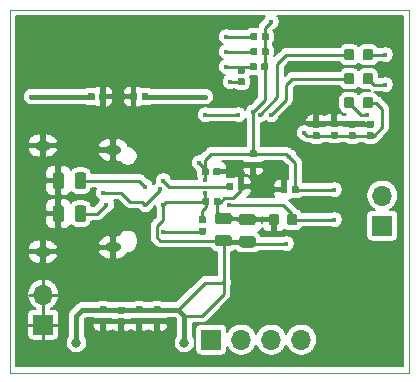
<source format=gbr>
G04 #@! TF.GenerationSoftware,KiCad,Pcbnew,5.1.5-52549c5~84~ubuntu18.04.1*
G04 #@! TF.CreationDate,2020-01-11T02:19:33-08:00*
G04 #@! TF.ProjectId,Programmer,50726f67-7261-46d6-9d65-722e6b696361,rev?*
G04 #@! TF.SameCoordinates,Original*
G04 #@! TF.FileFunction,Copper,L2,Bot*
G04 #@! TF.FilePolarity,Positive*
%FSLAX46Y46*%
G04 Gerber Fmt 4.6, Leading zero omitted, Abs format (unit mm)*
G04 Created by KiCad (PCBNEW 5.1.5-52549c5~84~ubuntu18.04.1) date 2020-01-11 02:19:33*
%MOMM*%
%LPD*%
G04 APERTURE LIST*
%ADD10C,0.050000*%
%ADD11O,1.700000X1.700000*%
%ADD12R,1.700000X1.700000*%
%ADD13C,0.100000*%
%ADD14O,1.400000X0.800000*%
%ADD15C,0.400000*%
%ADD16C,0.450000*%
%ADD17C,0.800000*%
%ADD18C,0.250000*%
%ADD19C,0.400000*%
%ADD20C,0.200000*%
G04 APERTURE END LIST*
D10*
X115062000Y-75692000D02*
X81280000Y-75692000D01*
X115062000Y-44958000D02*
X115062000Y-75692000D01*
X81280000Y-44958000D02*
X115062000Y-44958000D01*
X81280000Y-75692000D02*
X81280000Y-44958000D01*
D11*
X84074000Y-69088000D03*
D12*
X84074000Y-71628000D03*
G04 #@! TA.AperFunction,SMDPad,CuDef*
D13*
G36*
X111797191Y-50326053D02*
G01*
X111818426Y-50329203D01*
X111839250Y-50334419D01*
X111859462Y-50341651D01*
X111878868Y-50350830D01*
X111897281Y-50361866D01*
X111914524Y-50374654D01*
X111930430Y-50389070D01*
X111944846Y-50404976D01*
X111957634Y-50422219D01*
X111968670Y-50440632D01*
X111977849Y-50460038D01*
X111985081Y-50480250D01*
X111990297Y-50501074D01*
X111993447Y-50522309D01*
X111994500Y-50543750D01*
X111994500Y-51056250D01*
X111993447Y-51077691D01*
X111990297Y-51098926D01*
X111985081Y-51119750D01*
X111977849Y-51139962D01*
X111968670Y-51159368D01*
X111957634Y-51177781D01*
X111944846Y-51195024D01*
X111930430Y-51210930D01*
X111914524Y-51225346D01*
X111897281Y-51238134D01*
X111878868Y-51249170D01*
X111859462Y-51258349D01*
X111839250Y-51265581D01*
X111818426Y-51270797D01*
X111797191Y-51273947D01*
X111775750Y-51275000D01*
X111338250Y-51275000D01*
X111316809Y-51273947D01*
X111295574Y-51270797D01*
X111274750Y-51265581D01*
X111254538Y-51258349D01*
X111235132Y-51249170D01*
X111216719Y-51238134D01*
X111199476Y-51225346D01*
X111183570Y-51210930D01*
X111169154Y-51195024D01*
X111156366Y-51177781D01*
X111145330Y-51159368D01*
X111136151Y-51139962D01*
X111128919Y-51119750D01*
X111123703Y-51098926D01*
X111120553Y-51077691D01*
X111119500Y-51056250D01*
X111119500Y-50543750D01*
X111120553Y-50522309D01*
X111123703Y-50501074D01*
X111128919Y-50480250D01*
X111136151Y-50460038D01*
X111145330Y-50440632D01*
X111156366Y-50422219D01*
X111169154Y-50404976D01*
X111183570Y-50389070D01*
X111199476Y-50374654D01*
X111216719Y-50361866D01*
X111235132Y-50350830D01*
X111254538Y-50341651D01*
X111274750Y-50334419D01*
X111295574Y-50329203D01*
X111316809Y-50326053D01*
X111338250Y-50325000D01*
X111775750Y-50325000D01*
X111797191Y-50326053D01*
G37*
G04 #@! TD.AperFunction*
G04 #@! TA.AperFunction,SMDPad,CuDef*
G36*
X110222191Y-50326053D02*
G01*
X110243426Y-50329203D01*
X110264250Y-50334419D01*
X110284462Y-50341651D01*
X110303868Y-50350830D01*
X110322281Y-50361866D01*
X110339524Y-50374654D01*
X110355430Y-50389070D01*
X110369846Y-50404976D01*
X110382634Y-50422219D01*
X110393670Y-50440632D01*
X110402849Y-50460038D01*
X110410081Y-50480250D01*
X110415297Y-50501074D01*
X110418447Y-50522309D01*
X110419500Y-50543750D01*
X110419500Y-51056250D01*
X110418447Y-51077691D01*
X110415297Y-51098926D01*
X110410081Y-51119750D01*
X110402849Y-51139962D01*
X110393670Y-51159368D01*
X110382634Y-51177781D01*
X110369846Y-51195024D01*
X110355430Y-51210930D01*
X110339524Y-51225346D01*
X110322281Y-51238134D01*
X110303868Y-51249170D01*
X110284462Y-51258349D01*
X110264250Y-51265581D01*
X110243426Y-51270797D01*
X110222191Y-51273947D01*
X110200750Y-51275000D01*
X109763250Y-51275000D01*
X109741809Y-51273947D01*
X109720574Y-51270797D01*
X109699750Y-51265581D01*
X109679538Y-51258349D01*
X109660132Y-51249170D01*
X109641719Y-51238134D01*
X109624476Y-51225346D01*
X109608570Y-51210930D01*
X109594154Y-51195024D01*
X109581366Y-51177781D01*
X109570330Y-51159368D01*
X109561151Y-51139962D01*
X109553919Y-51119750D01*
X109548703Y-51098926D01*
X109545553Y-51077691D01*
X109544500Y-51056250D01*
X109544500Y-50543750D01*
X109545553Y-50522309D01*
X109548703Y-50501074D01*
X109553919Y-50480250D01*
X109561151Y-50460038D01*
X109570330Y-50440632D01*
X109581366Y-50422219D01*
X109594154Y-50404976D01*
X109608570Y-50389070D01*
X109624476Y-50374654D01*
X109641719Y-50361866D01*
X109660132Y-50350830D01*
X109679538Y-50341651D01*
X109699750Y-50334419D01*
X109720574Y-50329203D01*
X109741809Y-50326053D01*
X109763250Y-50325000D01*
X110200750Y-50325000D01*
X110222191Y-50326053D01*
G37*
G04 #@! TD.AperFunction*
G04 #@! TA.AperFunction,SMDPad,CuDef*
G36*
X111797191Y-48294053D02*
G01*
X111818426Y-48297203D01*
X111839250Y-48302419D01*
X111859462Y-48309651D01*
X111878868Y-48318830D01*
X111897281Y-48329866D01*
X111914524Y-48342654D01*
X111930430Y-48357070D01*
X111944846Y-48372976D01*
X111957634Y-48390219D01*
X111968670Y-48408632D01*
X111977849Y-48428038D01*
X111985081Y-48448250D01*
X111990297Y-48469074D01*
X111993447Y-48490309D01*
X111994500Y-48511750D01*
X111994500Y-49024250D01*
X111993447Y-49045691D01*
X111990297Y-49066926D01*
X111985081Y-49087750D01*
X111977849Y-49107962D01*
X111968670Y-49127368D01*
X111957634Y-49145781D01*
X111944846Y-49163024D01*
X111930430Y-49178930D01*
X111914524Y-49193346D01*
X111897281Y-49206134D01*
X111878868Y-49217170D01*
X111859462Y-49226349D01*
X111839250Y-49233581D01*
X111818426Y-49238797D01*
X111797191Y-49241947D01*
X111775750Y-49243000D01*
X111338250Y-49243000D01*
X111316809Y-49241947D01*
X111295574Y-49238797D01*
X111274750Y-49233581D01*
X111254538Y-49226349D01*
X111235132Y-49217170D01*
X111216719Y-49206134D01*
X111199476Y-49193346D01*
X111183570Y-49178930D01*
X111169154Y-49163024D01*
X111156366Y-49145781D01*
X111145330Y-49127368D01*
X111136151Y-49107962D01*
X111128919Y-49087750D01*
X111123703Y-49066926D01*
X111120553Y-49045691D01*
X111119500Y-49024250D01*
X111119500Y-48511750D01*
X111120553Y-48490309D01*
X111123703Y-48469074D01*
X111128919Y-48448250D01*
X111136151Y-48428038D01*
X111145330Y-48408632D01*
X111156366Y-48390219D01*
X111169154Y-48372976D01*
X111183570Y-48357070D01*
X111199476Y-48342654D01*
X111216719Y-48329866D01*
X111235132Y-48318830D01*
X111254538Y-48309651D01*
X111274750Y-48302419D01*
X111295574Y-48297203D01*
X111316809Y-48294053D01*
X111338250Y-48293000D01*
X111775750Y-48293000D01*
X111797191Y-48294053D01*
G37*
G04 #@! TD.AperFunction*
G04 #@! TA.AperFunction,SMDPad,CuDef*
G36*
X110222191Y-48294053D02*
G01*
X110243426Y-48297203D01*
X110264250Y-48302419D01*
X110284462Y-48309651D01*
X110303868Y-48318830D01*
X110322281Y-48329866D01*
X110339524Y-48342654D01*
X110355430Y-48357070D01*
X110369846Y-48372976D01*
X110382634Y-48390219D01*
X110393670Y-48408632D01*
X110402849Y-48428038D01*
X110410081Y-48448250D01*
X110415297Y-48469074D01*
X110418447Y-48490309D01*
X110419500Y-48511750D01*
X110419500Y-49024250D01*
X110418447Y-49045691D01*
X110415297Y-49066926D01*
X110410081Y-49087750D01*
X110402849Y-49107962D01*
X110393670Y-49127368D01*
X110382634Y-49145781D01*
X110369846Y-49163024D01*
X110355430Y-49178930D01*
X110339524Y-49193346D01*
X110322281Y-49206134D01*
X110303868Y-49217170D01*
X110284462Y-49226349D01*
X110264250Y-49233581D01*
X110243426Y-49238797D01*
X110222191Y-49241947D01*
X110200750Y-49243000D01*
X109763250Y-49243000D01*
X109741809Y-49241947D01*
X109720574Y-49238797D01*
X109699750Y-49233581D01*
X109679538Y-49226349D01*
X109660132Y-49217170D01*
X109641719Y-49206134D01*
X109624476Y-49193346D01*
X109608570Y-49178930D01*
X109594154Y-49163024D01*
X109581366Y-49145781D01*
X109570330Y-49127368D01*
X109561151Y-49107962D01*
X109553919Y-49087750D01*
X109548703Y-49066926D01*
X109545553Y-49045691D01*
X109544500Y-49024250D01*
X109544500Y-48511750D01*
X109545553Y-48490309D01*
X109548703Y-48469074D01*
X109553919Y-48448250D01*
X109561151Y-48428038D01*
X109570330Y-48408632D01*
X109581366Y-48390219D01*
X109594154Y-48372976D01*
X109608570Y-48357070D01*
X109624476Y-48342654D01*
X109641719Y-48329866D01*
X109660132Y-48318830D01*
X109679538Y-48309651D01*
X109699750Y-48302419D01*
X109720574Y-48297203D01*
X109741809Y-48294053D01*
X109763250Y-48293000D01*
X110200750Y-48293000D01*
X110222191Y-48294053D01*
G37*
G04 #@! TD.AperFunction*
G04 #@! TA.AperFunction,SMDPad,CuDef*
G36*
X110222191Y-52358053D02*
G01*
X110243426Y-52361203D01*
X110264250Y-52366419D01*
X110284462Y-52373651D01*
X110303868Y-52382830D01*
X110322281Y-52393866D01*
X110339524Y-52406654D01*
X110355430Y-52421070D01*
X110369846Y-52436976D01*
X110382634Y-52454219D01*
X110393670Y-52472632D01*
X110402849Y-52492038D01*
X110410081Y-52512250D01*
X110415297Y-52533074D01*
X110418447Y-52554309D01*
X110419500Y-52575750D01*
X110419500Y-53088250D01*
X110418447Y-53109691D01*
X110415297Y-53130926D01*
X110410081Y-53151750D01*
X110402849Y-53171962D01*
X110393670Y-53191368D01*
X110382634Y-53209781D01*
X110369846Y-53227024D01*
X110355430Y-53242930D01*
X110339524Y-53257346D01*
X110322281Y-53270134D01*
X110303868Y-53281170D01*
X110284462Y-53290349D01*
X110264250Y-53297581D01*
X110243426Y-53302797D01*
X110222191Y-53305947D01*
X110200750Y-53307000D01*
X109763250Y-53307000D01*
X109741809Y-53305947D01*
X109720574Y-53302797D01*
X109699750Y-53297581D01*
X109679538Y-53290349D01*
X109660132Y-53281170D01*
X109641719Y-53270134D01*
X109624476Y-53257346D01*
X109608570Y-53242930D01*
X109594154Y-53227024D01*
X109581366Y-53209781D01*
X109570330Y-53191368D01*
X109561151Y-53171962D01*
X109553919Y-53151750D01*
X109548703Y-53130926D01*
X109545553Y-53109691D01*
X109544500Y-53088250D01*
X109544500Y-52575750D01*
X109545553Y-52554309D01*
X109548703Y-52533074D01*
X109553919Y-52512250D01*
X109561151Y-52492038D01*
X109570330Y-52472632D01*
X109581366Y-52454219D01*
X109594154Y-52436976D01*
X109608570Y-52421070D01*
X109624476Y-52406654D01*
X109641719Y-52393866D01*
X109660132Y-52382830D01*
X109679538Y-52373651D01*
X109699750Y-52366419D01*
X109720574Y-52361203D01*
X109741809Y-52358053D01*
X109763250Y-52357000D01*
X110200750Y-52357000D01*
X110222191Y-52358053D01*
G37*
G04 #@! TD.AperFunction*
G04 #@! TA.AperFunction,SMDPad,CuDef*
G36*
X111797191Y-52358053D02*
G01*
X111818426Y-52361203D01*
X111839250Y-52366419D01*
X111859462Y-52373651D01*
X111878868Y-52382830D01*
X111897281Y-52393866D01*
X111914524Y-52406654D01*
X111930430Y-52421070D01*
X111944846Y-52436976D01*
X111957634Y-52454219D01*
X111968670Y-52472632D01*
X111977849Y-52492038D01*
X111985081Y-52512250D01*
X111990297Y-52533074D01*
X111993447Y-52554309D01*
X111994500Y-52575750D01*
X111994500Y-53088250D01*
X111993447Y-53109691D01*
X111990297Y-53130926D01*
X111985081Y-53151750D01*
X111977849Y-53171962D01*
X111968670Y-53191368D01*
X111957634Y-53209781D01*
X111944846Y-53227024D01*
X111930430Y-53242930D01*
X111914524Y-53257346D01*
X111897281Y-53270134D01*
X111878868Y-53281170D01*
X111859462Y-53290349D01*
X111839250Y-53297581D01*
X111818426Y-53302797D01*
X111797191Y-53305947D01*
X111775750Y-53307000D01*
X111338250Y-53307000D01*
X111316809Y-53305947D01*
X111295574Y-53302797D01*
X111274750Y-53297581D01*
X111254538Y-53290349D01*
X111235132Y-53281170D01*
X111216719Y-53270134D01*
X111199476Y-53257346D01*
X111183570Y-53242930D01*
X111169154Y-53227024D01*
X111156366Y-53209781D01*
X111145330Y-53191368D01*
X111136151Y-53171962D01*
X111128919Y-53151750D01*
X111123703Y-53130926D01*
X111120553Y-53109691D01*
X111119500Y-53088250D01*
X111119500Y-52575750D01*
X111120553Y-52554309D01*
X111123703Y-52533074D01*
X111128919Y-52512250D01*
X111136151Y-52492038D01*
X111145330Y-52472632D01*
X111156366Y-52454219D01*
X111169154Y-52436976D01*
X111183570Y-52421070D01*
X111199476Y-52406654D01*
X111216719Y-52393866D01*
X111235132Y-52382830D01*
X111254538Y-52373651D01*
X111274750Y-52366419D01*
X111295574Y-52361203D01*
X111316809Y-52358053D01*
X111338250Y-52357000D01*
X111775750Y-52357000D01*
X111797191Y-52358053D01*
G37*
G04 #@! TD.AperFunction*
G04 #@! TA.AperFunction,SMDPad,CuDef*
G36*
X97722958Y-62443710D02*
G01*
X97737276Y-62445834D01*
X97751317Y-62449351D01*
X97764946Y-62454228D01*
X97778031Y-62460417D01*
X97790447Y-62467858D01*
X97802073Y-62476481D01*
X97812798Y-62486202D01*
X97822519Y-62496927D01*
X97831142Y-62508553D01*
X97838583Y-62520969D01*
X97844772Y-62534054D01*
X97849649Y-62547683D01*
X97853166Y-62561724D01*
X97855290Y-62576042D01*
X97856000Y-62590500D01*
X97856000Y-62885500D01*
X97855290Y-62899958D01*
X97853166Y-62914276D01*
X97849649Y-62928317D01*
X97844772Y-62941946D01*
X97838583Y-62955031D01*
X97831142Y-62967447D01*
X97822519Y-62979073D01*
X97812798Y-62989798D01*
X97802073Y-62999519D01*
X97790447Y-63008142D01*
X97778031Y-63015583D01*
X97764946Y-63021772D01*
X97751317Y-63026649D01*
X97737276Y-63030166D01*
X97722958Y-63032290D01*
X97708500Y-63033000D01*
X97363500Y-63033000D01*
X97349042Y-63032290D01*
X97334724Y-63030166D01*
X97320683Y-63026649D01*
X97307054Y-63021772D01*
X97293969Y-63015583D01*
X97281553Y-63008142D01*
X97269927Y-62999519D01*
X97259202Y-62989798D01*
X97249481Y-62979073D01*
X97240858Y-62967447D01*
X97233417Y-62955031D01*
X97227228Y-62941946D01*
X97222351Y-62928317D01*
X97218834Y-62914276D01*
X97216710Y-62899958D01*
X97216000Y-62885500D01*
X97216000Y-62590500D01*
X97216710Y-62576042D01*
X97218834Y-62561724D01*
X97222351Y-62547683D01*
X97227228Y-62534054D01*
X97233417Y-62520969D01*
X97240858Y-62508553D01*
X97249481Y-62496927D01*
X97259202Y-62486202D01*
X97269927Y-62476481D01*
X97281553Y-62467858D01*
X97293969Y-62460417D01*
X97307054Y-62454228D01*
X97320683Y-62449351D01*
X97334724Y-62445834D01*
X97349042Y-62443710D01*
X97363500Y-62443000D01*
X97708500Y-62443000D01*
X97722958Y-62443710D01*
G37*
G04 #@! TD.AperFunction*
G04 #@! TA.AperFunction,SMDPad,CuDef*
G36*
X97722958Y-63413710D02*
G01*
X97737276Y-63415834D01*
X97751317Y-63419351D01*
X97764946Y-63424228D01*
X97778031Y-63430417D01*
X97790447Y-63437858D01*
X97802073Y-63446481D01*
X97812798Y-63456202D01*
X97822519Y-63466927D01*
X97831142Y-63478553D01*
X97838583Y-63490969D01*
X97844772Y-63504054D01*
X97849649Y-63517683D01*
X97853166Y-63531724D01*
X97855290Y-63546042D01*
X97856000Y-63560500D01*
X97856000Y-63855500D01*
X97855290Y-63869958D01*
X97853166Y-63884276D01*
X97849649Y-63898317D01*
X97844772Y-63911946D01*
X97838583Y-63925031D01*
X97831142Y-63937447D01*
X97822519Y-63949073D01*
X97812798Y-63959798D01*
X97802073Y-63969519D01*
X97790447Y-63978142D01*
X97778031Y-63985583D01*
X97764946Y-63991772D01*
X97751317Y-63996649D01*
X97737276Y-64000166D01*
X97722958Y-64002290D01*
X97708500Y-64003000D01*
X97363500Y-64003000D01*
X97349042Y-64002290D01*
X97334724Y-64000166D01*
X97320683Y-63996649D01*
X97307054Y-63991772D01*
X97293969Y-63985583D01*
X97281553Y-63978142D01*
X97269927Y-63969519D01*
X97259202Y-63959798D01*
X97249481Y-63949073D01*
X97240858Y-63937447D01*
X97233417Y-63925031D01*
X97227228Y-63911946D01*
X97222351Y-63898317D01*
X97218834Y-63884276D01*
X97216710Y-63869958D01*
X97216000Y-63855500D01*
X97216000Y-63560500D01*
X97216710Y-63546042D01*
X97218834Y-63531724D01*
X97222351Y-63517683D01*
X97227228Y-63504054D01*
X97233417Y-63490969D01*
X97240858Y-63478553D01*
X97249481Y-63466927D01*
X97259202Y-63456202D01*
X97269927Y-63446481D01*
X97281553Y-63437858D01*
X97293969Y-63430417D01*
X97307054Y-63424228D01*
X97320683Y-63419351D01*
X97334724Y-63415834D01*
X97349042Y-63413710D01*
X97363500Y-63413000D01*
X97708500Y-63413000D01*
X97722958Y-63413710D01*
G37*
G04 #@! TD.AperFunction*
G04 #@! TA.AperFunction,SMDPad,CuDef*
G36*
X100999958Y-59624710D02*
G01*
X101014276Y-59626834D01*
X101028317Y-59630351D01*
X101041946Y-59635228D01*
X101055031Y-59641417D01*
X101067447Y-59648858D01*
X101079073Y-59657481D01*
X101089798Y-59667202D01*
X101099519Y-59677927D01*
X101108142Y-59689553D01*
X101115583Y-59701969D01*
X101121772Y-59715054D01*
X101126649Y-59728683D01*
X101130166Y-59742724D01*
X101132290Y-59757042D01*
X101133000Y-59771500D01*
X101133000Y-60116500D01*
X101132290Y-60130958D01*
X101130166Y-60145276D01*
X101126649Y-60159317D01*
X101121772Y-60172946D01*
X101115583Y-60186031D01*
X101108142Y-60198447D01*
X101099519Y-60210073D01*
X101089798Y-60220798D01*
X101079073Y-60230519D01*
X101067447Y-60239142D01*
X101055031Y-60246583D01*
X101041946Y-60252772D01*
X101028317Y-60257649D01*
X101014276Y-60261166D01*
X100999958Y-60263290D01*
X100985500Y-60264000D01*
X100690500Y-60264000D01*
X100676042Y-60263290D01*
X100661724Y-60261166D01*
X100647683Y-60257649D01*
X100634054Y-60252772D01*
X100620969Y-60246583D01*
X100608553Y-60239142D01*
X100596927Y-60230519D01*
X100586202Y-60220798D01*
X100576481Y-60210073D01*
X100567858Y-60198447D01*
X100560417Y-60186031D01*
X100554228Y-60172946D01*
X100549351Y-60159317D01*
X100545834Y-60145276D01*
X100543710Y-60130958D01*
X100543000Y-60116500D01*
X100543000Y-59771500D01*
X100543710Y-59757042D01*
X100545834Y-59742724D01*
X100549351Y-59728683D01*
X100554228Y-59715054D01*
X100560417Y-59701969D01*
X100567858Y-59689553D01*
X100576481Y-59677927D01*
X100586202Y-59667202D01*
X100596927Y-59657481D01*
X100608553Y-59648858D01*
X100620969Y-59641417D01*
X100634054Y-59635228D01*
X100647683Y-59630351D01*
X100661724Y-59626834D01*
X100676042Y-59624710D01*
X100690500Y-59624000D01*
X100985500Y-59624000D01*
X100999958Y-59624710D01*
G37*
G04 #@! TD.AperFunction*
G04 #@! TA.AperFunction,SMDPad,CuDef*
G36*
X100029958Y-59624710D02*
G01*
X100044276Y-59626834D01*
X100058317Y-59630351D01*
X100071946Y-59635228D01*
X100085031Y-59641417D01*
X100097447Y-59648858D01*
X100109073Y-59657481D01*
X100119798Y-59667202D01*
X100129519Y-59677927D01*
X100138142Y-59689553D01*
X100145583Y-59701969D01*
X100151772Y-59715054D01*
X100156649Y-59728683D01*
X100160166Y-59742724D01*
X100162290Y-59757042D01*
X100163000Y-59771500D01*
X100163000Y-60116500D01*
X100162290Y-60130958D01*
X100160166Y-60145276D01*
X100156649Y-60159317D01*
X100151772Y-60172946D01*
X100145583Y-60186031D01*
X100138142Y-60198447D01*
X100129519Y-60210073D01*
X100119798Y-60220798D01*
X100109073Y-60230519D01*
X100097447Y-60239142D01*
X100085031Y-60246583D01*
X100071946Y-60252772D01*
X100058317Y-60257649D01*
X100044276Y-60261166D01*
X100029958Y-60263290D01*
X100015500Y-60264000D01*
X99720500Y-60264000D01*
X99706042Y-60263290D01*
X99691724Y-60261166D01*
X99677683Y-60257649D01*
X99664054Y-60252772D01*
X99650969Y-60246583D01*
X99638553Y-60239142D01*
X99626927Y-60230519D01*
X99616202Y-60220798D01*
X99606481Y-60210073D01*
X99597858Y-60198447D01*
X99590417Y-60186031D01*
X99584228Y-60172946D01*
X99579351Y-60159317D01*
X99575834Y-60145276D01*
X99573710Y-60130958D01*
X99573000Y-60116500D01*
X99573000Y-59771500D01*
X99573710Y-59757042D01*
X99575834Y-59742724D01*
X99579351Y-59728683D01*
X99584228Y-59715054D01*
X99590417Y-59701969D01*
X99597858Y-59689553D01*
X99606481Y-59677927D01*
X99616202Y-59667202D01*
X99626927Y-59657481D01*
X99638553Y-59648858D01*
X99650969Y-59641417D01*
X99664054Y-59635228D01*
X99677683Y-59630351D01*
X99691724Y-59626834D01*
X99706042Y-59624710D01*
X99720500Y-59624000D01*
X100015500Y-59624000D01*
X100029958Y-59624710D01*
G37*
G04 #@! TD.AperFunction*
G04 #@! TA.AperFunction,SMDPad,CuDef*
G36*
X102985958Y-49464710D02*
G01*
X103000276Y-49466834D01*
X103014317Y-49470351D01*
X103027946Y-49475228D01*
X103041031Y-49481417D01*
X103053447Y-49488858D01*
X103065073Y-49497481D01*
X103075798Y-49507202D01*
X103085519Y-49517927D01*
X103094142Y-49529553D01*
X103101583Y-49541969D01*
X103107772Y-49555054D01*
X103112649Y-49568683D01*
X103116166Y-49582724D01*
X103118290Y-49597042D01*
X103119000Y-49611500D01*
X103119000Y-49956500D01*
X103118290Y-49970958D01*
X103116166Y-49985276D01*
X103112649Y-49999317D01*
X103107772Y-50012946D01*
X103101583Y-50026031D01*
X103094142Y-50038447D01*
X103085519Y-50050073D01*
X103075798Y-50060798D01*
X103065073Y-50070519D01*
X103053447Y-50079142D01*
X103041031Y-50086583D01*
X103027946Y-50092772D01*
X103014317Y-50097649D01*
X103000276Y-50101166D01*
X102985958Y-50103290D01*
X102971500Y-50104000D01*
X102676500Y-50104000D01*
X102662042Y-50103290D01*
X102647724Y-50101166D01*
X102633683Y-50097649D01*
X102620054Y-50092772D01*
X102606969Y-50086583D01*
X102594553Y-50079142D01*
X102582927Y-50070519D01*
X102572202Y-50060798D01*
X102562481Y-50050073D01*
X102553858Y-50038447D01*
X102546417Y-50026031D01*
X102540228Y-50012946D01*
X102535351Y-49999317D01*
X102531834Y-49985276D01*
X102529710Y-49970958D01*
X102529000Y-49956500D01*
X102529000Y-49611500D01*
X102529710Y-49597042D01*
X102531834Y-49582724D01*
X102535351Y-49568683D01*
X102540228Y-49555054D01*
X102546417Y-49541969D01*
X102553858Y-49529553D01*
X102562481Y-49517927D01*
X102572202Y-49507202D01*
X102582927Y-49497481D01*
X102594553Y-49488858D01*
X102606969Y-49481417D01*
X102620054Y-49475228D01*
X102633683Y-49470351D01*
X102647724Y-49466834D01*
X102662042Y-49464710D01*
X102676500Y-49464000D01*
X102971500Y-49464000D01*
X102985958Y-49464710D01*
G37*
G04 #@! TD.AperFunction*
G04 #@! TA.AperFunction,SMDPad,CuDef*
G36*
X102015958Y-49464710D02*
G01*
X102030276Y-49466834D01*
X102044317Y-49470351D01*
X102057946Y-49475228D01*
X102071031Y-49481417D01*
X102083447Y-49488858D01*
X102095073Y-49497481D01*
X102105798Y-49507202D01*
X102115519Y-49517927D01*
X102124142Y-49529553D01*
X102131583Y-49541969D01*
X102137772Y-49555054D01*
X102142649Y-49568683D01*
X102146166Y-49582724D01*
X102148290Y-49597042D01*
X102149000Y-49611500D01*
X102149000Y-49956500D01*
X102148290Y-49970958D01*
X102146166Y-49985276D01*
X102142649Y-49999317D01*
X102137772Y-50012946D01*
X102131583Y-50026031D01*
X102124142Y-50038447D01*
X102115519Y-50050073D01*
X102105798Y-50060798D01*
X102095073Y-50070519D01*
X102083447Y-50079142D01*
X102071031Y-50086583D01*
X102057946Y-50092772D01*
X102044317Y-50097649D01*
X102030276Y-50101166D01*
X102015958Y-50103290D01*
X102001500Y-50104000D01*
X101706500Y-50104000D01*
X101692042Y-50103290D01*
X101677724Y-50101166D01*
X101663683Y-50097649D01*
X101650054Y-50092772D01*
X101636969Y-50086583D01*
X101624553Y-50079142D01*
X101612927Y-50070519D01*
X101602202Y-50060798D01*
X101592481Y-50050073D01*
X101583858Y-50038447D01*
X101576417Y-50026031D01*
X101570228Y-50012946D01*
X101565351Y-49999317D01*
X101561834Y-49985276D01*
X101559710Y-49970958D01*
X101559000Y-49956500D01*
X101559000Y-49611500D01*
X101559710Y-49597042D01*
X101561834Y-49582724D01*
X101565351Y-49568683D01*
X101570228Y-49555054D01*
X101576417Y-49541969D01*
X101583858Y-49529553D01*
X101592481Y-49517927D01*
X101602202Y-49507202D01*
X101612927Y-49497481D01*
X101624553Y-49488858D01*
X101636969Y-49481417D01*
X101650054Y-49475228D01*
X101663683Y-49470351D01*
X101677724Y-49466834D01*
X101692042Y-49464710D01*
X101706500Y-49464000D01*
X102001500Y-49464000D01*
X102015958Y-49464710D01*
G37*
G04 #@! TD.AperFunction*
G04 #@! TA.AperFunction,SMDPad,CuDef*
G36*
X101024958Y-50759710D02*
G01*
X101039276Y-50761834D01*
X101053317Y-50765351D01*
X101066946Y-50770228D01*
X101080031Y-50776417D01*
X101092447Y-50783858D01*
X101104073Y-50792481D01*
X101114798Y-50802202D01*
X101124519Y-50812927D01*
X101133142Y-50824553D01*
X101140583Y-50836969D01*
X101146772Y-50850054D01*
X101151649Y-50863683D01*
X101155166Y-50877724D01*
X101157290Y-50892042D01*
X101158000Y-50906500D01*
X101158000Y-51201500D01*
X101157290Y-51215958D01*
X101155166Y-51230276D01*
X101151649Y-51244317D01*
X101146772Y-51257946D01*
X101140583Y-51271031D01*
X101133142Y-51283447D01*
X101124519Y-51295073D01*
X101114798Y-51305798D01*
X101104073Y-51315519D01*
X101092447Y-51324142D01*
X101080031Y-51331583D01*
X101066946Y-51337772D01*
X101053317Y-51342649D01*
X101039276Y-51346166D01*
X101024958Y-51348290D01*
X101010500Y-51349000D01*
X100665500Y-51349000D01*
X100651042Y-51348290D01*
X100636724Y-51346166D01*
X100622683Y-51342649D01*
X100609054Y-51337772D01*
X100595969Y-51331583D01*
X100583553Y-51324142D01*
X100571927Y-51315519D01*
X100561202Y-51305798D01*
X100551481Y-51295073D01*
X100542858Y-51283447D01*
X100535417Y-51271031D01*
X100529228Y-51257946D01*
X100524351Y-51244317D01*
X100520834Y-51230276D01*
X100518710Y-51215958D01*
X100518000Y-51201500D01*
X100518000Y-50906500D01*
X100518710Y-50892042D01*
X100520834Y-50877724D01*
X100524351Y-50863683D01*
X100529228Y-50850054D01*
X100535417Y-50836969D01*
X100542858Y-50824553D01*
X100551481Y-50812927D01*
X100561202Y-50802202D01*
X100571927Y-50792481D01*
X100583553Y-50783858D01*
X100595969Y-50776417D01*
X100609054Y-50770228D01*
X100622683Y-50765351D01*
X100636724Y-50761834D01*
X100651042Y-50759710D01*
X100665500Y-50759000D01*
X101010500Y-50759000D01*
X101024958Y-50759710D01*
G37*
G04 #@! TD.AperFunction*
G04 #@! TA.AperFunction,SMDPad,CuDef*
G36*
X101024958Y-49789710D02*
G01*
X101039276Y-49791834D01*
X101053317Y-49795351D01*
X101066946Y-49800228D01*
X101080031Y-49806417D01*
X101092447Y-49813858D01*
X101104073Y-49822481D01*
X101114798Y-49832202D01*
X101124519Y-49842927D01*
X101133142Y-49854553D01*
X101140583Y-49866969D01*
X101146772Y-49880054D01*
X101151649Y-49893683D01*
X101155166Y-49907724D01*
X101157290Y-49922042D01*
X101158000Y-49936500D01*
X101158000Y-50231500D01*
X101157290Y-50245958D01*
X101155166Y-50260276D01*
X101151649Y-50274317D01*
X101146772Y-50287946D01*
X101140583Y-50301031D01*
X101133142Y-50313447D01*
X101124519Y-50325073D01*
X101114798Y-50335798D01*
X101104073Y-50345519D01*
X101092447Y-50354142D01*
X101080031Y-50361583D01*
X101066946Y-50367772D01*
X101053317Y-50372649D01*
X101039276Y-50376166D01*
X101024958Y-50378290D01*
X101010500Y-50379000D01*
X100665500Y-50379000D01*
X100651042Y-50378290D01*
X100636724Y-50376166D01*
X100622683Y-50372649D01*
X100609054Y-50367772D01*
X100595969Y-50361583D01*
X100583553Y-50354142D01*
X100571927Y-50345519D01*
X100561202Y-50335798D01*
X100551481Y-50325073D01*
X100542858Y-50313447D01*
X100535417Y-50301031D01*
X100529228Y-50287946D01*
X100524351Y-50274317D01*
X100520834Y-50260276D01*
X100518710Y-50245958D01*
X100518000Y-50231500D01*
X100518000Y-49936500D01*
X100518710Y-49922042D01*
X100520834Y-49907724D01*
X100524351Y-49893683D01*
X100529228Y-49880054D01*
X100535417Y-49866969D01*
X100542858Y-49854553D01*
X100551481Y-49842927D01*
X100561202Y-49832202D01*
X100571927Y-49822481D01*
X100583553Y-49813858D01*
X100595969Y-49806417D01*
X100609054Y-49800228D01*
X100622683Y-49795351D01*
X100636724Y-49791834D01*
X100651042Y-49789710D01*
X100665500Y-49789000D01*
X101010500Y-49789000D01*
X101024958Y-49789710D01*
G37*
G04 #@! TD.AperFunction*
G04 #@! TA.AperFunction,SMDPad,CuDef*
G36*
X87486642Y-58737174D02*
G01*
X87510303Y-58740684D01*
X87533507Y-58746496D01*
X87556029Y-58754554D01*
X87577653Y-58764782D01*
X87598170Y-58777079D01*
X87617383Y-58791329D01*
X87635107Y-58807393D01*
X87651171Y-58825117D01*
X87665421Y-58844330D01*
X87677718Y-58864847D01*
X87687946Y-58886471D01*
X87696004Y-58908993D01*
X87701816Y-58932197D01*
X87705326Y-58955858D01*
X87706500Y-58979750D01*
X87706500Y-59892250D01*
X87705326Y-59916142D01*
X87701816Y-59939803D01*
X87696004Y-59963007D01*
X87687946Y-59985529D01*
X87677718Y-60007153D01*
X87665421Y-60027670D01*
X87651171Y-60046883D01*
X87635107Y-60064607D01*
X87617383Y-60080671D01*
X87598170Y-60094921D01*
X87577653Y-60107218D01*
X87556029Y-60117446D01*
X87533507Y-60125504D01*
X87510303Y-60131316D01*
X87486642Y-60134826D01*
X87462750Y-60136000D01*
X86975250Y-60136000D01*
X86951358Y-60134826D01*
X86927697Y-60131316D01*
X86904493Y-60125504D01*
X86881971Y-60117446D01*
X86860347Y-60107218D01*
X86839830Y-60094921D01*
X86820617Y-60080671D01*
X86802893Y-60064607D01*
X86786829Y-60046883D01*
X86772579Y-60027670D01*
X86760282Y-60007153D01*
X86750054Y-59985529D01*
X86741996Y-59963007D01*
X86736184Y-59939803D01*
X86732674Y-59916142D01*
X86731500Y-59892250D01*
X86731500Y-58979750D01*
X86732674Y-58955858D01*
X86736184Y-58932197D01*
X86741996Y-58908993D01*
X86750054Y-58886471D01*
X86760282Y-58864847D01*
X86772579Y-58844330D01*
X86786829Y-58825117D01*
X86802893Y-58807393D01*
X86820617Y-58791329D01*
X86839830Y-58777079D01*
X86860347Y-58764782D01*
X86881971Y-58754554D01*
X86904493Y-58746496D01*
X86927697Y-58740684D01*
X86951358Y-58737174D01*
X86975250Y-58736000D01*
X87462750Y-58736000D01*
X87486642Y-58737174D01*
G37*
G04 #@! TD.AperFunction*
G04 #@! TA.AperFunction,SMDPad,CuDef*
G36*
X85611642Y-58737174D02*
G01*
X85635303Y-58740684D01*
X85658507Y-58746496D01*
X85681029Y-58754554D01*
X85702653Y-58764782D01*
X85723170Y-58777079D01*
X85742383Y-58791329D01*
X85760107Y-58807393D01*
X85776171Y-58825117D01*
X85790421Y-58844330D01*
X85802718Y-58864847D01*
X85812946Y-58886471D01*
X85821004Y-58908993D01*
X85826816Y-58932197D01*
X85830326Y-58955858D01*
X85831500Y-58979750D01*
X85831500Y-59892250D01*
X85830326Y-59916142D01*
X85826816Y-59939803D01*
X85821004Y-59963007D01*
X85812946Y-59985529D01*
X85802718Y-60007153D01*
X85790421Y-60027670D01*
X85776171Y-60046883D01*
X85760107Y-60064607D01*
X85742383Y-60080671D01*
X85723170Y-60094921D01*
X85702653Y-60107218D01*
X85681029Y-60117446D01*
X85658507Y-60125504D01*
X85635303Y-60131316D01*
X85611642Y-60134826D01*
X85587750Y-60136000D01*
X85100250Y-60136000D01*
X85076358Y-60134826D01*
X85052697Y-60131316D01*
X85029493Y-60125504D01*
X85006971Y-60117446D01*
X84985347Y-60107218D01*
X84964830Y-60094921D01*
X84945617Y-60080671D01*
X84927893Y-60064607D01*
X84911829Y-60046883D01*
X84897579Y-60027670D01*
X84885282Y-60007153D01*
X84875054Y-59985529D01*
X84866996Y-59963007D01*
X84861184Y-59939803D01*
X84857674Y-59916142D01*
X84856500Y-59892250D01*
X84856500Y-58979750D01*
X84857674Y-58955858D01*
X84861184Y-58932197D01*
X84866996Y-58908993D01*
X84875054Y-58886471D01*
X84885282Y-58864847D01*
X84897579Y-58844330D01*
X84911829Y-58825117D01*
X84927893Y-58807393D01*
X84945617Y-58791329D01*
X84964830Y-58777079D01*
X84985347Y-58764782D01*
X85006971Y-58754554D01*
X85029493Y-58746496D01*
X85052697Y-58740684D01*
X85076358Y-58737174D01*
X85100250Y-58736000D01*
X85587750Y-58736000D01*
X85611642Y-58737174D01*
G37*
G04 #@! TD.AperFunction*
G04 #@! TA.AperFunction,SMDPad,CuDef*
G36*
X87486642Y-61531174D02*
G01*
X87510303Y-61534684D01*
X87533507Y-61540496D01*
X87556029Y-61548554D01*
X87577653Y-61558782D01*
X87598170Y-61571079D01*
X87617383Y-61585329D01*
X87635107Y-61601393D01*
X87651171Y-61619117D01*
X87665421Y-61638330D01*
X87677718Y-61658847D01*
X87687946Y-61680471D01*
X87696004Y-61702993D01*
X87701816Y-61726197D01*
X87705326Y-61749858D01*
X87706500Y-61773750D01*
X87706500Y-62686250D01*
X87705326Y-62710142D01*
X87701816Y-62733803D01*
X87696004Y-62757007D01*
X87687946Y-62779529D01*
X87677718Y-62801153D01*
X87665421Y-62821670D01*
X87651171Y-62840883D01*
X87635107Y-62858607D01*
X87617383Y-62874671D01*
X87598170Y-62888921D01*
X87577653Y-62901218D01*
X87556029Y-62911446D01*
X87533507Y-62919504D01*
X87510303Y-62925316D01*
X87486642Y-62928826D01*
X87462750Y-62930000D01*
X86975250Y-62930000D01*
X86951358Y-62928826D01*
X86927697Y-62925316D01*
X86904493Y-62919504D01*
X86881971Y-62911446D01*
X86860347Y-62901218D01*
X86839830Y-62888921D01*
X86820617Y-62874671D01*
X86802893Y-62858607D01*
X86786829Y-62840883D01*
X86772579Y-62821670D01*
X86760282Y-62801153D01*
X86750054Y-62779529D01*
X86741996Y-62757007D01*
X86736184Y-62733803D01*
X86732674Y-62710142D01*
X86731500Y-62686250D01*
X86731500Y-61773750D01*
X86732674Y-61749858D01*
X86736184Y-61726197D01*
X86741996Y-61702993D01*
X86750054Y-61680471D01*
X86760282Y-61658847D01*
X86772579Y-61638330D01*
X86786829Y-61619117D01*
X86802893Y-61601393D01*
X86820617Y-61585329D01*
X86839830Y-61571079D01*
X86860347Y-61558782D01*
X86881971Y-61548554D01*
X86904493Y-61540496D01*
X86927697Y-61534684D01*
X86951358Y-61531174D01*
X86975250Y-61530000D01*
X87462750Y-61530000D01*
X87486642Y-61531174D01*
G37*
G04 #@! TD.AperFunction*
G04 #@! TA.AperFunction,SMDPad,CuDef*
G36*
X85611642Y-61531174D02*
G01*
X85635303Y-61534684D01*
X85658507Y-61540496D01*
X85681029Y-61548554D01*
X85702653Y-61558782D01*
X85723170Y-61571079D01*
X85742383Y-61585329D01*
X85760107Y-61601393D01*
X85776171Y-61619117D01*
X85790421Y-61638330D01*
X85802718Y-61658847D01*
X85812946Y-61680471D01*
X85821004Y-61702993D01*
X85826816Y-61726197D01*
X85830326Y-61749858D01*
X85831500Y-61773750D01*
X85831500Y-62686250D01*
X85830326Y-62710142D01*
X85826816Y-62733803D01*
X85821004Y-62757007D01*
X85812946Y-62779529D01*
X85802718Y-62801153D01*
X85790421Y-62821670D01*
X85776171Y-62840883D01*
X85760107Y-62858607D01*
X85742383Y-62874671D01*
X85723170Y-62888921D01*
X85702653Y-62901218D01*
X85681029Y-62911446D01*
X85658507Y-62919504D01*
X85635303Y-62925316D01*
X85611642Y-62928826D01*
X85587750Y-62930000D01*
X85100250Y-62930000D01*
X85076358Y-62928826D01*
X85052697Y-62925316D01*
X85029493Y-62919504D01*
X85006971Y-62911446D01*
X84985347Y-62901218D01*
X84964830Y-62888921D01*
X84945617Y-62874671D01*
X84927893Y-62858607D01*
X84911829Y-62840883D01*
X84897579Y-62821670D01*
X84885282Y-62801153D01*
X84875054Y-62779529D01*
X84866996Y-62757007D01*
X84861184Y-62733803D01*
X84857674Y-62710142D01*
X84856500Y-62686250D01*
X84856500Y-61773750D01*
X84857674Y-61749858D01*
X84861184Y-61726197D01*
X84866996Y-61702993D01*
X84875054Y-61680471D01*
X84885282Y-61658847D01*
X84897579Y-61638330D01*
X84911829Y-61619117D01*
X84927893Y-61601393D01*
X84945617Y-61585329D01*
X84964830Y-61571079D01*
X84985347Y-61558782D01*
X85006971Y-61548554D01*
X85029493Y-61540496D01*
X85052697Y-61534684D01*
X85076358Y-61531174D01*
X85100250Y-61530000D01*
X85587750Y-61530000D01*
X85611642Y-61531174D01*
G37*
G04 #@! TD.AperFunction*
G04 #@! TA.AperFunction,SMDPad,CuDef*
G36*
X103031958Y-48194710D02*
G01*
X103046276Y-48196834D01*
X103060317Y-48200351D01*
X103073946Y-48205228D01*
X103087031Y-48211417D01*
X103099447Y-48218858D01*
X103111073Y-48227481D01*
X103121798Y-48237202D01*
X103131519Y-48247927D01*
X103140142Y-48259553D01*
X103147583Y-48271969D01*
X103153772Y-48285054D01*
X103158649Y-48298683D01*
X103162166Y-48312724D01*
X103164290Y-48327042D01*
X103165000Y-48341500D01*
X103165000Y-48686500D01*
X103164290Y-48700958D01*
X103162166Y-48715276D01*
X103158649Y-48729317D01*
X103153772Y-48742946D01*
X103147583Y-48756031D01*
X103140142Y-48768447D01*
X103131519Y-48780073D01*
X103121798Y-48790798D01*
X103111073Y-48800519D01*
X103099447Y-48809142D01*
X103087031Y-48816583D01*
X103073946Y-48822772D01*
X103060317Y-48827649D01*
X103046276Y-48831166D01*
X103031958Y-48833290D01*
X103017500Y-48834000D01*
X102722500Y-48834000D01*
X102708042Y-48833290D01*
X102693724Y-48831166D01*
X102679683Y-48827649D01*
X102666054Y-48822772D01*
X102652969Y-48816583D01*
X102640553Y-48809142D01*
X102628927Y-48800519D01*
X102618202Y-48790798D01*
X102608481Y-48780073D01*
X102599858Y-48768447D01*
X102592417Y-48756031D01*
X102586228Y-48742946D01*
X102581351Y-48729317D01*
X102577834Y-48715276D01*
X102575710Y-48700958D01*
X102575000Y-48686500D01*
X102575000Y-48341500D01*
X102575710Y-48327042D01*
X102577834Y-48312724D01*
X102581351Y-48298683D01*
X102586228Y-48285054D01*
X102592417Y-48271969D01*
X102599858Y-48259553D01*
X102608481Y-48247927D01*
X102618202Y-48237202D01*
X102628927Y-48227481D01*
X102640553Y-48218858D01*
X102652969Y-48211417D01*
X102666054Y-48205228D01*
X102679683Y-48200351D01*
X102693724Y-48196834D01*
X102708042Y-48194710D01*
X102722500Y-48194000D01*
X103017500Y-48194000D01*
X103031958Y-48194710D01*
G37*
G04 #@! TD.AperFunction*
G04 #@! TA.AperFunction,SMDPad,CuDef*
G36*
X102061958Y-48194710D02*
G01*
X102076276Y-48196834D01*
X102090317Y-48200351D01*
X102103946Y-48205228D01*
X102117031Y-48211417D01*
X102129447Y-48218858D01*
X102141073Y-48227481D01*
X102151798Y-48237202D01*
X102161519Y-48247927D01*
X102170142Y-48259553D01*
X102177583Y-48271969D01*
X102183772Y-48285054D01*
X102188649Y-48298683D01*
X102192166Y-48312724D01*
X102194290Y-48327042D01*
X102195000Y-48341500D01*
X102195000Y-48686500D01*
X102194290Y-48700958D01*
X102192166Y-48715276D01*
X102188649Y-48729317D01*
X102183772Y-48742946D01*
X102177583Y-48756031D01*
X102170142Y-48768447D01*
X102161519Y-48780073D01*
X102151798Y-48790798D01*
X102141073Y-48800519D01*
X102129447Y-48809142D01*
X102117031Y-48816583D01*
X102103946Y-48822772D01*
X102090317Y-48827649D01*
X102076276Y-48831166D01*
X102061958Y-48833290D01*
X102047500Y-48834000D01*
X101752500Y-48834000D01*
X101738042Y-48833290D01*
X101723724Y-48831166D01*
X101709683Y-48827649D01*
X101696054Y-48822772D01*
X101682969Y-48816583D01*
X101670553Y-48809142D01*
X101658927Y-48800519D01*
X101648202Y-48790798D01*
X101638481Y-48780073D01*
X101629858Y-48768447D01*
X101622417Y-48756031D01*
X101616228Y-48742946D01*
X101611351Y-48729317D01*
X101607834Y-48715276D01*
X101605710Y-48700958D01*
X101605000Y-48686500D01*
X101605000Y-48341500D01*
X101605710Y-48327042D01*
X101607834Y-48312724D01*
X101611351Y-48298683D01*
X101616228Y-48285054D01*
X101622417Y-48271969D01*
X101629858Y-48259553D01*
X101638481Y-48247927D01*
X101648202Y-48237202D01*
X101658927Y-48227481D01*
X101670553Y-48218858D01*
X101682969Y-48211417D01*
X101696054Y-48205228D01*
X101709683Y-48200351D01*
X101723724Y-48196834D01*
X101738042Y-48194710D01*
X101752500Y-48194000D01*
X102047500Y-48194000D01*
X102061958Y-48194710D01*
G37*
G04 #@! TD.AperFunction*
G04 #@! TA.AperFunction,SMDPad,CuDef*
G36*
X103031958Y-46924710D02*
G01*
X103046276Y-46926834D01*
X103060317Y-46930351D01*
X103073946Y-46935228D01*
X103087031Y-46941417D01*
X103099447Y-46948858D01*
X103111073Y-46957481D01*
X103121798Y-46967202D01*
X103131519Y-46977927D01*
X103140142Y-46989553D01*
X103147583Y-47001969D01*
X103153772Y-47015054D01*
X103158649Y-47028683D01*
X103162166Y-47042724D01*
X103164290Y-47057042D01*
X103165000Y-47071500D01*
X103165000Y-47416500D01*
X103164290Y-47430958D01*
X103162166Y-47445276D01*
X103158649Y-47459317D01*
X103153772Y-47472946D01*
X103147583Y-47486031D01*
X103140142Y-47498447D01*
X103131519Y-47510073D01*
X103121798Y-47520798D01*
X103111073Y-47530519D01*
X103099447Y-47539142D01*
X103087031Y-47546583D01*
X103073946Y-47552772D01*
X103060317Y-47557649D01*
X103046276Y-47561166D01*
X103031958Y-47563290D01*
X103017500Y-47564000D01*
X102722500Y-47564000D01*
X102708042Y-47563290D01*
X102693724Y-47561166D01*
X102679683Y-47557649D01*
X102666054Y-47552772D01*
X102652969Y-47546583D01*
X102640553Y-47539142D01*
X102628927Y-47530519D01*
X102618202Y-47520798D01*
X102608481Y-47510073D01*
X102599858Y-47498447D01*
X102592417Y-47486031D01*
X102586228Y-47472946D01*
X102581351Y-47459317D01*
X102577834Y-47445276D01*
X102575710Y-47430958D01*
X102575000Y-47416500D01*
X102575000Y-47071500D01*
X102575710Y-47057042D01*
X102577834Y-47042724D01*
X102581351Y-47028683D01*
X102586228Y-47015054D01*
X102592417Y-47001969D01*
X102599858Y-46989553D01*
X102608481Y-46977927D01*
X102618202Y-46967202D01*
X102628927Y-46957481D01*
X102640553Y-46948858D01*
X102652969Y-46941417D01*
X102666054Y-46935228D01*
X102679683Y-46930351D01*
X102693724Y-46926834D01*
X102708042Y-46924710D01*
X102722500Y-46924000D01*
X103017500Y-46924000D01*
X103031958Y-46924710D01*
G37*
G04 #@! TD.AperFunction*
G04 #@! TA.AperFunction,SMDPad,CuDef*
G36*
X102061958Y-46924710D02*
G01*
X102076276Y-46926834D01*
X102090317Y-46930351D01*
X102103946Y-46935228D01*
X102117031Y-46941417D01*
X102129447Y-46948858D01*
X102141073Y-46957481D01*
X102151798Y-46967202D01*
X102161519Y-46977927D01*
X102170142Y-46989553D01*
X102177583Y-47001969D01*
X102183772Y-47015054D01*
X102188649Y-47028683D01*
X102192166Y-47042724D01*
X102194290Y-47057042D01*
X102195000Y-47071500D01*
X102195000Y-47416500D01*
X102194290Y-47430958D01*
X102192166Y-47445276D01*
X102188649Y-47459317D01*
X102183772Y-47472946D01*
X102177583Y-47486031D01*
X102170142Y-47498447D01*
X102161519Y-47510073D01*
X102151798Y-47520798D01*
X102141073Y-47530519D01*
X102129447Y-47539142D01*
X102117031Y-47546583D01*
X102103946Y-47552772D01*
X102090317Y-47557649D01*
X102076276Y-47561166D01*
X102061958Y-47563290D01*
X102047500Y-47564000D01*
X101752500Y-47564000D01*
X101738042Y-47563290D01*
X101723724Y-47561166D01*
X101709683Y-47557649D01*
X101696054Y-47552772D01*
X101682969Y-47546583D01*
X101670553Y-47539142D01*
X101658927Y-47530519D01*
X101648202Y-47520798D01*
X101638481Y-47510073D01*
X101629858Y-47498447D01*
X101622417Y-47486031D01*
X101616228Y-47472946D01*
X101611351Y-47459317D01*
X101607834Y-47445276D01*
X101605710Y-47430958D01*
X101605000Y-47416500D01*
X101605000Y-47071500D01*
X101605710Y-47057042D01*
X101607834Y-47042724D01*
X101611351Y-47028683D01*
X101616228Y-47015054D01*
X101622417Y-47001969D01*
X101629858Y-46989553D01*
X101638481Y-46977927D01*
X101648202Y-46967202D01*
X101658927Y-46957481D01*
X101670553Y-46948858D01*
X101682969Y-46941417D01*
X101696054Y-46935228D01*
X101709683Y-46930351D01*
X101723724Y-46926834D01*
X101738042Y-46924710D01*
X101752500Y-46924000D01*
X102047500Y-46924000D01*
X102061958Y-46924710D01*
G37*
G04 #@! TD.AperFunction*
D11*
X112776000Y-60706000D03*
D12*
X112776000Y-63246000D03*
D11*
X105918000Y-72898000D03*
X103378000Y-72898000D03*
X100838000Y-72898000D03*
D12*
X98298000Y-72898000D03*
D14*
X84028000Y-56470000D03*
X84028000Y-65450000D03*
X89978000Y-65090000D03*
X89978000Y-56830000D03*
G04 #@! TA.AperFunction,SMDPad,CuDef*
D13*
G36*
X93912958Y-71033710D02*
G01*
X93927276Y-71035834D01*
X93941317Y-71039351D01*
X93954946Y-71044228D01*
X93968031Y-71050417D01*
X93980447Y-71057858D01*
X93992073Y-71066481D01*
X94002798Y-71076202D01*
X94012519Y-71086927D01*
X94021142Y-71098553D01*
X94028583Y-71110969D01*
X94034772Y-71124054D01*
X94039649Y-71137683D01*
X94043166Y-71151724D01*
X94045290Y-71166042D01*
X94046000Y-71180500D01*
X94046000Y-71475500D01*
X94045290Y-71489958D01*
X94043166Y-71504276D01*
X94039649Y-71518317D01*
X94034772Y-71531946D01*
X94028583Y-71545031D01*
X94021142Y-71557447D01*
X94012519Y-71569073D01*
X94002798Y-71579798D01*
X93992073Y-71589519D01*
X93980447Y-71598142D01*
X93968031Y-71605583D01*
X93954946Y-71611772D01*
X93941317Y-71616649D01*
X93927276Y-71620166D01*
X93912958Y-71622290D01*
X93898500Y-71623000D01*
X93553500Y-71623000D01*
X93539042Y-71622290D01*
X93524724Y-71620166D01*
X93510683Y-71616649D01*
X93497054Y-71611772D01*
X93483969Y-71605583D01*
X93471553Y-71598142D01*
X93459927Y-71589519D01*
X93449202Y-71579798D01*
X93439481Y-71569073D01*
X93430858Y-71557447D01*
X93423417Y-71545031D01*
X93417228Y-71531946D01*
X93412351Y-71518317D01*
X93408834Y-71504276D01*
X93406710Y-71489958D01*
X93406000Y-71475500D01*
X93406000Y-71180500D01*
X93406710Y-71166042D01*
X93408834Y-71151724D01*
X93412351Y-71137683D01*
X93417228Y-71124054D01*
X93423417Y-71110969D01*
X93430858Y-71098553D01*
X93439481Y-71086927D01*
X93449202Y-71076202D01*
X93459927Y-71066481D01*
X93471553Y-71057858D01*
X93483969Y-71050417D01*
X93497054Y-71044228D01*
X93510683Y-71039351D01*
X93524724Y-71035834D01*
X93539042Y-71033710D01*
X93553500Y-71033000D01*
X93898500Y-71033000D01*
X93912958Y-71033710D01*
G37*
G04 #@! TD.AperFunction*
G04 #@! TA.AperFunction,SMDPad,CuDef*
G36*
X93912958Y-70063710D02*
G01*
X93927276Y-70065834D01*
X93941317Y-70069351D01*
X93954946Y-70074228D01*
X93968031Y-70080417D01*
X93980447Y-70087858D01*
X93992073Y-70096481D01*
X94002798Y-70106202D01*
X94012519Y-70116927D01*
X94021142Y-70128553D01*
X94028583Y-70140969D01*
X94034772Y-70154054D01*
X94039649Y-70167683D01*
X94043166Y-70181724D01*
X94045290Y-70196042D01*
X94046000Y-70210500D01*
X94046000Y-70505500D01*
X94045290Y-70519958D01*
X94043166Y-70534276D01*
X94039649Y-70548317D01*
X94034772Y-70561946D01*
X94028583Y-70575031D01*
X94021142Y-70587447D01*
X94012519Y-70599073D01*
X94002798Y-70609798D01*
X93992073Y-70619519D01*
X93980447Y-70628142D01*
X93968031Y-70635583D01*
X93954946Y-70641772D01*
X93941317Y-70646649D01*
X93927276Y-70650166D01*
X93912958Y-70652290D01*
X93898500Y-70653000D01*
X93553500Y-70653000D01*
X93539042Y-70652290D01*
X93524724Y-70650166D01*
X93510683Y-70646649D01*
X93497054Y-70641772D01*
X93483969Y-70635583D01*
X93471553Y-70628142D01*
X93459927Y-70619519D01*
X93449202Y-70609798D01*
X93439481Y-70599073D01*
X93430858Y-70587447D01*
X93423417Y-70575031D01*
X93417228Y-70561946D01*
X93412351Y-70548317D01*
X93408834Y-70534276D01*
X93406710Y-70519958D01*
X93406000Y-70505500D01*
X93406000Y-70210500D01*
X93406710Y-70196042D01*
X93408834Y-70181724D01*
X93412351Y-70167683D01*
X93417228Y-70154054D01*
X93423417Y-70140969D01*
X93430858Y-70128553D01*
X93439481Y-70116927D01*
X93449202Y-70106202D01*
X93459927Y-70096481D01*
X93471553Y-70087858D01*
X93483969Y-70080417D01*
X93497054Y-70074228D01*
X93510683Y-70069351D01*
X93524724Y-70065834D01*
X93539042Y-70063710D01*
X93553500Y-70063000D01*
X93898500Y-70063000D01*
X93912958Y-70063710D01*
G37*
G04 #@! TD.AperFunction*
G04 #@! TA.AperFunction,SMDPad,CuDef*
G36*
X107374958Y-54361710D02*
G01*
X107389276Y-54363834D01*
X107403317Y-54367351D01*
X107416946Y-54372228D01*
X107430031Y-54378417D01*
X107442447Y-54385858D01*
X107454073Y-54394481D01*
X107464798Y-54404202D01*
X107474519Y-54414927D01*
X107483142Y-54426553D01*
X107490583Y-54438969D01*
X107496772Y-54452054D01*
X107501649Y-54465683D01*
X107505166Y-54479724D01*
X107507290Y-54494042D01*
X107508000Y-54508500D01*
X107508000Y-54803500D01*
X107507290Y-54817958D01*
X107505166Y-54832276D01*
X107501649Y-54846317D01*
X107496772Y-54859946D01*
X107490583Y-54873031D01*
X107483142Y-54885447D01*
X107474519Y-54897073D01*
X107464798Y-54907798D01*
X107454073Y-54917519D01*
X107442447Y-54926142D01*
X107430031Y-54933583D01*
X107416946Y-54939772D01*
X107403317Y-54944649D01*
X107389276Y-54948166D01*
X107374958Y-54950290D01*
X107360500Y-54951000D01*
X107015500Y-54951000D01*
X107001042Y-54950290D01*
X106986724Y-54948166D01*
X106972683Y-54944649D01*
X106959054Y-54939772D01*
X106945969Y-54933583D01*
X106933553Y-54926142D01*
X106921927Y-54917519D01*
X106911202Y-54907798D01*
X106901481Y-54897073D01*
X106892858Y-54885447D01*
X106885417Y-54873031D01*
X106879228Y-54859946D01*
X106874351Y-54846317D01*
X106870834Y-54832276D01*
X106868710Y-54817958D01*
X106868000Y-54803500D01*
X106868000Y-54508500D01*
X106868710Y-54494042D01*
X106870834Y-54479724D01*
X106874351Y-54465683D01*
X106879228Y-54452054D01*
X106885417Y-54438969D01*
X106892858Y-54426553D01*
X106901481Y-54414927D01*
X106911202Y-54404202D01*
X106921927Y-54394481D01*
X106933553Y-54385858D01*
X106945969Y-54378417D01*
X106959054Y-54372228D01*
X106972683Y-54367351D01*
X106986724Y-54363834D01*
X107001042Y-54361710D01*
X107015500Y-54361000D01*
X107360500Y-54361000D01*
X107374958Y-54361710D01*
G37*
G04 #@! TD.AperFunction*
G04 #@! TA.AperFunction,SMDPad,CuDef*
G36*
X107374958Y-55331710D02*
G01*
X107389276Y-55333834D01*
X107403317Y-55337351D01*
X107416946Y-55342228D01*
X107430031Y-55348417D01*
X107442447Y-55355858D01*
X107454073Y-55364481D01*
X107464798Y-55374202D01*
X107474519Y-55384927D01*
X107483142Y-55396553D01*
X107490583Y-55408969D01*
X107496772Y-55422054D01*
X107501649Y-55435683D01*
X107505166Y-55449724D01*
X107507290Y-55464042D01*
X107508000Y-55478500D01*
X107508000Y-55773500D01*
X107507290Y-55787958D01*
X107505166Y-55802276D01*
X107501649Y-55816317D01*
X107496772Y-55829946D01*
X107490583Y-55843031D01*
X107483142Y-55855447D01*
X107474519Y-55867073D01*
X107464798Y-55877798D01*
X107454073Y-55887519D01*
X107442447Y-55896142D01*
X107430031Y-55903583D01*
X107416946Y-55909772D01*
X107403317Y-55914649D01*
X107389276Y-55918166D01*
X107374958Y-55920290D01*
X107360500Y-55921000D01*
X107015500Y-55921000D01*
X107001042Y-55920290D01*
X106986724Y-55918166D01*
X106972683Y-55914649D01*
X106959054Y-55909772D01*
X106945969Y-55903583D01*
X106933553Y-55896142D01*
X106921927Y-55887519D01*
X106911202Y-55877798D01*
X106901481Y-55867073D01*
X106892858Y-55855447D01*
X106885417Y-55843031D01*
X106879228Y-55829946D01*
X106874351Y-55816317D01*
X106870834Y-55802276D01*
X106868710Y-55787958D01*
X106868000Y-55773500D01*
X106868000Y-55478500D01*
X106868710Y-55464042D01*
X106870834Y-55449724D01*
X106874351Y-55435683D01*
X106879228Y-55422054D01*
X106885417Y-55408969D01*
X106892858Y-55396553D01*
X106901481Y-55384927D01*
X106911202Y-55374202D01*
X106921927Y-55364481D01*
X106933553Y-55355858D01*
X106945969Y-55348417D01*
X106959054Y-55342228D01*
X106972683Y-55337351D01*
X106986724Y-55333834D01*
X107001042Y-55331710D01*
X107015500Y-55331000D01*
X107360500Y-55331000D01*
X107374958Y-55331710D01*
G37*
G04 #@! TD.AperFunction*
G04 #@! TA.AperFunction,SMDPad,CuDef*
G36*
X92388958Y-71033710D02*
G01*
X92403276Y-71035834D01*
X92417317Y-71039351D01*
X92430946Y-71044228D01*
X92444031Y-71050417D01*
X92456447Y-71057858D01*
X92468073Y-71066481D01*
X92478798Y-71076202D01*
X92488519Y-71086927D01*
X92497142Y-71098553D01*
X92504583Y-71110969D01*
X92510772Y-71124054D01*
X92515649Y-71137683D01*
X92519166Y-71151724D01*
X92521290Y-71166042D01*
X92522000Y-71180500D01*
X92522000Y-71475500D01*
X92521290Y-71489958D01*
X92519166Y-71504276D01*
X92515649Y-71518317D01*
X92510772Y-71531946D01*
X92504583Y-71545031D01*
X92497142Y-71557447D01*
X92488519Y-71569073D01*
X92478798Y-71579798D01*
X92468073Y-71589519D01*
X92456447Y-71598142D01*
X92444031Y-71605583D01*
X92430946Y-71611772D01*
X92417317Y-71616649D01*
X92403276Y-71620166D01*
X92388958Y-71622290D01*
X92374500Y-71623000D01*
X92029500Y-71623000D01*
X92015042Y-71622290D01*
X92000724Y-71620166D01*
X91986683Y-71616649D01*
X91973054Y-71611772D01*
X91959969Y-71605583D01*
X91947553Y-71598142D01*
X91935927Y-71589519D01*
X91925202Y-71579798D01*
X91915481Y-71569073D01*
X91906858Y-71557447D01*
X91899417Y-71545031D01*
X91893228Y-71531946D01*
X91888351Y-71518317D01*
X91884834Y-71504276D01*
X91882710Y-71489958D01*
X91882000Y-71475500D01*
X91882000Y-71180500D01*
X91882710Y-71166042D01*
X91884834Y-71151724D01*
X91888351Y-71137683D01*
X91893228Y-71124054D01*
X91899417Y-71110969D01*
X91906858Y-71098553D01*
X91915481Y-71086927D01*
X91925202Y-71076202D01*
X91935927Y-71066481D01*
X91947553Y-71057858D01*
X91959969Y-71050417D01*
X91973054Y-71044228D01*
X91986683Y-71039351D01*
X92000724Y-71035834D01*
X92015042Y-71033710D01*
X92029500Y-71033000D01*
X92374500Y-71033000D01*
X92388958Y-71033710D01*
G37*
G04 #@! TD.AperFunction*
G04 #@! TA.AperFunction,SMDPad,CuDef*
G36*
X92388958Y-70063710D02*
G01*
X92403276Y-70065834D01*
X92417317Y-70069351D01*
X92430946Y-70074228D01*
X92444031Y-70080417D01*
X92456447Y-70087858D01*
X92468073Y-70096481D01*
X92478798Y-70106202D01*
X92488519Y-70116927D01*
X92497142Y-70128553D01*
X92504583Y-70140969D01*
X92510772Y-70154054D01*
X92515649Y-70167683D01*
X92519166Y-70181724D01*
X92521290Y-70196042D01*
X92522000Y-70210500D01*
X92522000Y-70505500D01*
X92521290Y-70519958D01*
X92519166Y-70534276D01*
X92515649Y-70548317D01*
X92510772Y-70561946D01*
X92504583Y-70575031D01*
X92497142Y-70587447D01*
X92488519Y-70599073D01*
X92478798Y-70609798D01*
X92468073Y-70619519D01*
X92456447Y-70628142D01*
X92444031Y-70635583D01*
X92430946Y-70641772D01*
X92417317Y-70646649D01*
X92403276Y-70650166D01*
X92388958Y-70652290D01*
X92374500Y-70653000D01*
X92029500Y-70653000D01*
X92015042Y-70652290D01*
X92000724Y-70650166D01*
X91986683Y-70646649D01*
X91973054Y-70641772D01*
X91959969Y-70635583D01*
X91947553Y-70628142D01*
X91935927Y-70619519D01*
X91925202Y-70609798D01*
X91915481Y-70599073D01*
X91906858Y-70587447D01*
X91899417Y-70575031D01*
X91893228Y-70561946D01*
X91888351Y-70548317D01*
X91884834Y-70534276D01*
X91882710Y-70519958D01*
X91882000Y-70505500D01*
X91882000Y-70210500D01*
X91882710Y-70196042D01*
X91884834Y-70181724D01*
X91888351Y-70167683D01*
X91893228Y-70154054D01*
X91899417Y-70140969D01*
X91906858Y-70128553D01*
X91915481Y-70116927D01*
X91925202Y-70106202D01*
X91935927Y-70096481D01*
X91947553Y-70087858D01*
X91959969Y-70080417D01*
X91973054Y-70074228D01*
X91986683Y-70069351D01*
X92000724Y-70065834D01*
X92015042Y-70063710D01*
X92029500Y-70063000D01*
X92374500Y-70063000D01*
X92388958Y-70063710D01*
G37*
G04 #@! TD.AperFunction*
G04 #@! TA.AperFunction,SMDPad,CuDef*
G36*
X108898958Y-54315710D02*
G01*
X108913276Y-54317834D01*
X108927317Y-54321351D01*
X108940946Y-54326228D01*
X108954031Y-54332417D01*
X108966447Y-54339858D01*
X108978073Y-54348481D01*
X108988798Y-54358202D01*
X108998519Y-54368927D01*
X109007142Y-54380553D01*
X109014583Y-54392969D01*
X109020772Y-54406054D01*
X109025649Y-54419683D01*
X109029166Y-54433724D01*
X109031290Y-54448042D01*
X109032000Y-54462500D01*
X109032000Y-54757500D01*
X109031290Y-54771958D01*
X109029166Y-54786276D01*
X109025649Y-54800317D01*
X109020772Y-54813946D01*
X109014583Y-54827031D01*
X109007142Y-54839447D01*
X108998519Y-54851073D01*
X108988798Y-54861798D01*
X108978073Y-54871519D01*
X108966447Y-54880142D01*
X108954031Y-54887583D01*
X108940946Y-54893772D01*
X108927317Y-54898649D01*
X108913276Y-54902166D01*
X108898958Y-54904290D01*
X108884500Y-54905000D01*
X108539500Y-54905000D01*
X108525042Y-54904290D01*
X108510724Y-54902166D01*
X108496683Y-54898649D01*
X108483054Y-54893772D01*
X108469969Y-54887583D01*
X108457553Y-54880142D01*
X108445927Y-54871519D01*
X108435202Y-54861798D01*
X108425481Y-54851073D01*
X108416858Y-54839447D01*
X108409417Y-54827031D01*
X108403228Y-54813946D01*
X108398351Y-54800317D01*
X108394834Y-54786276D01*
X108392710Y-54771958D01*
X108392000Y-54757500D01*
X108392000Y-54462500D01*
X108392710Y-54448042D01*
X108394834Y-54433724D01*
X108398351Y-54419683D01*
X108403228Y-54406054D01*
X108409417Y-54392969D01*
X108416858Y-54380553D01*
X108425481Y-54368927D01*
X108435202Y-54358202D01*
X108445927Y-54348481D01*
X108457553Y-54339858D01*
X108469969Y-54332417D01*
X108483054Y-54326228D01*
X108496683Y-54321351D01*
X108510724Y-54317834D01*
X108525042Y-54315710D01*
X108539500Y-54315000D01*
X108884500Y-54315000D01*
X108898958Y-54315710D01*
G37*
G04 #@! TD.AperFunction*
G04 #@! TA.AperFunction,SMDPad,CuDef*
G36*
X108898958Y-55285710D02*
G01*
X108913276Y-55287834D01*
X108927317Y-55291351D01*
X108940946Y-55296228D01*
X108954031Y-55302417D01*
X108966447Y-55309858D01*
X108978073Y-55318481D01*
X108988798Y-55328202D01*
X108998519Y-55338927D01*
X109007142Y-55350553D01*
X109014583Y-55362969D01*
X109020772Y-55376054D01*
X109025649Y-55389683D01*
X109029166Y-55403724D01*
X109031290Y-55418042D01*
X109032000Y-55432500D01*
X109032000Y-55727500D01*
X109031290Y-55741958D01*
X109029166Y-55756276D01*
X109025649Y-55770317D01*
X109020772Y-55783946D01*
X109014583Y-55797031D01*
X109007142Y-55809447D01*
X108998519Y-55821073D01*
X108988798Y-55831798D01*
X108978073Y-55841519D01*
X108966447Y-55850142D01*
X108954031Y-55857583D01*
X108940946Y-55863772D01*
X108927317Y-55868649D01*
X108913276Y-55872166D01*
X108898958Y-55874290D01*
X108884500Y-55875000D01*
X108539500Y-55875000D01*
X108525042Y-55874290D01*
X108510724Y-55872166D01*
X108496683Y-55868649D01*
X108483054Y-55863772D01*
X108469969Y-55857583D01*
X108457553Y-55850142D01*
X108445927Y-55841519D01*
X108435202Y-55831798D01*
X108425481Y-55821073D01*
X108416858Y-55809447D01*
X108409417Y-55797031D01*
X108403228Y-55783946D01*
X108398351Y-55770317D01*
X108394834Y-55756276D01*
X108392710Y-55741958D01*
X108392000Y-55727500D01*
X108392000Y-55432500D01*
X108392710Y-55418042D01*
X108394834Y-55403724D01*
X108398351Y-55389683D01*
X108403228Y-55376054D01*
X108409417Y-55362969D01*
X108416858Y-55350553D01*
X108425481Y-55338927D01*
X108435202Y-55328202D01*
X108445927Y-55318481D01*
X108457553Y-55309858D01*
X108469969Y-55302417D01*
X108483054Y-55296228D01*
X108496683Y-55291351D01*
X108510724Y-55287834D01*
X108525042Y-55285710D01*
X108539500Y-55285000D01*
X108884500Y-55285000D01*
X108898958Y-55285710D01*
G37*
G04 #@! TD.AperFunction*
G04 #@! TA.AperFunction,SMDPad,CuDef*
G36*
X90864958Y-71079710D02*
G01*
X90879276Y-71081834D01*
X90893317Y-71085351D01*
X90906946Y-71090228D01*
X90920031Y-71096417D01*
X90932447Y-71103858D01*
X90944073Y-71112481D01*
X90954798Y-71122202D01*
X90964519Y-71132927D01*
X90973142Y-71144553D01*
X90980583Y-71156969D01*
X90986772Y-71170054D01*
X90991649Y-71183683D01*
X90995166Y-71197724D01*
X90997290Y-71212042D01*
X90998000Y-71226500D01*
X90998000Y-71521500D01*
X90997290Y-71535958D01*
X90995166Y-71550276D01*
X90991649Y-71564317D01*
X90986772Y-71577946D01*
X90980583Y-71591031D01*
X90973142Y-71603447D01*
X90964519Y-71615073D01*
X90954798Y-71625798D01*
X90944073Y-71635519D01*
X90932447Y-71644142D01*
X90920031Y-71651583D01*
X90906946Y-71657772D01*
X90893317Y-71662649D01*
X90879276Y-71666166D01*
X90864958Y-71668290D01*
X90850500Y-71669000D01*
X90505500Y-71669000D01*
X90491042Y-71668290D01*
X90476724Y-71666166D01*
X90462683Y-71662649D01*
X90449054Y-71657772D01*
X90435969Y-71651583D01*
X90423553Y-71644142D01*
X90411927Y-71635519D01*
X90401202Y-71625798D01*
X90391481Y-71615073D01*
X90382858Y-71603447D01*
X90375417Y-71591031D01*
X90369228Y-71577946D01*
X90364351Y-71564317D01*
X90360834Y-71550276D01*
X90358710Y-71535958D01*
X90358000Y-71521500D01*
X90358000Y-71226500D01*
X90358710Y-71212042D01*
X90360834Y-71197724D01*
X90364351Y-71183683D01*
X90369228Y-71170054D01*
X90375417Y-71156969D01*
X90382858Y-71144553D01*
X90391481Y-71132927D01*
X90401202Y-71122202D01*
X90411927Y-71112481D01*
X90423553Y-71103858D01*
X90435969Y-71096417D01*
X90449054Y-71090228D01*
X90462683Y-71085351D01*
X90476724Y-71081834D01*
X90491042Y-71079710D01*
X90505500Y-71079000D01*
X90850500Y-71079000D01*
X90864958Y-71079710D01*
G37*
G04 #@! TD.AperFunction*
G04 #@! TA.AperFunction,SMDPad,CuDef*
G36*
X90864958Y-70109710D02*
G01*
X90879276Y-70111834D01*
X90893317Y-70115351D01*
X90906946Y-70120228D01*
X90920031Y-70126417D01*
X90932447Y-70133858D01*
X90944073Y-70142481D01*
X90954798Y-70152202D01*
X90964519Y-70162927D01*
X90973142Y-70174553D01*
X90980583Y-70186969D01*
X90986772Y-70200054D01*
X90991649Y-70213683D01*
X90995166Y-70227724D01*
X90997290Y-70242042D01*
X90998000Y-70256500D01*
X90998000Y-70551500D01*
X90997290Y-70565958D01*
X90995166Y-70580276D01*
X90991649Y-70594317D01*
X90986772Y-70607946D01*
X90980583Y-70621031D01*
X90973142Y-70633447D01*
X90964519Y-70645073D01*
X90954798Y-70655798D01*
X90944073Y-70665519D01*
X90932447Y-70674142D01*
X90920031Y-70681583D01*
X90906946Y-70687772D01*
X90893317Y-70692649D01*
X90879276Y-70696166D01*
X90864958Y-70698290D01*
X90850500Y-70699000D01*
X90505500Y-70699000D01*
X90491042Y-70698290D01*
X90476724Y-70696166D01*
X90462683Y-70692649D01*
X90449054Y-70687772D01*
X90435969Y-70681583D01*
X90423553Y-70674142D01*
X90411927Y-70665519D01*
X90401202Y-70655798D01*
X90391481Y-70645073D01*
X90382858Y-70633447D01*
X90375417Y-70621031D01*
X90369228Y-70607946D01*
X90364351Y-70594317D01*
X90360834Y-70580276D01*
X90358710Y-70565958D01*
X90358000Y-70551500D01*
X90358000Y-70256500D01*
X90358710Y-70242042D01*
X90360834Y-70227724D01*
X90364351Y-70213683D01*
X90369228Y-70200054D01*
X90375417Y-70186969D01*
X90382858Y-70174553D01*
X90391481Y-70162927D01*
X90401202Y-70152202D01*
X90411927Y-70142481D01*
X90423553Y-70133858D01*
X90435969Y-70126417D01*
X90449054Y-70120228D01*
X90462683Y-70115351D01*
X90476724Y-70111834D01*
X90491042Y-70109710D01*
X90505500Y-70109000D01*
X90850500Y-70109000D01*
X90864958Y-70109710D01*
G37*
G04 #@! TD.AperFunction*
G04 #@! TA.AperFunction,SMDPad,CuDef*
G36*
X110422958Y-54361710D02*
G01*
X110437276Y-54363834D01*
X110451317Y-54367351D01*
X110464946Y-54372228D01*
X110478031Y-54378417D01*
X110490447Y-54385858D01*
X110502073Y-54394481D01*
X110512798Y-54404202D01*
X110522519Y-54414927D01*
X110531142Y-54426553D01*
X110538583Y-54438969D01*
X110544772Y-54452054D01*
X110549649Y-54465683D01*
X110553166Y-54479724D01*
X110555290Y-54494042D01*
X110556000Y-54508500D01*
X110556000Y-54803500D01*
X110555290Y-54817958D01*
X110553166Y-54832276D01*
X110549649Y-54846317D01*
X110544772Y-54859946D01*
X110538583Y-54873031D01*
X110531142Y-54885447D01*
X110522519Y-54897073D01*
X110512798Y-54907798D01*
X110502073Y-54917519D01*
X110490447Y-54926142D01*
X110478031Y-54933583D01*
X110464946Y-54939772D01*
X110451317Y-54944649D01*
X110437276Y-54948166D01*
X110422958Y-54950290D01*
X110408500Y-54951000D01*
X110063500Y-54951000D01*
X110049042Y-54950290D01*
X110034724Y-54948166D01*
X110020683Y-54944649D01*
X110007054Y-54939772D01*
X109993969Y-54933583D01*
X109981553Y-54926142D01*
X109969927Y-54917519D01*
X109959202Y-54907798D01*
X109949481Y-54897073D01*
X109940858Y-54885447D01*
X109933417Y-54873031D01*
X109927228Y-54859946D01*
X109922351Y-54846317D01*
X109918834Y-54832276D01*
X109916710Y-54817958D01*
X109916000Y-54803500D01*
X109916000Y-54508500D01*
X109916710Y-54494042D01*
X109918834Y-54479724D01*
X109922351Y-54465683D01*
X109927228Y-54452054D01*
X109933417Y-54438969D01*
X109940858Y-54426553D01*
X109949481Y-54414927D01*
X109959202Y-54404202D01*
X109969927Y-54394481D01*
X109981553Y-54385858D01*
X109993969Y-54378417D01*
X110007054Y-54372228D01*
X110020683Y-54367351D01*
X110034724Y-54363834D01*
X110049042Y-54361710D01*
X110063500Y-54361000D01*
X110408500Y-54361000D01*
X110422958Y-54361710D01*
G37*
G04 #@! TD.AperFunction*
G04 #@! TA.AperFunction,SMDPad,CuDef*
G36*
X110422958Y-55331710D02*
G01*
X110437276Y-55333834D01*
X110451317Y-55337351D01*
X110464946Y-55342228D01*
X110478031Y-55348417D01*
X110490447Y-55355858D01*
X110502073Y-55364481D01*
X110512798Y-55374202D01*
X110522519Y-55384927D01*
X110531142Y-55396553D01*
X110538583Y-55408969D01*
X110544772Y-55422054D01*
X110549649Y-55435683D01*
X110553166Y-55449724D01*
X110555290Y-55464042D01*
X110556000Y-55478500D01*
X110556000Y-55773500D01*
X110555290Y-55787958D01*
X110553166Y-55802276D01*
X110549649Y-55816317D01*
X110544772Y-55829946D01*
X110538583Y-55843031D01*
X110531142Y-55855447D01*
X110522519Y-55867073D01*
X110512798Y-55877798D01*
X110502073Y-55887519D01*
X110490447Y-55896142D01*
X110478031Y-55903583D01*
X110464946Y-55909772D01*
X110451317Y-55914649D01*
X110437276Y-55918166D01*
X110422958Y-55920290D01*
X110408500Y-55921000D01*
X110063500Y-55921000D01*
X110049042Y-55920290D01*
X110034724Y-55918166D01*
X110020683Y-55914649D01*
X110007054Y-55909772D01*
X109993969Y-55903583D01*
X109981553Y-55896142D01*
X109969927Y-55887519D01*
X109959202Y-55877798D01*
X109949481Y-55867073D01*
X109940858Y-55855447D01*
X109933417Y-55843031D01*
X109927228Y-55829946D01*
X109922351Y-55816317D01*
X109918834Y-55802276D01*
X109916710Y-55787958D01*
X109916000Y-55773500D01*
X109916000Y-55478500D01*
X109916710Y-55464042D01*
X109918834Y-55449724D01*
X109922351Y-55435683D01*
X109927228Y-55422054D01*
X109933417Y-55408969D01*
X109940858Y-55396553D01*
X109949481Y-55384927D01*
X109959202Y-55374202D01*
X109969927Y-55364481D01*
X109981553Y-55355858D01*
X109993969Y-55348417D01*
X110007054Y-55342228D01*
X110020683Y-55337351D01*
X110034724Y-55333834D01*
X110049042Y-55331710D01*
X110063500Y-55331000D01*
X110408500Y-55331000D01*
X110422958Y-55331710D01*
G37*
G04 #@! TD.AperFunction*
G04 #@! TA.AperFunction,SMDPad,CuDef*
G36*
X89340958Y-71033710D02*
G01*
X89355276Y-71035834D01*
X89369317Y-71039351D01*
X89382946Y-71044228D01*
X89396031Y-71050417D01*
X89408447Y-71057858D01*
X89420073Y-71066481D01*
X89430798Y-71076202D01*
X89440519Y-71086927D01*
X89449142Y-71098553D01*
X89456583Y-71110969D01*
X89462772Y-71124054D01*
X89467649Y-71137683D01*
X89471166Y-71151724D01*
X89473290Y-71166042D01*
X89474000Y-71180500D01*
X89474000Y-71475500D01*
X89473290Y-71489958D01*
X89471166Y-71504276D01*
X89467649Y-71518317D01*
X89462772Y-71531946D01*
X89456583Y-71545031D01*
X89449142Y-71557447D01*
X89440519Y-71569073D01*
X89430798Y-71579798D01*
X89420073Y-71589519D01*
X89408447Y-71598142D01*
X89396031Y-71605583D01*
X89382946Y-71611772D01*
X89369317Y-71616649D01*
X89355276Y-71620166D01*
X89340958Y-71622290D01*
X89326500Y-71623000D01*
X88981500Y-71623000D01*
X88967042Y-71622290D01*
X88952724Y-71620166D01*
X88938683Y-71616649D01*
X88925054Y-71611772D01*
X88911969Y-71605583D01*
X88899553Y-71598142D01*
X88887927Y-71589519D01*
X88877202Y-71579798D01*
X88867481Y-71569073D01*
X88858858Y-71557447D01*
X88851417Y-71545031D01*
X88845228Y-71531946D01*
X88840351Y-71518317D01*
X88836834Y-71504276D01*
X88834710Y-71489958D01*
X88834000Y-71475500D01*
X88834000Y-71180500D01*
X88834710Y-71166042D01*
X88836834Y-71151724D01*
X88840351Y-71137683D01*
X88845228Y-71124054D01*
X88851417Y-71110969D01*
X88858858Y-71098553D01*
X88867481Y-71086927D01*
X88877202Y-71076202D01*
X88887927Y-71066481D01*
X88899553Y-71057858D01*
X88911969Y-71050417D01*
X88925054Y-71044228D01*
X88938683Y-71039351D01*
X88952724Y-71035834D01*
X88967042Y-71033710D01*
X88981500Y-71033000D01*
X89326500Y-71033000D01*
X89340958Y-71033710D01*
G37*
G04 #@! TD.AperFunction*
G04 #@! TA.AperFunction,SMDPad,CuDef*
G36*
X89340958Y-70063710D02*
G01*
X89355276Y-70065834D01*
X89369317Y-70069351D01*
X89382946Y-70074228D01*
X89396031Y-70080417D01*
X89408447Y-70087858D01*
X89420073Y-70096481D01*
X89430798Y-70106202D01*
X89440519Y-70116927D01*
X89449142Y-70128553D01*
X89456583Y-70140969D01*
X89462772Y-70154054D01*
X89467649Y-70167683D01*
X89471166Y-70181724D01*
X89473290Y-70196042D01*
X89474000Y-70210500D01*
X89474000Y-70505500D01*
X89473290Y-70519958D01*
X89471166Y-70534276D01*
X89467649Y-70548317D01*
X89462772Y-70561946D01*
X89456583Y-70575031D01*
X89449142Y-70587447D01*
X89440519Y-70599073D01*
X89430798Y-70609798D01*
X89420073Y-70619519D01*
X89408447Y-70628142D01*
X89396031Y-70635583D01*
X89382946Y-70641772D01*
X89369317Y-70646649D01*
X89355276Y-70650166D01*
X89340958Y-70652290D01*
X89326500Y-70653000D01*
X88981500Y-70653000D01*
X88967042Y-70652290D01*
X88952724Y-70650166D01*
X88938683Y-70646649D01*
X88925054Y-70641772D01*
X88911969Y-70635583D01*
X88899553Y-70628142D01*
X88887927Y-70619519D01*
X88877202Y-70609798D01*
X88867481Y-70599073D01*
X88858858Y-70587447D01*
X88851417Y-70575031D01*
X88845228Y-70561946D01*
X88840351Y-70548317D01*
X88836834Y-70534276D01*
X88834710Y-70519958D01*
X88834000Y-70505500D01*
X88834000Y-70210500D01*
X88834710Y-70196042D01*
X88836834Y-70181724D01*
X88840351Y-70167683D01*
X88845228Y-70154054D01*
X88851417Y-70140969D01*
X88858858Y-70128553D01*
X88867481Y-70116927D01*
X88877202Y-70106202D01*
X88887927Y-70096481D01*
X88899553Y-70087858D01*
X88911969Y-70080417D01*
X88925054Y-70074228D01*
X88938683Y-70069351D01*
X88952724Y-70065834D01*
X88967042Y-70063710D01*
X88981500Y-70063000D01*
X89326500Y-70063000D01*
X89340958Y-70063710D01*
G37*
G04 #@! TD.AperFunction*
G04 #@! TA.AperFunction,SMDPad,CuDef*
G36*
X111946958Y-54361710D02*
G01*
X111961276Y-54363834D01*
X111975317Y-54367351D01*
X111988946Y-54372228D01*
X112002031Y-54378417D01*
X112014447Y-54385858D01*
X112026073Y-54394481D01*
X112036798Y-54404202D01*
X112046519Y-54414927D01*
X112055142Y-54426553D01*
X112062583Y-54438969D01*
X112068772Y-54452054D01*
X112073649Y-54465683D01*
X112077166Y-54479724D01*
X112079290Y-54494042D01*
X112080000Y-54508500D01*
X112080000Y-54803500D01*
X112079290Y-54817958D01*
X112077166Y-54832276D01*
X112073649Y-54846317D01*
X112068772Y-54859946D01*
X112062583Y-54873031D01*
X112055142Y-54885447D01*
X112046519Y-54897073D01*
X112036798Y-54907798D01*
X112026073Y-54917519D01*
X112014447Y-54926142D01*
X112002031Y-54933583D01*
X111988946Y-54939772D01*
X111975317Y-54944649D01*
X111961276Y-54948166D01*
X111946958Y-54950290D01*
X111932500Y-54951000D01*
X111587500Y-54951000D01*
X111573042Y-54950290D01*
X111558724Y-54948166D01*
X111544683Y-54944649D01*
X111531054Y-54939772D01*
X111517969Y-54933583D01*
X111505553Y-54926142D01*
X111493927Y-54917519D01*
X111483202Y-54907798D01*
X111473481Y-54897073D01*
X111464858Y-54885447D01*
X111457417Y-54873031D01*
X111451228Y-54859946D01*
X111446351Y-54846317D01*
X111442834Y-54832276D01*
X111440710Y-54817958D01*
X111440000Y-54803500D01*
X111440000Y-54508500D01*
X111440710Y-54494042D01*
X111442834Y-54479724D01*
X111446351Y-54465683D01*
X111451228Y-54452054D01*
X111457417Y-54438969D01*
X111464858Y-54426553D01*
X111473481Y-54414927D01*
X111483202Y-54404202D01*
X111493927Y-54394481D01*
X111505553Y-54385858D01*
X111517969Y-54378417D01*
X111531054Y-54372228D01*
X111544683Y-54367351D01*
X111558724Y-54363834D01*
X111573042Y-54361710D01*
X111587500Y-54361000D01*
X111932500Y-54361000D01*
X111946958Y-54361710D01*
G37*
G04 #@! TD.AperFunction*
G04 #@! TA.AperFunction,SMDPad,CuDef*
G36*
X111946958Y-55331710D02*
G01*
X111961276Y-55333834D01*
X111975317Y-55337351D01*
X111988946Y-55342228D01*
X112002031Y-55348417D01*
X112014447Y-55355858D01*
X112026073Y-55364481D01*
X112036798Y-55374202D01*
X112046519Y-55384927D01*
X112055142Y-55396553D01*
X112062583Y-55408969D01*
X112068772Y-55422054D01*
X112073649Y-55435683D01*
X112077166Y-55449724D01*
X112079290Y-55464042D01*
X112080000Y-55478500D01*
X112080000Y-55773500D01*
X112079290Y-55787958D01*
X112077166Y-55802276D01*
X112073649Y-55816317D01*
X112068772Y-55829946D01*
X112062583Y-55843031D01*
X112055142Y-55855447D01*
X112046519Y-55867073D01*
X112036798Y-55877798D01*
X112026073Y-55887519D01*
X112014447Y-55896142D01*
X112002031Y-55903583D01*
X111988946Y-55909772D01*
X111975317Y-55914649D01*
X111961276Y-55918166D01*
X111946958Y-55920290D01*
X111932500Y-55921000D01*
X111587500Y-55921000D01*
X111573042Y-55920290D01*
X111558724Y-55918166D01*
X111544683Y-55914649D01*
X111531054Y-55909772D01*
X111517969Y-55903583D01*
X111505553Y-55896142D01*
X111493927Y-55887519D01*
X111483202Y-55877798D01*
X111473481Y-55867073D01*
X111464858Y-55855447D01*
X111457417Y-55843031D01*
X111451228Y-55829946D01*
X111446351Y-55816317D01*
X111442834Y-55802276D01*
X111440710Y-55787958D01*
X111440000Y-55773500D01*
X111440000Y-55478500D01*
X111440710Y-55464042D01*
X111442834Y-55449724D01*
X111446351Y-55435683D01*
X111451228Y-55422054D01*
X111457417Y-55408969D01*
X111464858Y-55396553D01*
X111473481Y-55384927D01*
X111483202Y-55374202D01*
X111493927Y-55364481D01*
X111505553Y-55355858D01*
X111517969Y-55348417D01*
X111531054Y-55342228D01*
X111544683Y-55337351D01*
X111558724Y-55333834D01*
X111573042Y-55331710D01*
X111587500Y-55331000D01*
X111932500Y-55331000D01*
X111946958Y-55331710D01*
G37*
G04 #@! TD.AperFunction*
G04 #@! TA.AperFunction,SMDPad,CuDef*
G36*
X101826142Y-62251674D02*
G01*
X101849803Y-62255184D01*
X101873007Y-62260996D01*
X101895529Y-62269054D01*
X101917153Y-62279282D01*
X101937670Y-62291579D01*
X101956883Y-62305829D01*
X101974607Y-62321893D01*
X101990671Y-62339617D01*
X102004921Y-62358830D01*
X102017218Y-62379347D01*
X102027446Y-62400971D01*
X102035504Y-62423493D01*
X102041316Y-62446697D01*
X102044826Y-62470358D01*
X102046000Y-62494250D01*
X102046000Y-62981750D01*
X102044826Y-63005642D01*
X102041316Y-63029303D01*
X102035504Y-63052507D01*
X102027446Y-63075029D01*
X102017218Y-63096653D01*
X102004921Y-63117170D01*
X101990671Y-63136383D01*
X101974607Y-63154107D01*
X101956883Y-63170171D01*
X101937670Y-63184421D01*
X101917153Y-63196718D01*
X101895529Y-63206946D01*
X101873007Y-63215004D01*
X101849803Y-63220816D01*
X101826142Y-63224326D01*
X101802250Y-63225500D01*
X100889750Y-63225500D01*
X100865858Y-63224326D01*
X100842197Y-63220816D01*
X100818993Y-63215004D01*
X100796471Y-63206946D01*
X100774847Y-63196718D01*
X100754330Y-63184421D01*
X100735117Y-63170171D01*
X100717393Y-63154107D01*
X100701329Y-63136383D01*
X100687079Y-63117170D01*
X100674782Y-63096653D01*
X100664554Y-63075029D01*
X100656496Y-63052507D01*
X100650684Y-63029303D01*
X100647174Y-63005642D01*
X100646000Y-62981750D01*
X100646000Y-62494250D01*
X100647174Y-62470358D01*
X100650684Y-62446697D01*
X100656496Y-62423493D01*
X100664554Y-62400971D01*
X100674782Y-62379347D01*
X100687079Y-62358830D01*
X100701329Y-62339617D01*
X100717393Y-62321893D01*
X100735117Y-62305829D01*
X100754330Y-62291579D01*
X100774847Y-62279282D01*
X100796471Y-62269054D01*
X100818993Y-62260996D01*
X100842197Y-62255184D01*
X100865858Y-62251674D01*
X100889750Y-62250500D01*
X101802250Y-62250500D01*
X101826142Y-62251674D01*
G37*
G04 #@! TD.AperFunction*
G04 #@! TA.AperFunction,SMDPad,CuDef*
G36*
X101826142Y-64126674D02*
G01*
X101849803Y-64130184D01*
X101873007Y-64135996D01*
X101895529Y-64144054D01*
X101917153Y-64154282D01*
X101937670Y-64166579D01*
X101956883Y-64180829D01*
X101974607Y-64196893D01*
X101990671Y-64214617D01*
X102004921Y-64233830D01*
X102017218Y-64254347D01*
X102027446Y-64275971D01*
X102035504Y-64298493D01*
X102041316Y-64321697D01*
X102044826Y-64345358D01*
X102046000Y-64369250D01*
X102046000Y-64856750D01*
X102044826Y-64880642D01*
X102041316Y-64904303D01*
X102035504Y-64927507D01*
X102027446Y-64950029D01*
X102017218Y-64971653D01*
X102004921Y-64992170D01*
X101990671Y-65011383D01*
X101974607Y-65029107D01*
X101956883Y-65045171D01*
X101937670Y-65059421D01*
X101917153Y-65071718D01*
X101895529Y-65081946D01*
X101873007Y-65090004D01*
X101849803Y-65095816D01*
X101826142Y-65099326D01*
X101802250Y-65100500D01*
X100889750Y-65100500D01*
X100865858Y-65099326D01*
X100842197Y-65095816D01*
X100818993Y-65090004D01*
X100796471Y-65081946D01*
X100774847Y-65071718D01*
X100754330Y-65059421D01*
X100735117Y-65045171D01*
X100717393Y-65029107D01*
X100701329Y-65011383D01*
X100687079Y-64992170D01*
X100674782Y-64971653D01*
X100664554Y-64950029D01*
X100656496Y-64927507D01*
X100650684Y-64904303D01*
X100647174Y-64880642D01*
X100646000Y-64856750D01*
X100646000Y-64369250D01*
X100647174Y-64345358D01*
X100650684Y-64321697D01*
X100656496Y-64298493D01*
X100664554Y-64275971D01*
X100674782Y-64254347D01*
X100687079Y-64233830D01*
X100701329Y-64214617D01*
X100717393Y-64196893D01*
X100735117Y-64180829D01*
X100754330Y-64166579D01*
X100774847Y-64154282D01*
X100796471Y-64144054D01*
X100818993Y-64135996D01*
X100842197Y-64130184D01*
X100865858Y-64126674D01*
X100889750Y-64125500D01*
X101802250Y-64125500D01*
X101826142Y-64126674D01*
G37*
G04 #@! TD.AperFunction*
G04 #@! TA.AperFunction,SMDPad,CuDef*
G36*
X99794142Y-62154674D02*
G01*
X99817803Y-62158184D01*
X99841007Y-62163996D01*
X99863529Y-62172054D01*
X99885153Y-62182282D01*
X99905670Y-62194579D01*
X99924883Y-62208829D01*
X99942607Y-62224893D01*
X99958671Y-62242617D01*
X99972921Y-62261830D01*
X99985218Y-62282347D01*
X99995446Y-62303971D01*
X100003504Y-62326493D01*
X100009316Y-62349697D01*
X100012826Y-62373358D01*
X100014000Y-62397250D01*
X100014000Y-62884750D01*
X100012826Y-62908642D01*
X100009316Y-62932303D01*
X100003504Y-62955507D01*
X99995446Y-62978029D01*
X99985218Y-62999653D01*
X99972921Y-63020170D01*
X99958671Y-63039383D01*
X99942607Y-63057107D01*
X99924883Y-63073171D01*
X99905670Y-63087421D01*
X99885153Y-63099718D01*
X99863529Y-63109946D01*
X99841007Y-63118004D01*
X99817803Y-63123816D01*
X99794142Y-63127326D01*
X99770250Y-63128500D01*
X98857750Y-63128500D01*
X98833858Y-63127326D01*
X98810197Y-63123816D01*
X98786993Y-63118004D01*
X98764471Y-63109946D01*
X98742847Y-63099718D01*
X98722330Y-63087421D01*
X98703117Y-63073171D01*
X98685393Y-63057107D01*
X98669329Y-63039383D01*
X98655079Y-63020170D01*
X98642782Y-62999653D01*
X98632554Y-62978029D01*
X98624496Y-62955507D01*
X98618684Y-62932303D01*
X98615174Y-62908642D01*
X98614000Y-62884750D01*
X98614000Y-62397250D01*
X98615174Y-62373358D01*
X98618684Y-62349697D01*
X98624496Y-62326493D01*
X98632554Y-62303971D01*
X98642782Y-62282347D01*
X98655079Y-62261830D01*
X98669329Y-62242617D01*
X98685393Y-62224893D01*
X98703117Y-62208829D01*
X98722330Y-62194579D01*
X98742847Y-62182282D01*
X98764471Y-62172054D01*
X98786993Y-62163996D01*
X98810197Y-62158184D01*
X98833858Y-62154674D01*
X98857750Y-62153500D01*
X99770250Y-62153500D01*
X99794142Y-62154674D01*
G37*
G04 #@! TD.AperFunction*
G04 #@! TA.AperFunction,SMDPad,CuDef*
G36*
X99794142Y-64029674D02*
G01*
X99817803Y-64033184D01*
X99841007Y-64038996D01*
X99863529Y-64047054D01*
X99885153Y-64057282D01*
X99905670Y-64069579D01*
X99924883Y-64083829D01*
X99942607Y-64099893D01*
X99958671Y-64117617D01*
X99972921Y-64136830D01*
X99985218Y-64157347D01*
X99995446Y-64178971D01*
X100003504Y-64201493D01*
X100009316Y-64224697D01*
X100012826Y-64248358D01*
X100014000Y-64272250D01*
X100014000Y-64759750D01*
X100012826Y-64783642D01*
X100009316Y-64807303D01*
X100003504Y-64830507D01*
X99995446Y-64853029D01*
X99985218Y-64874653D01*
X99972921Y-64895170D01*
X99958671Y-64914383D01*
X99942607Y-64932107D01*
X99924883Y-64948171D01*
X99905670Y-64962421D01*
X99885153Y-64974718D01*
X99863529Y-64984946D01*
X99841007Y-64993004D01*
X99817803Y-64998816D01*
X99794142Y-65002326D01*
X99770250Y-65003500D01*
X98857750Y-65003500D01*
X98833858Y-65002326D01*
X98810197Y-64998816D01*
X98786993Y-64993004D01*
X98764471Y-64984946D01*
X98742847Y-64974718D01*
X98722330Y-64962421D01*
X98703117Y-64948171D01*
X98685393Y-64932107D01*
X98669329Y-64914383D01*
X98655079Y-64895170D01*
X98642782Y-64874653D01*
X98632554Y-64853029D01*
X98624496Y-64830507D01*
X98618684Y-64807303D01*
X98615174Y-64783642D01*
X98614000Y-64759750D01*
X98614000Y-64272250D01*
X98615174Y-64248358D01*
X98618684Y-64224697D01*
X98624496Y-64201493D01*
X98632554Y-64178971D01*
X98642782Y-64157347D01*
X98655079Y-64136830D01*
X98669329Y-64117617D01*
X98685393Y-64099893D01*
X98703117Y-64083829D01*
X98722330Y-64069579D01*
X98742847Y-64057282D01*
X98764471Y-64047054D01*
X98786993Y-64038996D01*
X98810197Y-64033184D01*
X98833858Y-64029674D01*
X98857750Y-64028500D01*
X99770250Y-64028500D01*
X99794142Y-64029674D01*
G37*
G04 #@! TD.AperFunction*
G04 #@! TA.AperFunction,SMDPad,CuDef*
G36*
X104601958Y-59878710D02*
G01*
X104616276Y-59880834D01*
X104630317Y-59884351D01*
X104643946Y-59889228D01*
X104657031Y-59895417D01*
X104669447Y-59902858D01*
X104681073Y-59911481D01*
X104691798Y-59921202D01*
X104701519Y-59931927D01*
X104710142Y-59943553D01*
X104717583Y-59955969D01*
X104723772Y-59969054D01*
X104728649Y-59982683D01*
X104732166Y-59996724D01*
X104734290Y-60011042D01*
X104735000Y-60025500D01*
X104735000Y-60370500D01*
X104734290Y-60384958D01*
X104732166Y-60399276D01*
X104728649Y-60413317D01*
X104723772Y-60426946D01*
X104717583Y-60440031D01*
X104710142Y-60452447D01*
X104701519Y-60464073D01*
X104691798Y-60474798D01*
X104681073Y-60484519D01*
X104669447Y-60493142D01*
X104657031Y-60500583D01*
X104643946Y-60506772D01*
X104630317Y-60511649D01*
X104616276Y-60515166D01*
X104601958Y-60517290D01*
X104587500Y-60518000D01*
X104292500Y-60518000D01*
X104278042Y-60517290D01*
X104263724Y-60515166D01*
X104249683Y-60511649D01*
X104236054Y-60506772D01*
X104222969Y-60500583D01*
X104210553Y-60493142D01*
X104198927Y-60484519D01*
X104188202Y-60474798D01*
X104178481Y-60464073D01*
X104169858Y-60452447D01*
X104162417Y-60440031D01*
X104156228Y-60426946D01*
X104151351Y-60413317D01*
X104147834Y-60399276D01*
X104145710Y-60384958D01*
X104145000Y-60370500D01*
X104145000Y-60025500D01*
X104145710Y-60011042D01*
X104147834Y-59996724D01*
X104151351Y-59982683D01*
X104156228Y-59969054D01*
X104162417Y-59955969D01*
X104169858Y-59943553D01*
X104178481Y-59931927D01*
X104188202Y-59921202D01*
X104198927Y-59911481D01*
X104210553Y-59902858D01*
X104222969Y-59895417D01*
X104236054Y-59889228D01*
X104249683Y-59884351D01*
X104263724Y-59880834D01*
X104278042Y-59878710D01*
X104292500Y-59878000D01*
X104587500Y-59878000D01*
X104601958Y-59878710D01*
G37*
G04 #@! TD.AperFunction*
G04 #@! TA.AperFunction,SMDPad,CuDef*
G36*
X105571958Y-59878710D02*
G01*
X105586276Y-59880834D01*
X105600317Y-59884351D01*
X105613946Y-59889228D01*
X105627031Y-59895417D01*
X105639447Y-59902858D01*
X105651073Y-59911481D01*
X105661798Y-59921202D01*
X105671519Y-59931927D01*
X105680142Y-59943553D01*
X105687583Y-59955969D01*
X105693772Y-59969054D01*
X105698649Y-59982683D01*
X105702166Y-59996724D01*
X105704290Y-60011042D01*
X105705000Y-60025500D01*
X105705000Y-60370500D01*
X105704290Y-60384958D01*
X105702166Y-60399276D01*
X105698649Y-60413317D01*
X105693772Y-60426946D01*
X105687583Y-60440031D01*
X105680142Y-60452447D01*
X105671519Y-60464073D01*
X105661798Y-60474798D01*
X105651073Y-60484519D01*
X105639447Y-60493142D01*
X105627031Y-60500583D01*
X105613946Y-60506772D01*
X105600317Y-60511649D01*
X105586276Y-60515166D01*
X105571958Y-60517290D01*
X105557500Y-60518000D01*
X105262500Y-60518000D01*
X105248042Y-60517290D01*
X105233724Y-60515166D01*
X105219683Y-60511649D01*
X105206054Y-60506772D01*
X105192969Y-60500583D01*
X105180553Y-60493142D01*
X105168927Y-60484519D01*
X105158202Y-60474798D01*
X105148481Y-60464073D01*
X105139858Y-60452447D01*
X105132417Y-60440031D01*
X105126228Y-60426946D01*
X105121351Y-60413317D01*
X105117834Y-60399276D01*
X105115710Y-60384958D01*
X105115000Y-60370500D01*
X105115000Y-60025500D01*
X105115710Y-60011042D01*
X105117834Y-59996724D01*
X105121351Y-59982683D01*
X105126228Y-59969054D01*
X105132417Y-59955969D01*
X105139858Y-59943553D01*
X105148481Y-59931927D01*
X105158202Y-59921202D01*
X105168927Y-59911481D01*
X105180553Y-59902858D01*
X105192969Y-59895417D01*
X105206054Y-59889228D01*
X105219683Y-59884351D01*
X105233724Y-59880834D01*
X105248042Y-59878710D01*
X105262500Y-59878000D01*
X105557500Y-59878000D01*
X105571958Y-59878710D01*
G37*
G04 #@! TD.AperFunction*
G04 #@! TA.AperFunction,SMDPad,CuDef*
G36*
X102040958Y-57825710D02*
G01*
X102055276Y-57827834D01*
X102069317Y-57831351D01*
X102082946Y-57836228D01*
X102096031Y-57842417D01*
X102108447Y-57849858D01*
X102120073Y-57858481D01*
X102130798Y-57868202D01*
X102140519Y-57878927D01*
X102149142Y-57890553D01*
X102156583Y-57902969D01*
X102162772Y-57916054D01*
X102167649Y-57929683D01*
X102171166Y-57943724D01*
X102173290Y-57958042D01*
X102174000Y-57972500D01*
X102174000Y-58267500D01*
X102173290Y-58281958D01*
X102171166Y-58296276D01*
X102167649Y-58310317D01*
X102162772Y-58323946D01*
X102156583Y-58337031D01*
X102149142Y-58349447D01*
X102140519Y-58361073D01*
X102130798Y-58371798D01*
X102120073Y-58381519D01*
X102108447Y-58390142D01*
X102096031Y-58397583D01*
X102082946Y-58403772D01*
X102069317Y-58408649D01*
X102055276Y-58412166D01*
X102040958Y-58414290D01*
X102026500Y-58415000D01*
X101681500Y-58415000D01*
X101667042Y-58414290D01*
X101652724Y-58412166D01*
X101638683Y-58408649D01*
X101625054Y-58403772D01*
X101611969Y-58397583D01*
X101599553Y-58390142D01*
X101587927Y-58381519D01*
X101577202Y-58371798D01*
X101567481Y-58361073D01*
X101558858Y-58349447D01*
X101551417Y-58337031D01*
X101545228Y-58323946D01*
X101540351Y-58310317D01*
X101536834Y-58296276D01*
X101534710Y-58281958D01*
X101534000Y-58267500D01*
X101534000Y-57972500D01*
X101534710Y-57958042D01*
X101536834Y-57943724D01*
X101540351Y-57929683D01*
X101545228Y-57916054D01*
X101551417Y-57902969D01*
X101558858Y-57890553D01*
X101567481Y-57878927D01*
X101577202Y-57868202D01*
X101587927Y-57858481D01*
X101599553Y-57849858D01*
X101611969Y-57842417D01*
X101625054Y-57836228D01*
X101638683Y-57831351D01*
X101652724Y-57827834D01*
X101667042Y-57825710D01*
X101681500Y-57825000D01*
X102026500Y-57825000D01*
X102040958Y-57825710D01*
G37*
G04 #@! TD.AperFunction*
G04 #@! TA.AperFunction,SMDPad,CuDef*
G36*
X102040958Y-56855710D02*
G01*
X102055276Y-56857834D01*
X102069317Y-56861351D01*
X102082946Y-56866228D01*
X102096031Y-56872417D01*
X102108447Y-56879858D01*
X102120073Y-56888481D01*
X102130798Y-56898202D01*
X102140519Y-56908927D01*
X102149142Y-56920553D01*
X102156583Y-56932969D01*
X102162772Y-56946054D01*
X102167649Y-56959683D01*
X102171166Y-56973724D01*
X102173290Y-56988042D01*
X102174000Y-57002500D01*
X102174000Y-57297500D01*
X102173290Y-57311958D01*
X102171166Y-57326276D01*
X102167649Y-57340317D01*
X102162772Y-57353946D01*
X102156583Y-57367031D01*
X102149142Y-57379447D01*
X102140519Y-57391073D01*
X102130798Y-57401798D01*
X102120073Y-57411519D01*
X102108447Y-57420142D01*
X102096031Y-57427583D01*
X102082946Y-57433772D01*
X102069317Y-57438649D01*
X102055276Y-57442166D01*
X102040958Y-57444290D01*
X102026500Y-57445000D01*
X101681500Y-57445000D01*
X101667042Y-57444290D01*
X101652724Y-57442166D01*
X101638683Y-57438649D01*
X101625054Y-57433772D01*
X101611969Y-57427583D01*
X101599553Y-57420142D01*
X101587927Y-57411519D01*
X101577202Y-57401798D01*
X101567481Y-57391073D01*
X101558858Y-57379447D01*
X101551417Y-57367031D01*
X101545228Y-57353946D01*
X101540351Y-57340317D01*
X101536834Y-57326276D01*
X101534710Y-57311958D01*
X101534000Y-57297500D01*
X101534000Y-57002500D01*
X101534710Y-56988042D01*
X101536834Y-56973724D01*
X101540351Y-56959683D01*
X101545228Y-56946054D01*
X101551417Y-56932969D01*
X101558858Y-56920553D01*
X101567481Y-56908927D01*
X101577202Y-56898202D01*
X101587927Y-56888481D01*
X101599553Y-56879858D01*
X101611969Y-56872417D01*
X101625054Y-56866228D01*
X101638683Y-56861351D01*
X101652724Y-56857834D01*
X101667042Y-56855710D01*
X101681500Y-56855000D01*
X102026500Y-56855000D01*
X102040958Y-56855710D01*
G37*
G04 #@! TD.AperFunction*
G04 #@! TA.AperFunction,SMDPad,CuDef*
G36*
X98967958Y-60894710D02*
G01*
X98982276Y-60896834D01*
X98996317Y-60900351D01*
X99009946Y-60905228D01*
X99023031Y-60911417D01*
X99035447Y-60918858D01*
X99047073Y-60927481D01*
X99057798Y-60937202D01*
X99067519Y-60947927D01*
X99076142Y-60959553D01*
X99083583Y-60971969D01*
X99089772Y-60985054D01*
X99094649Y-60998683D01*
X99098166Y-61012724D01*
X99100290Y-61027042D01*
X99101000Y-61041500D01*
X99101000Y-61386500D01*
X99100290Y-61400958D01*
X99098166Y-61415276D01*
X99094649Y-61429317D01*
X99089772Y-61442946D01*
X99083583Y-61456031D01*
X99076142Y-61468447D01*
X99067519Y-61480073D01*
X99057798Y-61490798D01*
X99047073Y-61500519D01*
X99035447Y-61509142D01*
X99023031Y-61516583D01*
X99009946Y-61522772D01*
X98996317Y-61527649D01*
X98982276Y-61531166D01*
X98967958Y-61533290D01*
X98953500Y-61534000D01*
X98658500Y-61534000D01*
X98644042Y-61533290D01*
X98629724Y-61531166D01*
X98615683Y-61527649D01*
X98602054Y-61522772D01*
X98588969Y-61516583D01*
X98576553Y-61509142D01*
X98564927Y-61500519D01*
X98554202Y-61490798D01*
X98544481Y-61480073D01*
X98535858Y-61468447D01*
X98528417Y-61456031D01*
X98522228Y-61442946D01*
X98517351Y-61429317D01*
X98513834Y-61415276D01*
X98511710Y-61400958D01*
X98511000Y-61386500D01*
X98511000Y-61041500D01*
X98511710Y-61027042D01*
X98513834Y-61012724D01*
X98517351Y-60998683D01*
X98522228Y-60985054D01*
X98528417Y-60971969D01*
X98535858Y-60959553D01*
X98544481Y-60947927D01*
X98554202Y-60937202D01*
X98564927Y-60927481D01*
X98576553Y-60918858D01*
X98588969Y-60911417D01*
X98602054Y-60905228D01*
X98615683Y-60900351D01*
X98629724Y-60896834D01*
X98644042Y-60894710D01*
X98658500Y-60894000D01*
X98953500Y-60894000D01*
X98967958Y-60894710D01*
G37*
G04 #@! TD.AperFunction*
G04 #@! TA.AperFunction,SMDPad,CuDef*
G36*
X97997958Y-60894710D02*
G01*
X98012276Y-60896834D01*
X98026317Y-60900351D01*
X98039946Y-60905228D01*
X98053031Y-60911417D01*
X98065447Y-60918858D01*
X98077073Y-60927481D01*
X98087798Y-60937202D01*
X98097519Y-60947927D01*
X98106142Y-60959553D01*
X98113583Y-60971969D01*
X98119772Y-60985054D01*
X98124649Y-60998683D01*
X98128166Y-61012724D01*
X98130290Y-61027042D01*
X98131000Y-61041500D01*
X98131000Y-61386500D01*
X98130290Y-61400958D01*
X98128166Y-61415276D01*
X98124649Y-61429317D01*
X98119772Y-61442946D01*
X98113583Y-61456031D01*
X98106142Y-61468447D01*
X98097519Y-61480073D01*
X98087798Y-61490798D01*
X98077073Y-61500519D01*
X98065447Y-61509142D01*
X98053031Y-61516583D01*
X98039946Y-61522772D01*
X98026317Y-61527649D01*
X98012276Y-61531166D01*
X97997958Y-61533290D01*
X97983500Y-61534000D01*
X97688500Y-61534000D01*
X97674042Y-61533290D01*
X97659724Y-61531166D01*
X97645683Y-61527649D01*
X97632054Y-61522772D01*
X97618969Y-61516583D01*
X97606553Y-61509142D01*
X97594927Y-61500519D01*
X97584202Y-61490798D01*
X97574481Y-61480073D01*
X97565858Y-61468447D01*
X97558417Y-61456031D01*
X97552228Y-61442946D01*
X97547351Y-61429317D01*
X97543834Y-61415276D01*
X97541710Y-61400958D01*
X97541000Y-61386500D01*
X97541000Y-61041500D01*
X97541710Y-61027042D01*
X97543834Y-61012724D01*
X97547351Y-60998683D01*
X97552228Y-60985054D01*
X97558417Y-60971969D01*
X97565858Y-60959553D01*
X97574481Y-60947927D01*
X97584202Y-60937202D01*
X97594927Y-60927481D01*
X97606553Y-60918858D01*
X97618969Y-60911417D01*
X97632054Y-60905228D01*
X97645683Y-60900351D01*
X97659724Y-60896834D01*
X97674042Y-60894710D01*
X97688500Y-60894000D01*
X97983500Y-60894000D01*
X97997958Y-60894710D01*
G37*
G04 #@! TD.AperFunction*
G04 #@! TA.AperFunction,SMDPad,CuDef*
G36*
X98921958Y-58354710D02*
G01*
X98936276Y-58356834D01*
X98950317Y-58360351D01*
X98963946Y-58365228D01*
X98977031Y-58371417D01*
X98989447Y-58378858D01*
X99001073Y-58387481D01*
X99011798Y-58397202D01*
X99021519Y-58407927D01*
X99030142Y-58419553D01*
X99037583Y-58431969D01*
X99043772Y-58445054D01*
X99048649Y-58458683D01*
X99052166Y-58472724D01*
X99054290Y-58487042D01*
X99055000Y-58501500D01*
X99055000Y-58846500D01*
X99054290Y-58860958D01*
X99052166Y-58875276D01*
X99048649Y-58889317D01*
X99043772Y-58902946D01*
X99037583Y-58916031D01*
X99030142Y-58928447D01*
X99021519Y-58940073D01*
X99011798Y-58950798D01*
X99001073Y-58960519D01*
X98989447Y-58969142D01*
X98977031Y-58976583D01*
X98963946Y-58982772D01*
X98950317Y-58987649D01*
X98936276Y-58991166D01*
X98921958Y-58993290D01*
X98907500Y-58994000D01*
X98612500Y-58994000D01*
X98598042Y-58993290D01*
X98583724Y-58991166D01*
X98569683Y-58987649D01*
X98556054Y-58982772D01*
X98542969Y-58976583D01*
X98530553Y-58969142D01*
X98518927Y-58960519D01*
X98508202Y-58950798D01*
X98498481Y-58940073D01*
X98489858Y-58928447D01*
X98482417Y-58916031D01*
X98476228Y-58902946D01*
X98471351Y-58889317D01*
X98467834Y-58875276D01*
X98465710Y-58860958D01*
X98465000Y-58846500D01*
X98465000Y-58501500D01*
X98465710Y-58487042D01*
X98467834Y-58472724D01*
X98471351Y-58458683D01*
X98476228Y-58445054D01*
X98482417Y-58431969D01*
X98489858Y-58419553D01*
X98498481Y-58407927D01*
X98508202Y-58397202D01*
X98518927Y-58387481D01*
X98530553Y-58378858D01*
X98542969Y-58371417D01*
X98556054Y-58365228D01*
X98569683Y-58360351D01*
X98583724Y-58356834D01*
X98598042Y-58354710D01*
X98612500Y-58354000D01*
X98907500Y-58354000D01*
X98921958Y-58354710D01*
G37*
G04 #@! TD.AperFunction*
G04 #@! TA.AperFunction,SMDPad,CuDef*
G36*
X97951958Y-58354710D02*
G01*
X97966276Y-58356834D01*
X97980317Y-58360351D01*
X97993946Y-58365228D01*
X98007031Y-58371417D01*
X98019447Y-58378858D01*
X98031073Y-58387481D01*
X98041798Y-58397202D01*
X98051519Y-58407927D01*
X98060142Y-58419553D01*
X98067583Y-58431969D01*
X98073772Y-58445054D01*
X98078649Y-58458683D01*
X98082166Y-58472724D01*
X98084290Y-58487042D01*
X98085000Y-58501500D01*
X98085000Y-58846500D01*
X98084290Y-58860958D01*
X98082166Y-58875276D01*
X98078649Y-58889317D01*
X98073772Y-58902946D01*
X98067583Y-58916031D01*
X98060142Y-58928447D01*
X98051519Y-58940073D01*
X98041798Y-58950798D01*
X98031073Y-58960519D01*
X98019447Y-58969142D01*
X98007031Y-58976583D01*
X97993946Y-58982772D01*
X97980317Y-58987649D01*
X97966276Y-58991166D01*
X97951958Y-58993290D01*
X97937500Y-58994000D01*
X97642500Y-58994000D01*
X97628042Y-58993290D01*
X97613724Y-58991166D01*
X97599683Y-58987649D01*
X97586054Y-58982772D01*
X97572969Y-58976583D01*
X97560553Y-58969142D01*
X97548927Y-58960519D01*
X97538202Y-58950798D01*
X97528481Y-58940073D01*
X97519858Y-58928447D01*
X97512417Y-58916031D01*
X97506228Y-58902946D01*
X97501351Y-58889317D01*
X97497834Y-58875276D01*
X97495710Y-58860958D01*
X97495000Y-58846500D01*
X97495000Y-58501500D01*
X97495710Y-58487042D01*
X97497834Y-58472724D01*
X97501351Y-58458683D01*
X97506228Y-58445054D01*
X97512417Y-58431969D01*
X97519858Y-58419553D01*
X97528481Y-58407927D01*
X97538202Y-58397202D01*
X97548927Y-58387481D01*
X97560553Y-58378858D01*
X97572969Y-58371417D01*
X97586054Y-58365228D01*
X97599683Y-58360351D01*
X97613724Y-58356834D01*
X97628042Y-58354710D01*
X97642500Y-58354000D01*
X97937500Y-58354000D01*
X97951958Y-58354710D01*
G37*
G04 #@! TD.AperFunction*
G04 #@! TA.AperFunction,SMDPad,CuDef*
G36*
X103821191Y-62264053D02*
G01*
X103842426Y-62267203D01*
X103863250Y-62272419D01*
X103883462Y-62279651D01*
X103902868Y-62288830D01*
X103921281Y-62299866D01*
X103938524Y-62312654D01*
X103954430Y-62327070D01*
X103968846Y-62342976D01*
X103981634Y-62360219D01*
X103992670Y-62378632D01*
X104001849Y-62398038D01*
X104009081Y-62418250D01*
X104014297Y-62439074D01*
X104017447Y-62460309D01*
X104018500Y-62481750D01*
X104018500Y-62994250D01*
X104017447Y-63015691D01*
X104014297Y-63036926D01*
X104009081Y-63057750D01*
X104001849Y-63077962D01*
X103992670Y-63097368D01*
X103981634Y-63115781D01*
X103968846Y-63133024D01*
X103954430Y-63148930D01*
X103938524Y-63163346D01*
X103921281Y-63176134D01*
X103902868Y-63187170D01*
X103883462Y-63196349D01*
X103863250Y-63203581D01*
X103842426Y-63208797D01*
X103821191Y-63211947D01*
X103799750Y-63213000D01*
X103362250Y-63213000D01*
X103340809Y-63211947D01*
X103319574Y-63208797D01*
X103298750Y-63203581D01*
X103278538Y-63196349D01*
X103259132Y-63187170D01*
X103240719Y-63176134D01*
X103223476Y-63163346D01*
X103207570Y-63148930D01*
X103193154Y-63133024D01*
X103180366Y-63115781D01*
X103169330Y-63097368D01*
X103160151Y-63077962D01*
X103152919Y-63057750D01*
X103147703Y-63036926D01*
X103144553Y-63015691D01*
X103143500Y-62994250D01*
X103143500Y-62481750D01*
X103144553Y-62460309D01*
X103147703Y-62439074D01*
X103152919Y-62418250D01*
X103160151Y-62398038D01*
X103169330Y-62378632D01*
X103180366Y-62360219D01*
X103193154Y-62342976D01*
X103207570Y-62327070D01*
X103223476Y-62312654D01*
X103240719Y-62299866D01*
X103259132Y-62288830D01*
X103278538Y-62279651D01*
X103298750Y-62272419D01*
X103319574Y-62267203D01*
X103340809Y-62264053D01*
X103362250Y-62263000D01*
X103799750Y-62263000D01*
X103821191Y-62264053D01*
G37*
G04 #@! TD.AperFunction*
G04 #@! TA.AperFunction,SMDPad,CuDef*
G36*
X105396191Y-62264053D02*
G01*
X105417426Y-62267203D01*
X105438250Y-62272419D01*
X105458462Y-62279651D01*
X105477868Y-62288830D01*
X105496281Y-62299866D01*
X105513524Y-62312654D01*
X105529430Y-62327070D01*
X105543846Y-62342976D01*
X105556634Y-62360219D01*
X105567670Y-62378632D01*
X105576849Y-62398038D01*
X105584081Y-62418250D01*
X105589297Y-62439074D01*
X105592447Y-62460309D01*
X105593500Y-62481750D01*
X105593500Y-62994250D01*
X105592447Y-63015691D01*
X105589297Y-63036926D01*
X105584081Y-63057750D01*
X105576849Y-63077962D01*
X105567670Y-63097368D01*
X105556634Y-63115781D01*
X105543846Y-63133024D01*
X105529430Y-63148930D01*
X105513524Y-63163346D01*
X105496281Y-63176134D01*
X105477868Y-63187170D01*
X105458462Y-63196349D01*
X105438250Y-63203581D01*
X105417426Y-63208797D01*
X105396191Y-63211947D01*
X105374750Y-63213000D01*
X104937250Y-63213000D01*
X104915809Y-63211947D01*
X104894574Y-63208797D01*
X104873750Y-63203581D01*
X104853538Y-63196349D01*
X104834132Y-63187170D01*
X104815719Y-63176134D01*
X104798476Y-63163346D01*
X104782570Y-63148930D01*
X104768154Y-63133024D01*
X104755366Y-63115781D01*
X104744330Y-63097368D01*
X104735151Y-63077962D01*
X104727919Y-63057750D01*
X104722703Y-63036926D01*
X104719553Y-63015691D01*
X104718500Y-62994250D01*
X104718500Y-62481750D01*
X104719553Y-62460309D01*
X104722703Y-62439074D01*
X104727919Y-62418250D01*
X104735151Y-62398038D01*
X104744330Y-62378632D01*
X104755366Y-62360219D01*
X104768154Y-62342976D01*
X104782570Y-62327070D01*
X104798476Y-62312654D01*
X104815719Y-62299866D01*
X104834132Y-62288830D01*
X104853538Y-62279651D01*
X104873750Y-62272419D01*
X104894574Y-62267203D01*
X104915809Y-62264053D01*
X104937250Y-62263000D01*
X105374750Y-62263000D01*
X105396191Y-62264053D01*
G37*
G04 #@! TD.AperFunction*
G04 #@! TA.AperFunction,SMDPad,CuDef*
G36*
X89269958Y-52004710D02*
G01*
X89284276Y-52006834D01*
X89298317Y-52010351D01*
X89311946Y-52015228D01*
X89325031Y-52021417D01*
X89337447Y-52028858D01*
X89349073Y-52037481D01*
X89359798Y-52047202D01*
X89369519Y-52057927D01*
X89378142Y-52069553D01*
X89385583Y-52081969D01*
X89391772Y-52095054D01*
X89396649Y-52108683D01*
X89400166Y-52122724D01*
X89402290Y-52137042D01*
X89403000Y-52151500D01*
X89403000Y-52496500D01*
X89402290Y-52510958D01*
X89400166Y-52525276D01*
X89396649Y-52539317D01*
X89391772Y-52552946D01*
X89385583Y-52566031D01*
X89378142Y-52578447D01*
X89369519Y-52590073D01*
X89359798Y-52600798D01*
X89349073Y-52610519D01*
X89337447Y-52619142D01*
X89325031Y-52626583D01*
X89311946Y-52632772D01*
X89298317Y-52637649D01*
X89284276Y-52641166D01*
X89269958Y-52643290D01*
X89255500Y-52644000D01*
X88960500Y-52644000D01*
X88946042Y-52643290D01*
X88931724Y-52641166D01*
X88917683Y-52637649D01*
X88904054Y-52632772D01*
X88890969Y-52626583D01*
X88878553Y-52619142D01*
X88866927Y-52610519D01*
X88856202Y-52600798D01*
X88846481Y-52590073D01*
X88837858Y-52578447D01*
X88830417Y-52566031D01*
X88824228Y-52552946D01*
X88819351Y-52539317D01*
X88815834Y-52525276D01*
X88813710Y-52510958D01*
X88813000Y-52496500D01*
X88813000Y-52151500D01*
X88813710Y-52137042D01*
X88815834Y-52122724D01*
X88819351Y-52108683D01*
X88824228Y-52095054D01*
X88830417Y-52081969D01*
X88837858Y-52069553D01*
X88846481Y-52057927D01*
X88856202Y-52047202D01*
X88866927Y-52037481D01*
X88878553Y-52028858D01*
X88890969Y-52021417D01*
X88904054Y-52015228D01*
X88917683Y-52010351D01*
X88931724Y-52006834D01*
X88946042Y-52004710D01*
X88960500Y-52004000D01*
X89255500Y-52004000D01*
X89269958Y-52004710D01*
G37*
G04 #@! TD.AperFunction*
G04 #@! TA.AperFunction,SMDPad,CuDef*
G36*
X88299958Y-52004710D02*
G01*
X88314276Y-52006834D01*
X88328317Y-52010351D01*
X88341946Y-52015228D01*
X88355031Y-52021417D01*
X88367447Y-52028858D01*
X88379073Y-52037481D01*
X88389798Y-52047202D01*
X88399519Y-52057927D01*
X88408142Y-52069553D01*
X88415583Y-52081969D01*
X88421772Y-52095054D01*
X88426649Y-52108683D01*
X88430166Y-52122724D01*
X88432290Y-52137042D01*
X88433000Y-52151500D01*
X88433000Y-52496500D01*
X88432290Y-52510958D01*
X88430166Y-52525276D01*
X88426649Y-52539317D01*
X88421772Y-52552946D01*
X88415583Y-52566031D01*
X88408142Y-52578447D01*
X88399519Y-52590073D01*
X88389798Y-52600798D01*
X88379073Y-52610519D01*
X88367447Y-52619142D01*
X88355031Y-52626583D01*
X88341946Y-52632772D01*
X88328317Y-52637649D01*
X88314276Y-52641166D01*
X88299958Y-52643290D01*
X88285500Y-52644000D01*
X87990500Y-52644000D01*
X87976042Y-52643290D01*
X87961724Y-52641166D01*
X87947683Y-52637649D01*
X87934054Y-52632772D01*
X87920969Y-52626583D01*
X87908553Y-52619142D01*
X87896927Y-52610519D01*
X87886202Y-52600798D01*
X87876481Y-52590073D01*
X87867858Y-52578447D01*
X87860417Y-52566031D01*
X87854228Y-52552946D01*
X87849351Y-52539317D01*
X87845834Y-52525276D01*
X87843710Y-52510958D01*
X87843000Y-52496500D01*
X87843000Y-52151500D01*
X87843710Y-52137042D01*
X87845834Y-52122724D01*
X87849351Y-52108683D01*
X87854228Y-52095054D01*
X87860417Y-52081969D01*
X87867858Y-52069553D01*
X87876481Y-52057927D01*
X87886202Y-52047202D01*
X87896927Y-52037481D01*
X87908553Y-52028858D01*
X87920969Y-52021417D01*
X87934054Y-52015228D01*
X87947683Y-52010351D01*
X87961724Y-52006834D01*
X87976042Y-52004710D01*
X87990500Y-52004000D01*
X88285500Y-52004000D01*
X88299958Y-52004710D01*
G37*
G04 #@! TD.AperFunction*
G04 #@! TA.AperFunction,SMDPad,CuDef*
G36*
X91878958Y-52004710D02*
G01*
X91893276Y-52006834D01*
X91907317Y-52010351D01*
X91920946Y-52015228D01*
X91934031Y-52021417D01*
X91946447Y-52028858D01*
X91958073Y-52037481D01*
X91968798Y-52047202D01*
X91978519Y-52057927D01*
X91987142Y-52069553D01*
X91994583Y-52081969D01*
X92000772Y-52095054D01*
X92005649Y-52108683D01*
X92009166Y-52122724D01*
X92011290Y-52137042D01*
X92012000Y-52151500D01*
X92012000Y-52496500D01*
X92011290Y-52510958D01*
X92009166Y-52525276D01*
X92005649Y-52539317D01*
X92000772Y-52552946D01*
X91994583Y-52566031D01*
X91987142Y-52578447D01*
X91978519Y-52590073D01*
X91968798Y-52600798D01*
X91958073Y-52610519D01*
X91946447Y-52619142D01*
X91934031Y-52626583D01*
X91920946Y-52632772D01*
X91907317Y-52637649D01*
X91893276Y-52641166D01*
X91878958Y-52643290D01*
X91864500Y-52644000D01*
X91569500Y-52644000D01*
X91555042Y-52643290D01*
X91540724Y-52641166D01*
X91526683Y-52637649D01*
X91513054Y-52632772D01*
X91499969Y-52626583D01*
X91487553Y-52619142D01*
X91475927Y-52610519D01*
X91465202Y-52600798D01*
X91455481Y-52590073D01*
X91446858Y-52578447D01*
X91439417Y-52566031D01*
X91433228Y-52552946D01*
X91428351Y-52539317D01*
X91424834Y-52525276D01*
X91422710Y-52510958D01*
X91422000Y-52496500D01*
X91422000Y-52151500D01*
X91422710Y-52137042D01*
X91424834Y-52122724D01*
X91428351Y-52108683D01*
X91433228Y-52095054D01*
X91439417Y-52081969D01*
X91446858Y-52069553D01*
X91455481Y-52057927D01*
X91465202Y-52047202D01*
X91475927Y-52037481D01*
X91487553Y-52028858D01*
X91499969Y-52021417D01*
X91513054Y-52015228D01*
X91526683Y-52010351D01*
X91540724Y-52006834D01*
X91555042Y-52004710D01*
X91569500Y-52004000D01*
X91864500Y-52004000D01*
X91878958Y-52004710D01*
G37*
G04 #@! TD.AperFunction*
G04 #@! TA.AperFunction,SMDPad,CuDef*
G36*
X92848958Y-52004710D02*
G01*
X92863276Y-52006834D01*
X92877317Y-52010351D01*
X92890946Y-52015228D01*
X92904031Y-52021417D01*
X92916447Y-52028858D01*
X92928073Y-52037481D01*
X92938798Y-52047202D01*
X92948519Y-52057927D01*
X92957142Y-52069553D01*
X92964583Y-52081969D01*
X92970772Y-52095054D01*
X92975649Y-52108683D01*
X92979166Y-52122724D01*
X92981290Y-52137042D01*
X92982000Y-52151500D01*
X92982000Y-52496500D01*
X92981290Y-52510958D01*
X92979166Y-52525276D01*
X92975649Y-52539317D01*
X92970772Y-52552946D01*
X92964583Y-52566031D01*
X92957142Y-52578447D01*
X92948519Y-52590073D01*
X92938798Y-52600798D01*
X92928073Y-52610519D01*
X92916447Y-52619142D01*
X92904031Y-52626583D01*
X92890946Y-52632772D01*
X92877317Y-52637649D01*
X92863276Y-52641166D01*
X92848958Y-52643290D01*
X92834500Y-52644000D01*
X92539500Y-52644000D01*
X92525042Y-52643290D01*
X92510724Y-52641166D01*
X92496683Y-52637649D01*
X92483054Y-52632772D01*
X92469969Y-52626583D01*
X92457553Y-52619142D01*
X92445927Y-52610519D01*
X92435202Y-52600798D01*
X92425481Y-52590073D01*
X92416858Y-52578447D01*
X92409417Y-52566031D01*
X92403228Y-52552946D01*
X92398351Y-52539317D01*
X92394834Y-52525276D01*
X92392710Y-52510958D01*
X92392000Y-52496500D01*
X92392000Y-52151500D01*
X92392710Y-52137042D01*
X92394834Y-52122724D01*
X92398351Y-52108683D01*
X92403228Y-52095054D01*
X92409417Y-52081969D01*
X92416858Y-52069553D01*
X92425481Y-52057927D01*
X92435202Y-52047202D01*
X92445927Y-52037481D01*
X92457553Y-52028858D01*
X92469969Y-52021417D01*
X92483054Y-52015228D01*
X92496683Y-52010351D01*
X92510724Y-52006834D01*
X92525042Y-52004710D01*
X92539500Y-52004000D01*
X92834500Y-52004000D01*
X92848958Y-52004710D01*
G37*
G04 #@! TD.AperFunction*
D15*
X95250000Y-55880000D03*
X92456000Y-54356000D03*
D16*
X97790000Y-52324000D03*
X83058000Y-52324000D03*
D15*
X108712000Y-62738000D03*
X106172000Y-55372000D03*
X97790000Y-53848000D03*
X100584000Y-53848000D03*
X99822000Y-61468000D03*
D17*
X86868000Y-73152000D03*
X96012000Y-73152000D03*
D15*
X101854000Y-53594000D03*
X94234000Y-61468000D03*
X97790000Y-59419000D03*
X97742443Y-60469000D03*
X104902000Y-57404000D03*
X108712000Y-60198000D03*
X104648000Y-64770000D03*
X103378000Y-45974000D03*
X99375000Y-68072000D03*
X97282000Y-57912000D03*
X111506000Y-53848000D03*
X113030000Y-48768000D03*
X113030000Y-51308000D03*
D16*
X89154000Y-60452000D03*
X92710000Y-61468000D03*
X93980000Y-60160000D03*
X89416000Y-61460000D03*
X92710000Y-59944000D03*
D15*
X99568000Y-47244000D03*
X99568000Y-48514000D03*
X99875000Y-51054000D03*
X99568000Y-49784000D03*
X94234000Y-59436000D03*
X94234000Y-63754000D03*
X102390658Y-53862329D03*
X103378000Y-53848000D03*
D18*
X84074000Y-69088000D02*
X85276081Y-69088000D01*
X85276081Y-69088000D02*
X85598000Y-69088000D01*
X84074000Y-69088000D02*
X84074000Y-67564000D01*
X84074000Y-69088000D02*
X82871919Y-69088000D01*
X84074000Y-70528000D02*
X84074000Y-70358000D01*
X84074000Y-71628000D02*
X84074000Y-70528000D01*
X84074000Y-69088000D02*
X84074000Y-70358000D01*
X84074000Y-70358000D02*
X84074000Y-70290081D01*
X84074000Y-71628000D02*
X84074000Y-73660000D01*
X82296000Y-71628000D02*
X85852000Y-71628000D01*
X95250000Y-55880000D02*
X93726000Y-54356000D01*
X93726000Y-54356000D02*
X92456000Y-54356000D01*
X98806000Y-62133000D02*
X99314000Y-62641000D01*
X98806000Y-61214000D02*
X98806000Y-62133000D01*
X99101000Y-61214000D02*
X98806000Y-61214000D01*
X99372001Y-60942999D02*
X99101000Y-61214000D01*
X100159001Y-60942999D02*
X99372001Y-60942999D01*
X100838000Y-60264000D02*
X100159001Y-60942999D01*
X100838000Y-59944000D02*
X100838000Y-60264000D01*
D19*
X97790000Y-52324000D02*
X92687000Y-52324000D01*
X83058000Y-52324000D02*
X88138000Y-52324000D01*
D18*
X108712000Y-62738000D02*
X105156000Y-62738000D01*
X106426000Y-55626000D02*
X106172000Y-55372000D01*
X107188000Y-55626000D02*
X106426000Y-55626000D01*
X107188000Y-55626000D02*
X111760000Y-55626000D01*
X111557000Y-52832000D02*
X112268000Y-52832000D01*
X112268000Y-52832000D02*
X112776000Y-53340000D01*
X112080000Y-55626000D02*
X111760000Y-55626000D01*
X112776000Y-54930000D02*
X112080000Y-55626000D01*
X112776000Y-53340000D02*
X112776000Y-54930000D01*
X97790000Y-53848000D02*
X100584000Y-53848000D01*
X105156000Y-62263000D02*
X105156000Y-62738000D01*
X104361000Y-61468000D02*
X105156000Y-62263000D01*
X99822000Y-61468000D02*
X104361000Y-61468000D01*
D19*
X89154000Y-70358000D02*
X93726000Y-70358000D01*
X86868000Y-73152000D02*
X86868000Y-70866000D01*
X87376000Y-70358000D02*
X89154000Y-70358000D01*
X86868000Y-70866000D02*
X87376000Y-70358000D01*
X96012000Y-73152000D02*
X96012000Y-70866000D01*
X95504000Y-70358000D02*
X93726000Y-70358000D01*
X96012000Y-70866000D02*
X95504000Y-70358000D01*
D18*
X101854000Y-53594000D02*
X101854000Y-57150000D01*
X94488000Y-61214000D02*
X97836000Y-61214000D01*
X94234000Y-61468000D02*
X94488000Y-61214000D01*
X97836000Y-61214000D02*
X97836000Y-61676000D01*
X97536000Y-61976000D02*
X97536000Y-62738000D01*
X97836000Y-61676000D02*
X97536000Y-61976000D01*
D19*
X99411000Y-64613000D02*
X99314000Y-64516000D01*
X101346000Y-64613000D02*
X99411000Y-64613000D01*
D18*
X97790000Y-58674000D02*
X97790000Y-59419000D01*
X97742443Y-61120443D02*
X97836000Y-61214000D01*
X97742443Y-60469000D02*
X97742443Y-61120443D01*
X98298000Y-57150000D02*
X101854000Y-57150000D01*
X97790000Y-58674000D02*
X97790000Y-57658000D01*
X97790000Y-57658000D02*
X98298000Y-57150000D01*
X101854000Y-57150000D02*
X104648000Y-57150000D01*
X105410000Y-57912000D02*
X105410000Y-60198000D01*
X104648000Y-57150000D02*
X104902000Y-57404000D01*
X104902000Y-57404000D02*
X105410000Y-57912000D01*
X108712000Y-60198000D02*
X105410000Y-60198000D01*
X101503000Y-64770000D02*
X101346000Y-64613000D01*
X104648000Y-64770000D02*
X101503000Y-64770000D01*
X102870000Y-49738000D02*
X102824000Y-49784000D01*
X102870000Y-47244000D02*
X102870000Y-49738000D01*
X102824000Y-52624000D02*
X102824000Y-49784000D01*
X101854000Y-53594000D02*
X102824000Y-52624000D01*
X102870000Y-47244000D02*
X102870000Y-46482000D01*
X102870000Y-46482000D02*
X103378000Y-45974000D01*
X99375000Y-64577000D02*
X99314000Y-64516000D01*
X99375000Y-68072000D02*
X99375000Y-64577000D01*
X97790000Y-68072000D02*
X95504000Y-70358000D01*
X99375000Y-68072000D02*
X97790000Y-68072000D01*
X99375000Y-68072000D02*
X99375000Y-69027000D01*
X97536000Y-70866000D02*
X96012000Y-70866000D01*
X99375000Y-69027000D02*
X97536000Y-70866000D01*
X93708999Y-63263001D02*
X94234000Y-62738000D01*
X99314000Y-64516000D02*
X93980000Y-64516000D01*
X94234000Y-62738000D02*
X94234000Y-61468000D01*
X93708999Y-64244999D02*
X93708999Y-63263001D01*
X93980000Y-64516000D02*
X93708999Y-64244999D01*
X97554913Y-58438913D02*
X97790000Y-58674000D01*
X97790000Y-58674000D02*
X97790000Y-58420000D01*
X97790000Y-58420000D02*
X97282000Y-57912000D01*
X109982000Y-52832000D02*
X110998000Y-53848000D01*
X110998000Y-53848000D02*
X111506000Y-53848000D01*
X111557000Y-48768000D02*
X113030000Y-48768000D01*
X112065000Y-51308000D02*
X111557000Y-50800000D01*
X113030000Y-51308000D02*
X112065000Y-51308000D01*
X89154000Y-60452000D02*
X90678000Y-60452000D01*
X90678000Y-60452000D02*
X91440000Y-61214000D01*
X91440000Y-61214000D02*
X92456000Y-61214000D01*
X92456000Y-61214000D02*
X92710000Y-61468000D01*
X93980000Y-60198000D02*
X92710000Y-61468000D01*
X93980000Y-60160000D02*
X93980000Y-60198000D01*
X88646000Y-62230000D02*
X87219000Y-62230000D01*
X88646000Y-62230000D02*
X89416000Y-61460000D01*
X91948000Y-59436000D02*
X87219000Y-59436000D01*
X92202000Y-59436000D02*
X91948000Y-59436000D01*
X92710000Y-59944000D02*
X92202000Y-59436000D01*
X101900000Y-47244000D02*
X99568000Y-47244000D01*
X101900000Y-48514000D02*
X99568000Y-48514000D01*
X100838000Y-51054000D02*
X99875000Y-51054000D01*
X101138000Y-49784000D02*
X100838000Y-50084000D01*
X101854000Y-49784000D02*
X101138000Y-49784000D01*
X99568000Y-49784000D02*
X101138000Y-49784000D01*
X94742000Y-59944000D02*
X97836000Y-59944000D01*
X94234000Y-59436000D02*
X94742000Y-59944000D01*
X97836000Y-59944000D02*
X99868000Y-59944000D01*
X97490000Y-63754000D02*
X97536000Y-63708000D01*
X94234000Y-63754000D02*
X97490000Y-63754000D01*
X102390658Y-53862329D02*
X103886000Y-52366987D01*
X103886000Y-52366987D02*
X103886000Y-49530000D01*
X104648000Y-48768000D02*
X109982000Y-48768000D01*
X103886000Y-49530000D02*
X104648000Y-48768000D01*
X103378000Y-53848000D02*
X104648000Y-52578000D01*
X104648000Y-52578000D02*
X104648000Y-51308000D01*
X105156000Y-50800000D02*
X109982000Y-50800000D01*
X104648000Y-51308000D02*
X105156000Y-50800000D01*
D20*
G36*
X102834274Y-45527776D02*
G01*
X102757668Y-45642426D01*
X102709569Y-45758548D01*
X102449771Y-46018347D01*
X102425921Y-46037920D01*
X102347818Y-46133089D01*
X102289782Y-46241666D01*
X102254043Y-46359479D01*
X102245000Y-46451296D01*
X102245000Y-46451306D01*
X102244597Y-46455396D01*
X102174293Y-46434069D01*
X102047500Y-46421581D01*
X101752500Y-46421581D01*
X101625707Y-46434069D01*
X101503787Y-46471053D01*
X101391424Y-46531112D01*
X101292938Y-46611938D01*
X101287142Y-46619000D01*
X99888304Y-46619000D01*
X99772182Y-46570901D01*
X99636944Y-46544000D01*
X99499056Y-46544000D01*
X99363818Y-46570901D01*
X99236426Y-46623668D01*
X99121776Y-46700274D01*
X99024274Y-46797776D01*
X98947668Y-46912426D01*
X98894901Y-47039818D01*
X98868000Y-47175056D01*
X98868000Y-47312944D01*
X98894901Y-47448182D01*
X98947668Y-47575574D01*
X99024274Y-47690224D01*
X99121776Y-47787726D01*
X99236426Y-47864332D01*
X99271838Y-47879000D01*
X99236426Y-47893668D01*
X99121776Y-47970274D01*
X99024274Y-48067776D01*
X98947668Y-48182426D01*
X98894901Y-48309818D01*
X98868000Y-48445056D01*
X98868000Y-48582944D01*
X98894901Y-48718182D01*
X98947668Y-48845574D01*
X99024274Y-48960224D01*
X99121776Y-49057726D01*
X99236426Y-49134332D01*
X99271838Y-49149000D01*
X99236426Y-49163668D01*
X99121776Y-49240274D01*
X99024274Y-49337776D01*
X98947668Y-49452426D01*
X98894901Y-49579818D01*
X98868000Y-49715056D01*
X98868000Y-49852944D01*
X98894901Y-49988182D01*
X98947668Y-50115574D01*
X99024274Y-50230224D01*
X99121776Y-50327726D01*
X99236426Y-50404332D01*
X99363818Y-50457099D01*
X99475200Y-50479255D01*
X99428776Y-50510274D01*
X99331274Y-50607776D01*
X99254668Y-50722426D01*
X99201901Y-50849818D01*
X99175000Y-50985056D01*
X99175000Y-51122944D01*
X99201901Y-51258182D01*
X99254668Y-51385574D01*
X99331274Y-51500224D01*
X99428776Y-51597726D01*
X99543426Y-51674332D01*
X99670818Y-51727099D01*
X99806056Y-51754000D01*
X99943944Y-51754000D01*
X100079182Y-51727099D01*
X100195304Y-51679000D01*
X100227795Y-51679000D01*
X100304424Y-51741888D01*
X100416787Y-51801947D01*
X100538707Y-51838931D01*
X100665500Y-51851419D01*
X101010500Y-51851419D01*
X101137293Y-51838931D01*
X101259213Y-51801947D01*
X101371576Y-51741888D01*
X101470062Y-51661062D01*
X101550888Y-51562576D01*
X101610947Y-51450213D01*
X101647931Y-51328293D01*
X101660419Y-51201500D01*
X101660419Y-50906500D01*
X101647931Y-50779707D01*
X101610947Y-50657787D01*
X101576256Y-50592884D01*
X101579707Y-50593931D01*
X101706500Y-50606419D01*
X102001500Y-50606419D01*
X102128293Y-50593931D01*
X102199001Y-50572482D01*
X102199000Y-52365117D01*
X101638549Y-52925569D01*
X101522426Y-52973668D01*
X101407776Y-53050274D01*
X101310274Y-53147776D01*
X101233668Y-53262426D01*
X101180901Y-53389818D01*
X101166869Y-53460359D01*
X101127726Y-53401776D01*
X101030224Y-53304274D01*
X100915574Y-53227668D01*
X100788182Y-53174901D01*
X100652944Y-53148000D01*
X100515056Y-53148000D01*
X100379818Y-53174901D01*
X100263696Y-53223000D01*
X98110304Y-53223000D01*
X97994182Y-53174901D01*
X97858944Y-53148000D01*
X97721056Y-53148000D01*
X97585818Y-53174901D01*
X97458426Y-53227668D01*
X97343776Y-53304274D01*
X97246274Y-53401776D01*
X97169668Y-53516426D01*
X97116901Y-53643818D01*
X97090000Y-53779056D01*
X97090000Y-53916944D01*
X97116901Y-54052182D01*
X97169668Y-54179574D01*
X97246274Y-54294224D01*
X97343776Y-54391726D01*
X97458426Y-54468332D01*
X97585818Y-54521099D01*
X97721056Y-54548000D01*
X97858944Y-54548000D01*
X97994182Y-54521099D01*
X98110304Y-54473000D01*
X100263696Y-54473000D01*
X100379818Y-54521099D01*
X100515056Y-54548000D01*
X100652944Y-54548000D01*
X100788182Y-54521099D01*
X100915574Y-54468332D01*
X101030224Y-54391726D01*
X101127726Y-54294224D01*
X101204332Y-54179574D01*
X101229000Y-54120019D01*
X101229001Y-56525000D01*
X98328693Y-56525000D01*
X98297999Y-56521977D01*
X98267305Y-56525000D01*
X98267296Y-56525000D01*
X98175479Y-56534043D01*
X98057666Y-56569781D01*
X98057664Y-56569782D01*
X97949087Y-56627818D01*
X97877768Y-56686348D01*
X97877765Y-56686351D01*
X97853920Y-56705920D01*
X97834350Y-56729766D01*
X97369771Y-57194347D01*
X97348261Y-57212000D01*
X97213056Y-57212000D01*
X97077818Y-57238901D01*
X96950426Y-57291668D01*
X96835776Y-57368274D01*
X96738274Y-57465776D01*
X96661668Y-57580426D01*
X96608901Y-57707818D01*
X96582000Y-57843056D01*
X96582000Y-57980944D01*
X96608901Y-58116182D01*
X96661668Y-58243574D01*
X96738274Y-58358224D01*
X96835776Y-58455726D01*
X96935081Y-58522079D01*
X96938957Y-58561434D01*
X96974695Y-58679247D01*
X96992581Y-58712709D01*
X96992581Y-58846500D01*
X97005069Y-58973293D01*
X97042053Y-59095213D01*
X97102112Y-59207576D01*
X97115175Y-59223494D01*
X97096178Y-59319000D01*
X95000883Y-59319000D01*
X94902431Y-59220548D01*
X94854332Y-59104426D01*
X94777726Y-58989776D01*
X94680224Y-58892274D01*
X94565574Y-58815668D01*
X94438182Y-58762901D01*
X94302944Y-58736000D01*
X94165056Y-58736000D01*
X94029818Y-58762901D01*
X93902426Y-58815668D01*
X93787776Y-58892274D01*
X93690274Y-58989776D01*
X93613668Y-59104426D01*
X93560901Y-59231818D01*
X93534000Y-59367056D01*
X93534000Y-59504944D01*
X93548242Y-59576541D01*
X93517839Y-59596856D01*
X93416856Y-59697839D01*
X93401988Y-59720090D01*
X93352487Y-59600584D01*
X93273144Y-59481839D01*
X93172161Y-59380856D01*
X93053416Y-59301513D01*
X92921475Y-59246861D01*
X92890603Y-59240720D01*
X92665658Y-59015776D01*
X92646080Y-58991920D01*
X92550911Y-58913817D01*
X92442334Y-58855781D01*
X92324521Y-58820043D01*
X92232704Y-58811000D01*
X92232694Y-58811000D01*
X92202000Y-58807977D01*
X92171306Y-58811000D01*
X88187550Y-58811000D01*
X88152120Y-58694203D01*
X88083167Y-58565201D01*
X87990371Y-58452129D01*
X87877299Y-58359333D01*
X87748297Y-58290380D01*
X87608320Y-58247918D01*
X87462750Y-58233581D01*
X86975250Y-58233581D01*
X86829680Y-58247918D01*
X86689703Y-58290380D01*
X86560701Y-58359333D01*
X86447629Y-58452129D01*
X86398797Y-58511631D01*
X86395937Y-58502203D01*
X86339480Y-58396579D01*
X86263501Y-58303999D01*
X86170921Y-58228020D01*
X86065297Y-58171563D01*
X85950689Y-58136797D01*
X85831500Y-58125058D01*
X85650000Y-58128000D01*
X85498000Y-58280000D01*
X85498000Y-59282000D01*
X85518000Y-59282000D01*
X85518000Y-59590000D01*
X85498000Y-59590000D01*
X85498000Y-60592000D01*
X85650000Y-60744000D01*
X85831500Y-60746942D01*
X85950689Y-60735203D01*
X86065297Y-60700437D01*
X86170921Y-60643980D01*
X86263501Y-60568001D01*
X86339480Y-60475421D01*
X86395937Y-60369797D01*
X86398797Y-60360369D01*
X86447629Y-60419871D01*
X86560701Y-60512667D01*
X86689703Y-60581620D01*
X86829680Y-60624082D01*
X86975250Y-60638419D01*
X87462750Y-60638419D01*
X87608320Y-60624082D01*
X87748297Y-60581620D01*
X87877299Y-60512667D01*
X87990371Y-60419871D01*
X88083167Y-60306799D01*
X88152120Y-60177797D01*
X88187550Y-60061000D01*
X88543308Y-60061000D01*
X88511513Y-60108584D01*
X88456861Y-60240525D01*
X88429000Y-60380594D01*
X88429000Y-60523406D01*
X88456861Y-60663475D01*
X88511513Y-60795416D01*
X88590856Y-60914161D01*
X88691839Y-61015144D01*
X88795163Y-61084183D01*
X88773513Y-61116584D01*
X88718861Y-61248525D01*
X88712720Y-61279396D01*
X88387117Y-61605000D01*
X88187550Y-61605000D01*
X88152120Y-61488203D01*
X88083167Y-61359201D01*
X87990371Y-61246129D01*
X87877299Y-61153333D01*
X87748297Y-61084380D01*
X87608320Y-61041918D01*
X87462750Y-61027581D01*
X86975250Y-61027581D01*
X86829680Y-61041918D01*
X86689703Y-61084380D01*
X86560701Y-61153333D01*
X86447629Y-61246129D01*
X86398797Y-61305631D01*
X86395937Y-61296203D01*
X86339480Y-61190579D01*
X86263501Y-61097999D01*
X86170921Y-61022020D01*
X86065297Y-60965563D01*
X85950689Y-60930797D01*
X85831500Y-60919058D01*
X85650000Y-60922000D01*
X85498000Y-61074000D01*
X85498000Y-62076000D01*
X85518000Y-62076000D01*
X85518000Y-62384000D01*
X85498000Y-62384000D01*
X85498000Y-63386000D01*
X85650000Y-63538000D01*
X85831500Y-63540942D01*
X85950689Y-63529203D01*
X86065297Y-63494437D01*
X86170921Y-63437980D01*
X86263501Y-63362001D01*
X86339480Y-63269421D01*
X86395937Y-63163797D01*
X86398797Y-63154369D01*
X86447629Y-63213871D01*
X86560701Y-63306667D01*
X86689703Y-63375620D01*
X86829680Y-63418082D01*
X86975250Y-63432419D01*
X87462750Y-63432419D01*
X87608320Y-63418082D01*
X87748297Y-63375620D01*
X87877299Y-63306667D01*
X87990371Y-63213871D01*
X88083167Y-63100799D01*
X88152120Y-62971797D01*
X88187550Y-62855000D01*
X88615306Y-62855000D01*
X88646000Y-62858023D01*
X88676694Y-62855000D01*
X88676704Y-62855000D01*
X88768521Y-62845957D01*
X88886334Y-62810219D01*
X88994911Y-62752183D01*
X89090080Y-62674080D01*
X89109658Y-62650224D01*
X89596604Y-62163280D01*
X89627475Y-62157139D01*
X89759416Y-62102487D01*
X89878161Y-62023144D01*
X89979144Y-61922161D01*
X90058487Y-61803416D01*
X90113139Y-61671475D01*
X90141000Y-61531406D01*
X90141000Y-61388594D01*
X90113139Y-61248525D01*
X90058487Y-61116584D01*
X90032038Y-61077000D01*
X90419118Y-61077000D01*
X90976346Y-61634229D01*
X90995920Y-61658080D01*
X91091089Y-61736183D01*
X91199666Y-61794219D01*
X91317479Y-61829957D01*
X91409296Y-61839000D01*
X91409298Y-61839000D01*
X91440000Y-61842024D01*
X91470701Y-61839000D01*
X92085944Y-61839000D01*
X92146856Y-61930161D01*
X92247839Y-62031144D01*
X92366584Y-62110487D01*
X92498525Y-62165139D01*
X92638594Y-62193000D01*
X92781406Y-62193000D01*
X92921475Y-62165139D01*
X93053416Y-62110487D01*
X93172161Y-62031144D01*
X93273144Y-61930161D01*
X93352487Y-61811416D01*
X93407139Y-61679475D01*
X93413280Y-61648602D01*
X93534000Y-61527882D01*
X93534000Y-61536944D01*
X93560901Y-61672182D01*
X93609001Y-61788306D01*
X93609000Y-62479117D01*
X93288770Y-62799348D01*
X93264920Y-62818921D01*
X93245347Y-62842771D01*
X93186817Y-62914090D01*
X93128781Y-63022667D01*
X93093043Y-63140480D01*
X93080976Y-63263001D01*
X93084000Y-63293704D01*
X93083999Y-64214305D01*
X93080976Y-64244999D01*
X93083999Y-64275693D01*
X93083999Y-64275702D01*
X93093042Y-64367519D01*
X93128780Y-64485332D01*
X93186816Y-64593909D01*
X93264919Y-64689079D01*
X93288775Y-64708657D01*
X93516342Y-64936224D01*
X93535920Y-64960080D01*
X93631089Y-65038183D01*
X93739666Y-65096219D01*
X93857479Y-65131957D01*
X93949296Y-65141000D01*
X93949305Y-65141000D01*
X93979999Y-65144023D01*
X94010693Y-65141000D01*
X98219534Y-65141000D01*
X98237333Y-65174299D01*
X98330129Y-65287371D01*
X98443201Y-65380167D01*
X98572203Y-65449120D01*
X98712180Y-65491582D01*
X98750001Y-65495307D01*
X98750000Y-67447000D01*
X97820693Y-67447000D01*
X97789999Y-67443977D01*
X97759305Y-67447000D01*
X97759296Y-67447000D01*
X97667479Y-67456043D01*
X97549666Y-67491781D01*
X97549664Y-67491782D01*
X97441087Y-67549818D01*
X97393677Y-67588727D01*
X97345920Y-67627920D01*
X97326346Y-67651771D01*
X95320118Y-69658000D01*
X94236916Y-69658000D01*
X94147213Y-69610053D01*
X94025293Y-69573069D01*
X93898500Y-69560581D01*
X93553500Y-69560581D01*
X93426707Y-69573069D01*
X93304787Y-69610053D01*
X93215084Y-69658000D01*
X92712916Y-69658000D01*
X92623213Y-69610053D01*
X92501293Y-69573069D01*
X92374500Y-69560581D01*
X92029500Y-69560581D01*
X91902707Y-69573069D01*
X91780787Y-69610053D01*
X91691084Y-69658000D01*
X91102856Y-69658000D01*
X91099213Y-69656053D01*
X90977293Y-69619069D01*
X90850500Y-69606581D01*
X90505500Y-69606581D01*
X90378707Y-69619069D01*
X90256787Y-69656053D01*
X90253144Y-69658000D01*
X89664916Y-69658000D01*
X89575213Y-69610053D01*
X89453293Y-69573069D01*
X89326500Y-69560581D01*
X88981500Y-69560581D01*
X88854707Y-69573069D01*
X88732787Y-69610053D01*
X88643084Y-69658000D01*
X87410386Y-69658000D01*
X87375999Y-69654613D01*
X87341612Y-69658000D01*
X87341610Y-69658000D01*
X87238776Y-69668128D01*
X87106825Y-69708155D01*
X86985219Y-69773155D01*
X86878630Y-69860630D01*
X86856704Y-69887347D01*
X86397342Y-70346709D01*
X86370631Y-70368630D01*
X86348710Y-70395341D01*
X86348708Y-70395343D01*
X86283155Y-70475219D01*
X86218155Y-70596826D01*
X86193443Y-70678293D01*
X86178130Y-70728775D01*
X86178129Y-70728777D01*
X86164613Y-70866000D01*
X86168001Y-70900397D01*
X86168000Y-72579665D01*
X86070430Y-72725690D01*
X86002586Y-72889480D01*
X85968000Y-73063358D01*
X85968000Y-73240642D01*
X86002586Y-73414520D01*
X86070430Y-73578310D01*
X86168924Y-73725717D01*
X86294283Y-73851076D01*
X86441690Y-73949570D01*
X86605480Y-74017414D01*
X86779358Y-74052000D01*
X86956642Y-74052000D01*
X87130520Y-74017414D01*
X87294310Y-73949570D01*
X87441717Y-73851076D01*
X87567076Y-73725717D01*
X87665570Y-73578310D01*
X87733414Y-73414520D01*
X87768000Y-73240642D01*
X87768000Y-73063358D01*
X87733414Y-72889480D01*
X87665570Y-72725690D01*
X87568000Y-72579666D01*
X87568000Y-71634000D01*
X88226000Y-71634000D01*
X88235871Y-71747465D01*
X88271646Y-71861763D01*
X88329032Y-71966885D01*
X88405823Y-72058792D01*
X88499069Y-72133952D01*
X88605187Y-72189476D01*
X88720097Y-72223230D01*
X88839385Y-72233918D01*
X88848000Y-72231000D01*
X89000000Y-72079000D01*
X89000000Y-71482000D01*
X89308000Y-71482000D01*
X89308000Y-72079000D01*
X89460000Y-72231000D01*
X89468615Y-72233918D01*
X89587903Y-72223230D01*
X89702813Y-72189476D01*
X89808931Y-72133952D01*
X89895730Y-72063988D01*
X89929823Y-72104792D01*
X90023069Y-72179952D01*
X90129187Y-72235476D01*
X90244097Y-72269230D01*
X90363385Y-72279918D01*
X90372000Y-72277000D01*
X90524000Y-72125000D01*
X90524000Y-71528000D01*
X90832000Y-71528000D01*
X90832000Y-72125000D01*
X90984000Y-72277000D01*
X90992615Y-72279918D01*
X91111903Y-72269230D01*
X91226813Y-72235476D01*
X91332931Y-72179952D01*
X91426177Y-72104792D01*
X91460270Y-72063988D01*
X91547069Y-72133952D01*
X91653187Y-72189476D01*
X91768097Y-72223230D01*
X91887385Y-72233918D01*
X91896000Y-72231000D01*
X92048000Y-72079000D01*
X92048000Y-71482000D01*
X92356000Y-71482000D01*
X92356000Y-72079000D01*
X92508000Y-72231000D01*
X92516615Y-72233918D01*
X92635903Y-72223230D01*
X92750813Y-72189476D01*
X92856931Y-72133952D01*
X92950177Y-72058792D01*
X92964000Y-72042248D01*
X92977823Y-72058792D01*
X93071069Y-72133952D01*
X93177187Y-72189476D01*
X93292097Y-72223230D01*
X93411385Y-72233918D01*
X93420000Y-72231000D01*
X93572000Y-72079000D01*
X93572000Y-71482000D01*
X93880000Y-71482000D01*
X93880000Y-72079000D01*
X94032000Y-72231000D01*
X94040615Y-72233918D01*
X94159903Y-72223230D01*
X94274813Y-72189476D01*
X94380931Y-72133952D01*
X94474177Y-72058792D01*
X94550968Y-71966885D01*
X94608354Y-71861763D01*
X94644129Y-71747465D01*
X94654000Y-71634000D01*
X94502000Y-71482000D01*
X93880000Y-71482000D01*
X93572000Y-71482000D01*
X92356000Y-71482000D01*
X92048000Y-71482000D01*
X91426000Y-71482000D01*
X91380000Y-71528000D01*
X90832000Y-71528000D01*
X90524000Y-71528000D01*
X89976000Y-71528000D01*
X89930000Y-71482000D01*
X89308000Y-71482000D01*
X89000000Y-71482000D01*
X88378000Y-71482000D01*
X88226000Y-71634000D01*
X87568000Y-71634000D01*
X87568000Y-71155949D01*
X87665949Y-71058000D01*
X88262000Y-71058000D01*
X88378000Y-71174000D01*
X89000000Y-71174000D01*
X89000000Y-71155419D01*
X89308000Y-71155419D01*
X89308000Y-71174000D01*
X89856000Y-71174000D01*
X89902000Y-71220000D01*
X90524000Y-71220000D01*
X90524000Y-71201419D01*
X90832000Y-71201419D01*
X90832000Y-71220000D01*
X91454000Y-71220000D01*
X91500000Y-71174000D01*
X92048000Y-71174000D01*
X92048000Y-71155419D01*
X92356000Y-71155419D01*
X92356000Y-71174000D01*
X93572000Y-71174000D01*
X93572000Y-71155419D01*
X93880000Y-71155419D01*
X93880000Y-71174000D01*
X94502000Y-71174000D01*
X94618000Y-71058000D01*
X95214051Y-71058000D01*
X95312001Y-71155950D01*
X95312000Y-72579665D01*
X95214430Y-72725690D01*
X95146586Y-72889480D01*
X95112000Y-73063358D01*
X95112000Y-73240642D01*
X95146586Y-73414520D01*
X95214430Y-73578310D01*
X95312924Y-73725717D01*
X95438283Y-73851076D01*
X95585690Y-73949570D01*
X95749480Y-74017414D01*
X95923358Y-74052000D01*
X96100642Y-74052000D01*
X96274520Y-74017414D01*
X96438310Y-73949570D01*
X96585717Y-73851076D01*
X96711076Y-73725717D01*
X96809570Y-73578310D01*
X96877414Y-73414520D01*
X96912000Y-73240642D01*
X96912000Y-73063358D01*
X96877414Y-72889480D01*
X96809570Y-72725690D01*
X96712000Y-72579666D01*
X96712000Y-72048000D01*
X96945581Y-72048000D01*
X96945581Y-73748000D01*
X96955235Y-73846017D01*
X96983825Y-73940267D01*
X97030254Y-74027129D01*
X97092736Y-74103264D01*
X97168871Y-74165746D01*
X97255733Y-74212175D01*
X97349983Y-74240765D01*
X97448000Y-74250419D01*
X99148000Y-74250419D01*
X99246017Y-74240765D01*
X99340267Y-74212175D01*
X99427129Y-74165746D01*
X99503264Y-74103264D01*
X99565746Y-74027129D01*
X99612175Y-73940267D01*
X99640765Y-73846017D01*
X99650419Y-73748000D01*
X99650419Y-73550595D01*
X99789387Y-73758575D01*
X99977425Y-73946613D01*
X100198535Y-74094354D01*
X100444220Y-74196120D01*
X100705037Y-74248000D01*
X100970963Y-74248000D01*
X101231780Y-74196120D01*
X101477465Y-74094354D01*
X101698575Y-73946613D01*
X101886613Y-73758575D01*
X102034354Y-73537465D01*
X102108000Y-73359668D01*
X102181646Y-73537465D01*
X102329387Y-73758575D01*
X102517425Y-73946613D01*
X102738535Y-74094354D01*
X102984220Y-74196120D01*
X103245037Y-74248000D01*
X103510963Y-74248000D01*
X103771780Y-74196120D01*
X104017465Y-74094354D01*
X104238575Y-73946613D01*
X104426613Y-73758575D01*
X104574354Y-73537465D01*
X104648000Y-73359668D01*
X104721646Y-73537465D01*
X104869387Y-73758575D01*
X105057425Y-73946613D01*
X105278535Y-74094354D01*
X105524220Y-74196120D01*
X105785037Y-74248000D01*
X106050963Y-74248000D01*
X106311780Y-74196120D01*
X106557465Y-74094354D01*
X106778575Y-73946613D01*
X106966613Y-73758575D01*
X107114354Y-73537465D01*
X107216120Y-73291780D01*
X107268000Y-73030963D01*
X107268000Y-72765037D01*
X107216120Y-72504220D01*
X107114354Y-72258535D01*
X106966613Y-72037425D01*
X106778575Y-71849387D01*
X106557465Y-71701646D01*
X106311780Y-71599880D01*
X106050963Y-71548000D01*
X105785037Y-71548000D01*
X105524220Y-71599880D01*
X105278535Y-71701646D01*
X105057425Y-71849387D01*
X104869387Y-72037425D01*
X104721646Y-72258535D01*
X104648000Y-72436332D01*
X104574354Y-72258535D01*
X104426613Y-72037425D01*
X104238575Y-71849387D01*
X104017465Y-71701646D01*
X103771780Y-71599880D01*
X103510963Y-71548000D01*
X103245037Y-71548000D01*
X102984220Y-71599880D01*
X102738535Y-71701646D01*
X102517425Y-71849387D01*
X102329387Y-72037425D01*
X102181646Y-72258535D01*
X102108000Y-72436332D01*
X102034354Y-72258535D01*
X101886613Y-72037425D01*
X101698575Y-71849387D01*
X101477465Y-71701646D01*
X101231780Y-71599880D01*
X100970963Y-71548000D01*
X100705037Y-71548000D01*
X100444220Y-71599880D01*
X100198535Y-71701646D01*
X99977425Y-71849387D01*
X99789387Y-72037425D01*
X99650419Y-72245405D01*
X99650419Y-72048000D01*
X99640765Y-71949983D01*
X99612175Y-71855733D01*
X99565746Y-71768871D01*
X99503264Y-71692736D01*
X99427129Y-71630254D01*
X99340267Y-71583825D01*
X99246017Y-71555235D01*
X99148000Y-71545581D01*
X97448000Y-71545581D01*
X97349983Y-71555235D01*
X97255733Y-71583825D01*
X97168871Y-71630254D01*
X97092736Y-71692736D01*
X97030254Y-71768871D01*
X96983825Y-71855733D01*
X96955235Y-71949983D01*
X96945581Y-72048000D01*
X96712000Y-72048000D01*
X96712000Y-71491000D01*
X97505306Y-71491000D01*
X97536000Y-71494023D01*
X97566694Y-71491000D01*
X97566704Y-71491000D01*
X97658521Y-71481957D01*
X97776334Y-71446219D01*
X97884911Y-71388183D01*
X97980080Y-71310080D01*
X97999658Y-71286224D01*
X99795229Y-69490654D01*
X99819080Y-69471080D01*
X99897183Y-69375911D01*
X99955219Y-69267334D01*
X99990957Y-69149521D01*
X100000000Y-69057704D01*
X100000000Y-69057702D01*
X100003024Y-69027000D01*
X100000000Y-68996299D01*
X100000000Y-68392304D01*
X100048099Y-68276182D01*
X100075000Y-68140944D01*
X100075000Y-68003056D01*
X100048099Y-67867818D01*
X100000000Y-67751696D01*
X100000000Y-65466046D01*
X100055797Y-65449120D01*
X100184799Y-65380167D01*
X100266642Y-65313000D01*
X100303556Y-65313000D01*
X100362129Y-65384371D01*
X100475201Y-65477167D01*
X100604203Y-65546120D01*
X100744180Y-65588582D01*
X100889750Y-65602919D01*
X101802250Y-65602919D01*
X101947820Y-65588582D01*
X102087797Y-65546120D01*
X102216799Y-65477167D01*
X102316920Y-65395000D01*
X104327696Y-65395000D01*
X104443818Y-65443099D01*
X104579056Y-65470000D01*
X104716944Y-65470000D01*
X104852182Y-65443099D01*
X104979574Y-65390332D01*
X105094224Y-65313726D01*
X105191726Y-65216224D01*
X105268332Y-65101574D01*
X105321099Y-64974182D01*
X105348000Y-64838944D01*
X105348000Y-64701056D01*
X105321099Y-64565818D01*
X105268332Y-64438426D01*
X105191726Y-64323776D01*
X105094224Y-64226274D01*
X104979574Y-64149668D01*
X104852182Y-64096901D01*
X104716944Y-64070000D01*
X104579056Y-64070000D01*
X104443818Y-64096901D01*
X104327696Y-64145000D01*
X102510214Y-64145000D01*
X102491620Y-64083703D01*
X102422667Y-63954701D01*
X102329871Y-63841629D01*
X102270369Y-63792797D01*
X102279797Y-63789937D01*
X102385421Y-63733480D01*
X102478001Y-63657501D01*
X102553980Y-63564921D01*
X102598091Y-63482395D01*
X102635520Y-63552421D01*
X102711499Y-63645001D01*
X102804079Y-63720980D01*
X102909703Y-63777437D01*
X103024311Y-63812203D01*
X103143500Y-63823942D01*
X103275000Y-63821000D01*
X103427000Y-63669000D01*
X103427000Y-62892000D01*
X102687500Y-62892000D01*
X102594750Y-62984750D01*
X102502000Y-62892000D01*
X101500000Y-62892000D01*
X101500000Y-62912000D01*
X101192000Y-62912000D01*
X101192000Y-62892000D01*
X100567000Y-62892000D01*
X100470000Y-62795000D01*
X99468000Y-62795000D01*
X99468000Y-62815000D01*
X99160000Y-62815000D01*
X99160000Y-62795000D01*
X99140000Y-62795000D01*
X99140000Y-62487000D01*
X99160000Y-62487000D01*
X99160000Y-62467000D01*
X99468000Y-62467000D01*
X99468000Y-62487000D01*
X100093000Y-62487000D01*
X100190000Y-62584000D01*
X101192000Y-62584000D01*
X101192000Y-62564000D01*
X101500000Y-62564000D01*
X101500000Y-62584000D01*
X102502000Y-62584000D01*
X102594750Y-62491250D01*
X102687500Y-62584000D01*
X103427000Y-62584000D01*
X103427000Y-62564000D01*
X103735000Y-62564000D01*
X103735000Y-62584000D01*
X103755000Y-62584000D01*
X103755000Y-62892000D01*
X103735000Y-62892000D01*
X103735000Y-63669000D01*
X103887000Y-63821000D01*
X104018500Y-63823942D01*
X104137689Y-63812203D01*
X104252297Y-63777437D01*
X104357921Y-63720980D01*
X104450501Y-63645001D01*
X104510218Y-63572237D01*
X104536590Y-63593880D01*
X104661271Y-63660523D01*
X104796557Y-63701562D01*
X104937250Y-63715419D01*
X105374750Y-63715419D01*
X105515443Y-63701562D01*
X105650729Y-63660523D01*
X105775410Y-63593880D01*
X105884693Y-63504193D01*
X105974380Y-63394910D01*
X105991436Y-63363000D01*
X108391696Y-63363000D01*
X108507818Y-63411099D01*
X108643056Y-63438000D01*
X108780944Y-63438000D01*
X108916182Y-63411099D01*
X109043574Y-63358332D01*
X109158224Y-63281726D01*
X109255726Y-63184224D01*
X109332332Y-63069574D01*
X109385099Y-62942182D01*
X109412000Y-62806944D01*
X109412000Y-62669056D01*
X109385099Y-62533818D01*
X109332332Y-62406426D01*
X109325366Y-62396000D01*
X111423581Y-62396000D01*
X111423581Y-64096000D01*
X111433235Y-64194017D01*
X111461825Y-64288267D01*
X111508254Y-64375129D01*
X111570736Y-64451264D01*
X111646871Y-64513746D01*
X111733733Y-64560175D01*
X111827983Y-64588765D01*
X111926000Y-64598419D01*
X113626000Y-64598419D01*
X113724017Y-64588765D01*
X113818267Y-64560175D01*
X113905129Y-64513746D01*
X113981264Y-64451264D01*
X114043746Y-64375129D01*
X114090175Y-64288267D01*
X114118765Y-64194017D01*
X114128419Y-64096000D01*
X114128419Y-62396000D01*
X114118765Y-62297983D01*
X114090175Y-62203733D01*
X114043746Y-62116871D01*
X113981264Y-62040736D01*
X113905129Y-61978254D01*
X113818267Y-61931825D01*
X113724017Y-61903235D01*
X113626000Y-61893581D01*
X113428595Y-61893581D01*
X113636575Y-61754613D01*
X113824613Y-61566575D01*
X113972354Y-61345465D01*
X114074120Y-61099780D01*
X114126000Y-60838963D01*
X114126000Y-60573037D01*
X114074120Y-60312220D01*
X113972354Y-60066535D01*
X113824613Y-59845425D01*
X113636575Y-59657387D01*
X113415465Y-59509646D01*
X113169780Y-59407880D01*
X112908963Y-59356000D01*
X112643037Y-59356000D01*
X112382220Y-59407880D01*
X112136535Y-59509646D01*
X111915425Y-59657387D01*
X111727387Y-59845425D01*
X111579646Y-60066535D01*
X111477880Y-60312220D01*
X111426000Y-60573037D01*
X111426000Y-60838963D01*
X111477880Y-61099780D01*
X111579646Y-61345465D01*
X111727387Y-61566575D01*
X111915425Y-61754613D01*
X112123405Y-61893581D01*
X111926000Y-61893581D01*
X111827983Y-61903235D01*
X111733733Y-61931825D01*
X111646871Y-61978254D01*
X111570736Y-62040736D01*
X111508254Y-62116871D01*
X111461825Y-62203733D01*
X111433235Y-62297983D01*
X111423581Y-62396000D01*
X109325366Y-62396000D01*
X109255726Y-62291776D01*
X109158224Y-62194274D01*
X109043574Y-62117668D01*
X108916182Y-62064901D01*
X108780944Y-62038000D01*
X108643056Y-62038000D01*
X108507818Y-62064901D01*
X108391696Y-62113000D01*
X105991436Y-62113000D01*
X105974380Y-62081090D01*
X105884693Y-61971807D01*
X105775410Y-61882120D01*
X105650729Y-61815477D01*
X105566944Y-61790061D01*
X104885014Y-61108132D01*
X104973763Y-61080354D01*
X105078885Y-61022968D01*
X105107223Y-60999291D01*
X105135707Y-61007931D01*
X105262500Y-61020419D01*
X105557500Y-61020419D01*
X105684293Y-61007931D01*
X105806213Y-60970947D01*
X105918576Y-60910888D01*
X106017062Y-60830062D01*
X106022858Y-60823000D01*
X108391696Y-60823000D01*
X108507818Y-60871099D01*
X108643056Y-60898000D01*
X108780944Y-60898000D01*
X108916182Y-60871099D01*
X109043574Y-60818332D01*
X109158224Y-60741726D01*
X109255726Y-60644224D01*
X109332332Y-60529574D01*
X109385099Y-60402182D01*
X109412000Y-60266944D01*
X109412000Y-60129056D01*
X109385099Y-59993818D01*
X109332332Y-59866426D01*
X109255726Y-59751776D01*
X109158224Y-59654274D01*
X109043574Y-59577668D01*
X108916182Y-59524901D01*
X108780944Y-59498000D01*
X108643056Y-59498000D01*
X108507818Y-59524901D01*
X108391696Y-59573000D01*
X106035000Y-59573000D01*
X106035000Y-57942693D01*
X106038023Y-57911999D01*
X106035000Y-57881305D01*
X106035000Y-57881296D01*
X106025957Y-57789479D01*
X105990219Y-57671666D01*
X105932183Y-57563089D01*
X105932182Y-57563087D01*
X105873652Y-57491768D01*
X105873649Y-57491765D01*
X105854080Y-57467920D01*
X105830235Y-57448351D01*
X105570431Y-57188548D01*
X105522332Y-57072426D01*
X105445726Y-56957776D01*
X105348224Y-56860274D01*
X105233574Y-56783668D01*
X105117451Y-56735569D01*
X105111658Y-56729776D01*
X105092080Y-56705920D01*
X104996911Y-56627817D01*
X104888334Y-56569781D01*
X104770521Y-56534043D01*
X104678704Y-56525000D01*
X104678694Y-56525000D01*
X104648000Y-56521977D01*
X104617306Y-56525000D01*
X102479000Y-56525000D01*
X102479000Y-54558470D01*
X102594840Y-54535428D01*
X102722232Y-54482661D01*
X102836882Y-54406055D01*
X102891494Y-54351444D01*
X102931776Y-54391726D01*
X103046426Y-54468332D01*
X103173818Y-54521099D01*
X103309056Y-54548000D01*
X103446944Y-54548000D01*
X103582182Y-54521099D01*
X103709574Y-54468332D01*
X103824224Y-54391726D01*
X103865950Y-54350000D01*
X106260000Y-54350000D01*
X106412000Y-54502000D01*
X107034000Y-54502000D01*
X107034000Y-53905000D01*
X107342000Y-53905000D01*
X107342000Y-54502000D01*
X107964000Y-54502000D01*
X108010000Y-54456000D01*
X108558000Y-54456000D01*
X108558000Y-53859000D01*
X108406000Y-53707000D01*
X108397385Y-53704082D01*
X108278097Y-53714770D01*
X108163187Y-53748524D01*
X108057069Y-53804048D01*
X107963823Y-53879208D01*
X107929730Y-53920012D01*
X107842931Y-53850048D01*
X107736813Y-53794524D01*
X107621903Y-53760770D01*
X107502615Y-53750082D01*
X107494000Y-53753000D01*
X107342000Y-53905000D01*
X107034000Y-53905000D01*
X106882000Y-53753000D01*
X106873385Y-53750082D01*
X106754097Y-53760770D01*
X106639187Y-53794524D01*
X106533069Y-53850048D01*
X106439823Y-53925208D01*
X106363032Y-54017115D01*
X106305646Y-54122237D01*
X106269871Y-54236535D01*
X106260000Y-54350000D01*
X103865950Y-54350000D01*
X103921726Y-54294224D01*
X103998332Y-54179574D01*
X104046431Y-54063451D01*
X105068230Y-53041653D01*
X105092080Y-53022080D01*
X105138123Y-52965976D01*
X105170182Y-52926913D01*
X105228218Y-52818336D01*
X105228219Y-52818333D01*
X105263957Y-52700521D01*
X105273000Y-52608704D01*
X105273000Y-52608695D01*
X105276023Y-52578001D01*
X105273000Y-52547307D01*
X105273000Y-51566883D01*
X105414883Y-51425000D01*
X109146564Y-51425000D01*
X109163620Y-51456910D01*
X109253307Y-51566193D01*
X109362590Y-51655880D01*
X109487271Y-51722523D01*
X109622557Y-51763562D01*
X109763250Y-51777419D01*
X110200750Y-51777419D01*
X110341443Y-51763562D01*
X110476729Y-51722523D01*
X110601410Y-51655880D01*
X110710693Y-51566193D01*
X110769500Y-51494537D01*
X110828307Y-51566193D01*
X110937590Y-51655880D01*
X111062271Y-51722523D01*
X111197557Y-51763562D01*
X111338250Y-51777419D01*
X111651795Y-51777419D01*
X111716087Y-51830182D01*
X111761734Y-51854581D01*
X111338250Y-51854581D01*
X111197557Y-51868438D01*
X111062271Y-51909477D01*
X110937590Y-51976120D01*
X110828307Y-52065807D01*
X110769500Y-52137463D01*
X110710693Y-52065807D01*
X110601410Y-51976120D01*
X110476729Y-51909477D01*
X110341443Y-51868438D01*
X110200750Y-51854581D01*
X109763250Y-51854581D01*
X109622557Y-51868438D01*
X109487271Y-51909477D01*
X109362590Y-51976120D01*
X109253307Y-52065807D01*
X109163620Y-52175090D01*
X109096977Y-52299771D01*
X109055938Y-52435057D01*
X109042081Y-52575750D01*
X109042081Y-53088250D01*
X109055938Y-53228943D01*
X109096977Y-53364229D01*
X109163620Y-53488910D01*
X109253307Y-53598193D01*
X109362590Y-53687880D01*
X109487271Y-53754523D01*
X109622557Y-53795562D01*
X109675279Y-53800755D01*
X109581069Y-53850048D01*
X109494270Y-53920012D01*
X109460177Y-53879208D01*
X109366931Y-53804048D01*
X109260813Y-53748524D01*
X109145903Y-53714770D01*
X109026615Y-53704082D01*
X109018000Y-53707000D01*
X108866000Y-53859000D01*
X108866000Y-54456000D01*
X109414000Y-54456000D01*
X109460000Y-54502000D01*
X110082000Y-54502000D01*
X110082000Y-54482000D01*
X110390000Y-54482000D01*
X110390000Y-54502000D01*
X111255709Y-54502000D01*
X111301818Y-54521099D01*
X111437056Y-54548000D01*
X111574944Y-54548000D01*
X111710182Y-54521099D01*
X111804576Y-54482000D01*
X111914000Y-54482000D01*
X111914000Y-54502000D01*
X111934000Y-54502000D01*
X111934000Y-54810000D01*
X111914000Y-54810000D01*
X111914000Y-54828581D01*
X111606000Y-54828581D01*
X111606000Y-54810000D01*
X110390000Y-54810000D01*
X110390000Y-54828581D01*
X110082000Y-54828581D01*
X110082000Y-54810000D01*
X109534000Y-54810000D01*
X109488000Y-54764000D01*
X108866000Y-54764000D01*
X108866000Y-54782581D01*
X108558000Y-54782581D01*
X108558000Y-54764000D01*
X107936000Y-54764000D01*
X107890000Y-54810000D01*
X107342000Y-54810000D01*
X107342000Y-54828581D01*
X107034000Y-54828581D01*
X107034000Y-54810000D01*
X106590875Y-54810000D01*
X106503574Y-54751668D01*
X106376182Y-54698901D01*
X106240944Y-54672000D01*
X106103056Y-54672000D01*
X105967818Y-54698901D01*
X105840426Y-54751668D01*
X105725776Y-54828274D01*
X105628274Y-54925776D01*
X105551668Y-55040426D01*
X105498901Y-55167818D01*
X105472000Y-55303056D01*
X105472000Y-55440944D01*
X105498901Y-55576182D01*
X105551668Y-55703574D01*
X105628274Y-55818224D01*
X105725776Y-55915726D01*
X105840426Y-55992332D01*
X105956549Y-56040431D01*
X105962342Y-56046224D01*
X105981920Y-56070080D01*
X106077089Y-56148183D01*
X106185666Y-56206219D01*
X106303479Y-56241957D01*
X106395296Y-56251000D01*
X106395305Y-56251000D01*
X106425999Y-56254023D01*
X106456693Y-56251000D01*
X106577795Y-56251000D01*
X106654424Y-56313888D01*
X106766787Y-56373947D01*
X106888707Y-56410931D01*
X107015500Y-56423419D01*
X107360500Y-56423419D01*
X107487293Y-56410931D01*
X107609213Y-56373947D01*
X107721576Y-56313888D01*
X107798205Y-56251000D01*
X108157846Y-56251000D01*
X108178424Y-56267888D01*
X108290787Y-56327947D01*
X108412707Y-56364931D01*
X108539500Y-56377419D01*
X108884500Y-56377419D01*
X109011293Y-56364931D01*
X109133213Y-56327947D01*
X109245576Y-56267888D01*
X109266154Y-56251000D01*
X109625795Y-56251000D01*
X109702424Y-56313888D01*
X109814787Y-56373947D01*
X109936707Y-56410931D01*
X110063500Y-56423419D01*
X110408500Y-56423419D01*
X110535293Y-56410931D01*
X110657213Y-56373947D01*
X110769576Y-56313888D01*
X110846205Y-56251000D01*
X111149795Y-56251000D01*
X111226424Y-56313888D01*
X111338787Y-56373947D01*
X111460707Y-56410931D01*
X111587500Y-56423419D01*
X111932500Y-56423419D01*
X112059293Y-56410931D01*
X112181213Y-56373947D01*
X112293576Y-56313888D01*
X112392062Y-56233062D01*
X112472888Y-56134576D01*
X112494297Y-56094522D01*
X112524080Y-56070080D01*
X112543658Y-56046224D01*
X113196229Y-55393654D01*
X113220080Y-55374080D01*
X113256198Y-55330070D01*
X113298183Y-55278912D01*
X113356218Y-55170335D01*
X113356219Y-55170334D01*
X113391957Y-55052521D01*
X113401000Y-54960704D01*
X113401000Y-54960702D01*
X113404024Y-54930000D01*
X113401000Y-54899298D01*
X113401000Y-53370693D01*
X113404023Y-53339999D01*
X113401000Y-53309305D01*
X113401000Y-53309296D01*
X113391957Y-53217479D01*
X113356219Y-53099666D01*
X113298183Y-52991089D01*
X113298182Y-52991087D01*
X113239652Y-52919768D01*
X113239649Y-52919765D01*
X113220080Y-52895920D01*
X113196235Y-52876351D01*
X112731658Y-52411776D01*
X112712080Y-52387920D01*
X112616911Y-52309817D01*
X112508334Y-52251781D01*
X112398576Y-52218486D01*
X112375380Y-52175090D01*
X112285693Y-52065807D01*
X112176410Y-51976120D01*
X112095738Y-51933000D01*
X112709696Y-51933000D01*
X112825818Y-51981099D01*
X112961056Y-52008000D01*
X113098944Y-52008000D01*
X113234182Y-51981099D01*
X113361574Y-51928332D01*
X113476224Y-51851726D01*
X113573726Y-51754224D01*
X113650332Y-51639574D01*
X113703099Y-51512182D01*
X113730000Y-51376944D01*
X113730000Y-51239056D01*
X113703099Y-51103818D01*
X113650332Y-50976426D01*
X113573726Y-50861776D01*
X113476224Y-50764274D01*
X113361574Y-50687668D01*
X113234182Y-50634901D01*
X113098944Y-50608000D01*
X112961056Y-50608000D01*
X112825818Y-50634901D01*
X112709696Y-50683000D01*
X112496919Y-50683000D01*
X112496919Y-50543750D01*
X112483062Y-50403057D01*
X112442023Y-50267771D01*
X112375380Y-50143090D01*
X112285693Y-50033807D01*
X112176410Y-49944120D01*
X112051729Y-49877477D01*
X111916443Y-49836438D01*
X111775750Y-49822581D01*
X111338250Y-49822581D01*
X111197557Y-49836438D01*
X111062271Y-49877477D01*
X110937590Y-49944120D01*
X110828307Y-50033807D01*
X110769500Y-50105463D01*
X110710693Y-50033807D01*
X110601410Y-49944120D01*
X110476729Y-49877477D01*
X110341443Y-49836438D01*
X110200750Y-49822581D01*
X109763250Y-49822581D01*
X109622557Y-49836438D01*
X109487271Y-49877477D01*
X109362590Y-49944120D01*
X109253307Y-50033807D01*
X109163620Y-50143090D01*
X109146564Y-50175000D01*
X105186693Y-50175000D01*
X105155999Y-50171977D01*
X105125305Y-50175000D01*
X105125296Y-50175000D01*
X105033479Y-50184043D01*
X104915666Y-50219781D01*
X104915664Y-50219782D01*
X104807087Y-50277818D01*
X104735768Y-50336348D01*
X104735765Y-50336351D01*
X104711920Y-50355920D01*
X104692350Y-50379766D01*
X104511000Y-50561117D01*
X104511000Y-49788882D01*
X104906883Y-49393000D01*
X109146564Y-49393000D01*
X109163620Y-49424910D01*
X109253307Y-49534193D01*
X109362590Y-49623880D01*
X109487271Y-49690523D01*
X109622557Y-49731562D01*
X109763250Y-49745419D01*
X110200750Y-49745419D01*
X110341443Y-49731562D01*
X110476729Y-49690523D01*
X110601410Y-49623880D01*
X110710693Y-49534193D01*
X110769500Y-49462537D01*
X110828307Y-49534193D01*
X110937590Y-49623880D01*
X111062271Y-49690523D01*
X111197557Y-49731562D01*
X111338250Y-49745419D01*
X111775750Y-49745419D01*
X111916443Y-49731562D01*
X112051729Y-49690523D01*
X112176410Y-49623880D01*
X112285693Y-49534193D01*
X112375380Y-49424910D01*
X112392436Y-49393000D01*
X112709696Y-49393000D01*
X112825818Y-49441099D01*
X112961056Y-49468000D01*
X113098944Y-49468000D01*
X113234182Y-49441099D01*
X113361574Y-49388332D01*
X113476224Y-49311726D01*
X113573726Y-49214224D01*
X113650332Y-49099574D01*
X113703099Y-48972182D01*
X113730000Y-48836944D01*
X113730000Y-48699056D01*
X113703099Y-48563818D01*
X113650332Y-48436426D01*
X113573726Y-48321776D01*
X113476224Y-48224274D01*
X113361574Y-48147668D01*
X113234182Y-48094901D01*
X113098944Y-48068000D01*
X112961056Y-48068000D01*
X112825818Y-48094901D01*
X112709696Y-48143000D01*
X112392436Y-48143000D01*
X112375380Y-48111090D01*
X112285693Y-48001807D01*
X112176410Y-47912120D01*
X112051729Y-47845477D01*
X111916443Y-47804438D01*
X111775750Y-47790581D01*
X111338250Y-47790581D01*
X111197557Y-47804438D01*
X111062271Y-47845477D01*
X110937590Y-47912120D01*
X110828307Y-48001807D01*
X110769500Y-48073463D01*
X110710693Y-48001807D01*
X110601410Y-47912120D01*
X110476729Y-47845477D01*
X110341443Y-47804438D01*
X110200750Y-47790581D01*
X109763250Y-47790581D01*
X109622557Y-47804438D01*
X109487271Y-47845477D01*
X109362590Y-47912120D01*
X109253307Y-48001807D01*
X109163620Y-48111090D01*
X109146564Y-48143000D01*
X104678701Y-48143000D01*
X104648000Y-48139976D01*
X104617298Y-48143000D01*
X104617296Y-48143000D01*
X104525479Y-48152043D01*
X104407666Y-48187781D01*
X104299089Y-48245817D01*
X104203920Y-48323920D01*
X104184346Y-48347771D01*
X103627110Y-48905008D01*
X103654931Y-48813293D01*
X103667419Y-48686500D01*
X103667419Y-48341500D01*
X103654931Y-48214707D01*
X103617947Y-48092787D01*
X103557888Y-47980424D01*
X103495000Y-47903795D01*
X103495000Y-47854205D01*
X103557888Y-47777576D01*
X103617947Y-47665213D01*
X103654931Y-47543293D01*
X103667419Y-47416500D01*
X103667419Y-47071500D01*
X103654931Y-46944707D01*
X103617947Y-46822787D01*
X103557888Y-46710424D01*
X103543270Y-46692613D01*
X103593452Y-46642431D01*
X103709574Y-46594332D01*
X103824224Y-46517726D01*
X103921726Y-46420224D01*
X103998332Y-46305574D01*
X104051099Y-46178182D01*
X104078000Y-46042944D01*
X104078000Y-45905056D01*
X104051099Y-45769818D01*
X103998332Y-45642426D01*
X103921726Y-45527776D01*
X103876950Y-45483000D01*
X114537000Y-45483000D01*
X114537001Y-75167000D01*
X81805000Y-75167000D01*
X81805000Y-70778000D01*
X82721581Y-70778000D01*
X82721581Y-72478000D01*
X82731235Y-72576017D01*
X82759825Y-72670267D01*
X82806254Y-72757129D01*
X82868736Y-72833264D01*
X82944871Y-72895746D01*
X83031733Y-72942175D01*
X83125983Y-72970765D01*
X83224000Y-72980419D01*
X84924000Y-72980419D01*
X85022017Y-72970765D01*
X85116267Y-72942175D01*
X85203129Y-72895746D01*
X85279264Y-72833264D01*
X85341746Y-72757129D01*
X85388175Y-72670267D01*
X85416765Y-72576017D01*
X85426419Y-72478000D01*
X85426419Y-70778000D01*
X85416765Y-70679983D01*
X85388175Y-70585733D01*
X85341746Y-70498871D01*
X85279264Y-70422736D01*
X85203129Y-70360254D01*
X85116267Y-70313825D01*
X85022017Y-70285235D01*
X84924000Y-70275581D01*
X84726595Y-70275581D01*
X84934575Y-70136613D01*
X85122613Y-69948575D01*
X85270354Y-69727465D01*
X85372120Y-69481780D01*
X85424000Y-69220963D01*
X85424000Y-68955037D01*
X85372120Y-68694220D01*
X85270354Y-68448535D01*
X85122613Y-68227425D01*
X84934575Y-68039387D01*
X84713465Y-67891646D01*
X84467780Y-67789880D01*
X84206963Y-67738000D01*
X83941037Y-67738000D01*
X83680220Y-67789880D01*
X83434535Y-67891646D01*
X83213425Y-68039387D01*
X83025387Y-68227425D01*
X82877646Y-68448535D01*
X82775880Y-68694220D01*
X82724000Y-68955037D01*
X82724000Y-69220963D01*
X82775880Y-69481780D01*
X82877646Y-69727465D01*
X83025387Y-69948575D01*
X83213425Y-70136613D01*
X83421405Y-70275581D01*
X83224000Y-70275581D01*
X83125983Y-70285235D01*
X83031733Y-70313825D01*
X82944871Y-70360254D01*
X82868736Y-70422736D01*
X82806254Y-70498871D01*
X82759825Y-70585733D01*
X82731235Y-70679983D01*
X82721581Y-70778000D01*
X81805000Y-70778000D01*
X81805000Y-65757939D01*
X82768188Y-65757939D01*
X82771157Y-65829867D01*
X82863651Y-66009239D01*
X82989361Y-66167120D01*
X83143457Y-66297442D01*
X83320016Y-66395197D01*
X83512254Y-66456629D01*
X83712783Y-66479377D01*
X83874000Y-66317084D01*
X83874000Y-65604000D01*
X84182000Y-65604000D01*
X84182000Y-66317084D01*
X84343217Y-66479377D01*
X84543746Y-66456629D01*
X84735984Y-66395197D01*
X84912543Y-66297442D01*
X85066639Y-66167120D01*
X85192349Y-66009239D01*
X85284843Y-65829867D01*
X85287812Y-65757939D01*
X85170033Y-65604000D01*
X84182000Y-65604000D01*
X83874000Y-65604000D01*
X82885967Y-65604000D01*
X82768188Y-65757939D01*
X81805000Y-65757939D01*
X81805000Y-65397939D01*
X88718188Y-65397939D01*
X88721157Y-65469867D01*
X88813651Y-65649239D01*
X88939361Y-65807120D01*
X89093457Y-65937442D01*
X89270016Y-66035197D01*
X89462254Y-66096629D01*
X89662783Y-66119377D01*
X89824000Y-65957084D01*
X89824000Y-65244000D01*
X88835967Y-65244000D01*
X88718188Y-65397939D01*
X81805000Y-65397939D01*
X81805000Y-65142061D01*
X82768188Y-65142061D01*
X82885967Y-65296000D01*
X83874000Y-65296000D01*
X83874000Y-64582916D01*
X84182000Y-64582916D01*
X84182000Y-65296000D01*
X85170033Y-65296000D01*
X85287812Y-65142061D01*
X85284843Y-65070133D01*
X85192349Y-64890761D01*
X85105799Y-64782061D01*
X88718188Y-64782061D01*
X88835967Y-64936000D01*
X89824000Y-64936000D01*
X89824000Y-64222916D01*
X90132000Y-64222916D01*
X90132000Y-64936000D01*
X90152000Y-64936000D01*
X90152000Y-65244000D01*
X90132000Y-65244000D01*
X90132000Y-65957084D01*
X90293217Y-66119377D01*
X90493746Y-66096629D01*
X90685984Y-66035197D01*
X90862543Y-65937442D01*
X91016639Y-65807120D01*
X91142349Y-65649239D01*
X91200591Y-65536291D01*
X91228000Y-65538991D01*
X91389727Y-65523062D01*
X91545240Y-65475888D01*
X91688562Y-65399281D01*
X91814185Y-65296185D01*
X91917281Y-65170563D01*
X91993888Y-65027241D01*
X92041062Y-64871728D01*
X92053000Y-64750521D01*
X92053000Y-64369480D01*
X92041062Y-64248273D01*
X91993888Y-64092759D01*
X91917281Y-63949437D01*
X91814185Y-63823815D01*
X91688563Y-63720719D01*
X91545241Y-63644112D01*
X91389728Y-63596938D01*
X91228000Y-63581009D01*
X91066273Y-63596938D01*
X90910760Y-63644112D01*
X90767438Y-63720719D01*
X90641815Y-63823815D01*
X90538719Y-63949437D01*
X90468652Y-64080524D01*
X90293217Y-64060623D01*
X90132000Y-64222916D01*
X89824000Y-64222916D01*
X89662783Y-64060623D01*
X89462254Y-64083371D01*
X89270016Y-64144803D01*
X89093457Y-64242558D01*
X88939361Y-64372880D01*
X88813651Y-64530761D01*
X88721157Y-64710133D01*
X88718188Y-64782061D01*
X85105799Y-64782061D01*
X85066639Y-64732880D01*
X84912543Y-64602558D01*
X84735984Y-64504803D01*
X84543746Y-64443371D01*
X84343217Y-64420623D01*
X84182000Y-64582916D01*
X83874000Y-64582916D01*
X83712783Y-64420623D01*
X83512254Y-64443371D01*
X83320016Y-64504803D01*
X83143457Y-64602558D01*
X82989361Y-64732880D01*
X82863651Y-64890761D01*
X82771157Y-65070133D01*
X82768188Y-65142061D01*
X81805000Y-65142061D01*
X81805000Y-62930000D01*
X84245558Y-62930000D01*
X84257297Y-63049189D01*
X84292063Y-63163797D01*
X84348520Y-63269421D01*
X84424499Y-63362001D01*
X84517079Y-63437980D01*
X84622703Y-63494437D01*
X84737311Y-63529203D01*
X84856500Y-63540942D01*
X85038000Y-63538000D01*
X85190000Y-63386000D01*
X85190000Y-62384000D01*
X84400500Y-62384000D01*
X84248500Y-62536000D01*
X84245558Y-62930000D01*
X81805000Y-62930000D01*
X81805000Y-61530000D01*
X84245558Y-61530000D01*
X84248500Y-61924000D01*
X84400500Y-62076000D01*
X85190000Y-62076000D01*
X85190000Y-61074000D01*
X85038000Y-60922000D01*
X84856500Y-60919058D01*
X84737311Y-60930797D01*
X84622703Y-60965563D01*
X84517079Y-61022020D01*
X84424499Y-61097999D01*
X84348520Y-61190579D01*
X84292063Y-61296203D01*
X84257297Y-61410811D01*
X84245558Y-61530000D01*
X81805000Y-61530000D01*
X81805000Y-60136000D01*
X84245558Y-60136000D01*
X84257297Y-60255189D01*
X84292063Y-60369797D01*
X84348520Y-60475421D01*
X84424499Y-60568001D01*
X84517079Y-60643980D01*
X84622703Y-60700437D01*
X84737311Y-60735203D01*
X84856500Y-60746942D01*
X85038000Y-60744000D01*
X85190000Y-60592000D01*
X85190000Y-59590000D01*
X84400500Y-59590000D01*
X84248500Y-59742000D01*
X84245558Y-60136000D01*
X81805000Y-60136000D01*
X81805000Y-58736000D01*
X84245558Y-58736000D01*
X84248500Y-59130000D01*
X84400500Y-59282000D01*
X85190000Y-59282000D01*
X85190000Y-58280000D01*
X85038000Y-58128000D01*
X84856500Y-58125058D01*
X84737311Y-58136797D01*
X84622703Y-58171563D01*
X84517079Y-58228020D01*
X84424499Y-58303999D01*
X84348520Y-58396579D01*
X84292063Y-58502203D01*
X84257297Y-58616811D01*
X84245558Y-58736000D01*
X81805000Y-58736000D01*
X81805000Y-56777939D01*
X82768188Y-56777939D01*
X82771157Y-56849867D01*
X82863651Y-57029239D01*
X82989361Y-57187120D01*
X83143457Y-57317442D01*
X83320016Y-57415197D01*
X83512254Y-57476629D01*
X83712783Y-57499377D01*
X83874000Y-57337084D01*
X83874000Y-56624000D01*
X84182000Y-56624000D01*
X84182000Y-57337084D01*
X84343217Y-57499377D01*
X84543746Y-57476629D01*
X84735984Y-57415197D01*
X84912543Y-57317442D01*
X85066639Y-57187120D01*
X85105798Y-57137939D01*
X88718188Y-57137939D01*
X88721157Y-57209867D01*
X88813651Y-57389239D01*
X88939361Y-57547120D01*
X89093457Y-57677442D01*
X89270016Y-57775197D01*
X89462254Y-57836629D01*
X89662783Y-57859377D01*
X89824000Y-57697084D01*
X89824000Y-56984000D01*
X88835967Y-56984000D01*
X88718188Y-57137939D01*
X85105798Y-57137939D01*
X85192349Y-57029239D01*
X85284843Y-56849867D01*
X85287812Y-56777939D01*
X85170033Y-56624000D01*
X84182000Y-56624000D01*
X83874000Y-56624000D01*
X82885967Y-56624000D01*
X82768188Y-56777939D01*
X81805000Y-56777939D01*
X81805000Y-56522061D01*
X88718188Y-56522061D01*
X88835967Y-56676000D01*
X89824000Y-56676000D01*
X89824000Y-55962916D01*
X90132000Y-55962916D01*
X90132000Y-56676000D01*
X90152000Y-56676000D01*
X90152000Y-56984000D01*
X90132000Y-56984000D01*
X90132000Y-57697084D01*
X90293217Y-57859377D01*
X90493746Y-57836629D01*
X90543607Y-57820695D01*
X90587181Y-57885907D01*
X90702093Y-58000819D01*
X90837216Y-58091106D01*
X90987356Y-58153296D01*
X91146745Y-58185000D01*
X91309255Y-58185000D01*
X91468644Y-58153296D01*
X91618784Y-58091106D01*
X91753907Y-58000819D01*
X91868819Y-57885907D01*
X91959106Y-57750784D01*
X92021296Y-57600644D01*
X92053000Y-57441255D01*
X92053000Y-57278745D01*
X92021296Y-57119356D01*
X91959106Y-56969216D01*
X91868819Y-56834093D01*
X91753907Y-56719181D01*
X91618784Y-56628894D01*
X91468644Y-56566704D01*
X91309255Y-56535000D01*
X91227912Y-56535000D01*
X91237812Y-56522061D01*
X91234843Y-56450133D01*
X91142349Y-56270761D01*
X91016639Y-56112880D01*
X90862543Y-55982558D01*
X90685984Y-55884803D01*
X90493746Y-55823371D01*
X90293217Y-55800623D01*
X90132000Y-55962916D01*
X89824000Y-55962916D01*
X89662783Y-55800623D01*
X89462254Y-55823371D01*
X89270016Y-55884803D01*
X89093457Y-55982558D01*
X88939361Y-56112880D01*
X88813651Y-56270761D01*
X88721157Y-56450133D01*
X88718188Y-56522061D01*
X81805000Y-56522061D01*
X81805000Y-56162061D01*
X82768188Y-56162061D01*
X82885967Y-56316000D01*
X83874000Y-56316000D01*
X83874000Y-55602916D01*
X84182000Y-55602916D01*
X84182000Y-56316000D01*
X85170033Y-56316000D01*
X85287812Y-56162061D01*
X85284843Y-56090133D01*
X85192349Y-55910761D01*
X85066639Y-55752880D01*
X84912543Y-55622558D01*
X84735984Y-55524803D01*
X84543746Y-55463371D01*
X84343217Y-55440623D01*
X84182000Y-55602916D01*
X83874000Y-55602916D01*
X83712783Y-55440623D01*
X83512254Y-55463371D01*
X83320016Y-55524803D01*
X83143457Y-55622558D01*
X82989361Y-55752880D01*
X82863651Y-55910761D01*
X82771157Y-56090133D01*
X82768188Y-56162061D01*
X81805000Y-56162061D01*
X81805000Y-52252594D01*
X82333000Y-52252594D01*
X82333000Y-52395406D01*
X82360861Y-52535475D01*
X82415513Y-52667416D01*
X82494856Y-52786161D01*
X82595839Y-52887144D01*
X82714584Y-52966487D01*
X82846525Y-53021139D01*
X82986594Y-53049000D01*
X83129406Y-53049000D01*
X83255092Y-53024000D01*
X87613720Y-53024000D01*
X87629424Y-53036888D01*
X87741787Y-53096947D01*
X87863707Y-53133931D01*
X87990500Y-53146419D01*
X88285500Y-53146419D01*
X88412293Y-53133931D01*
X88440777Y-53125291D01*
X88469115Y-53148968D01*
X88574237Y-53206354D01*
X88688535Y-53242129D01*
X88802000Y-53252000D01*
X88954000Y-53100000D01*
X88954000Y-52478000D01*
X89262000Y-52478000D01*
X89262000Y-53100000D01*
X89414000Y-53252000D01*
X89527465Y-53242129D01*
X89641763Y-53206354D01*
X89746885Y-53148968D01*
X89838792Y-53072177D01*
X89913952Y-52978931D01*
X89969476Y-52872813D01*
X90003230Y-52757903D01*
X90013918Y-52638615D01*
X90811082Y-52638615D01*
X90821770Y-52757903D01*
X90855524Y-52872813D01*
X90911048Y-52978931D01*
X90986208Y-53072177D01*
X91078115Y-53148968D01*
X91183237Y-53206354D01*
X91297535Y-53242129D01*
X91411000Y-53252000D01*
X91563000Y-53100000D01*
X91563000Y-52478000D01*
X90966000Y-52478000D01*
X90814000Y-52630000D01*
X90811082Y-52638615D01*
X90013918Y-52638615D01*
X90011000Y-52630000D01*
X89859000Y-52478000D01*
X89262000Y-52478000D01*
X88954000Y-52478000D01*
X88935419Y-52478000D01*
X88935419Y-52170000D01*
X88954000Y-52170000D01*
X88954000Y-51548000D01*
X89262000Y-51548000D01*
X89262000Y-52170000D01*
X89859000Y-52170000D01*
X90011000Y-52018000D01*
X90013918Y-52009385D01*
X90811082Y-52009385D01*
X90814000Y-52018000D01*
X90966000Y-52170000D01*
X91563000Y-52170000D01*
X91563000Y-51548000D01*
X91871000Y-51548000D01*
X91871000Y-52170000D01*
X91889581Y-52170000D01*
X91889581Y-52478000D01*
X91871000Y-52478000D01*
X91871000Y-53100000D01*
X92023000Y-53252000D01*
X92136465Y-53242129D01*
X92250763Y-53206354D01*
X92355885Y-53148968D01*
X92384223Y-53125291D01*
X92412707Y-53133931D01*
X92539500Y-53146419D01*
X92834500Y-53146419D01*
X92961293Y-53133931D01*
X93083213Y-53096947D01*
X93195576Y-53036888D01*
X93211280Y-53024000D01*
X97592908Y-53024000D01*
X97718594Y-53049000D01*
X97861406Y-53049000D01*
X98001475Y-53021139D01*
X98133416Y-52966487D01*
X98252161Y-52887144D01*
X98353144Y-52786161D01*
X98432487Y-52667416D01*
X98487139Y-52535475D01*
X98515000Y-52395406D01*
X98515000Y-52252594D01*
X98487139Y-52112525D01*
X98432487Y-51980584D01*
X98353144Y-51861839D01*
X98252161Y-51760856D01*
X98133416Y-51681513D01*
X98001475Y-51626861D01*
X97861406Y-51599000D01*
X97718594Y-51599000D01*
X97592908Y-51624000D01*
X93211280Y-51624000D01*
X93195576Y-51611112D01*
X93083213Y-51551053D01*
X92961293Y-51514069D01*
X92834500Y-51501581D01*
X92539500Y-51501581D01*
X92412707Y-51514069D01*
X92384223Y-51522709D01*
X92355885Y-51499032D01*
X92250763Y-51441646D01*
X92136465Y-51405871D01*
X92023000Y-51396000D01*
X91871000Y-51548000D01*
X91563000Y-51548000D01*
X91411000Y-51396000D01*
X91297535Y-51405871D01*
X91183237Y-51441646D01*
X91078115Y-51499032D01*
X90986208Y-51575823D01*
X90911048Y-51669069D01*
X90855524Y-51775187D01*
X90821770Y-51890097D01*
X90811082Y-52009385D01*
X90013918Y-52009385D01*
X90003230Y-51890097D01*
X89969476Y-51775187D01*
X89913952Y-51669069D01*
X89838792Y-51575823D01*
X89746885Y-51499032D01*
X89641763Y-51441646D01*
X89527465Y-51405871D01*
X89414000Y-51396000D01*
X89262000Y-51548000D01*
X88954000Y-51548000D01*
X88802000Y-51396000D01*
X88688535Y-51405871D01*
X88574237Y-51441646D01*
X88469115Y-51499032D01*
X88440777Y-51522709D01*
X88412293Y-51514069D01*
X88285500Y-51501581D01*
X87990500Y-51501581D01*
X87863707Y-51514069D01*
X87741787Y-51551053D01*
X87629424Y-51611112D01*
X87613720Y-51624000D01*
X83255092Y-51624000D01*
X83129406Y-51599000D01*
X82986594Y-51599000D01*
X82846525Y-51626861D01*
X82714584Y-51681513D01*
X82595839Y-51760856D01*
X82494856Y-51861839D01*
X82415513Y-51980584D01*
X82360861Y-52112525D01*
X82333000Y-52252594D01*
X81805000Y-52252594D01*
X81805000Y-45483000D01*
X102879050Y-45483000D01*
X102834274Y-45527776D01*
G37*
X102834274Y-45527776D02*
X102757668Y-45642426D01*
X102709569Y-45758548D01*
X102449771Y-46018347D01*
X102425921Y-46037920D01*
X102347818Y-46133089D01*
X102289782Y-46241666D01*
X102254043Y-46359479D01*
X102245000Y-46451296D01*
X102245000Y-46451306D01*
X102244597Y-46455396D01*
X102174293Y-46434069D01*
X102047500Y-46421581D01*
X101752500Y-46421581D01*
X101625707Y-46434069D01*
X101503787Y-46471053D01*
X101391424Y-46531112D01*
X101292938Y-46611938D01*
X101287142Y-46619000D01*
X99888304Y-46619000D01*
X99772182Y-46570901D01*
X99636944Y-46544000D01*
X99499056Y-46544000D01*
X99363818Y-46570901D01*
X99236426Y-46623668D01*
X99121776Y-46700274D01*
X99024274Y-46797776D01*
X98947668Y-46912426D01*
X98894901Y-47039818D01*
X98868000Y-47175056D01*
X98868000Y-47312944D01*
X98894901Y-47448182D01*
X98947668Y-47575574D01*
X99024274Y-47690224D01*
X99121776Y-47787726D01*
X99236426Y-47864332D01*
X99271838Y-47879000D01*
X99236426Y-47893668D01*
X99121776Y-47970274D01*
X99024274Y-48067776D01*
X98947668Y-48182426D01*
X98894901Y-48309818D01*
X98868000Y-48445056D01*
X98868000Y-48582944D01*
X98894901Y-48718182D01*
X98947668Y-48845574D01*
X99024274Y-48960224D01*
X99121776Y-49057726D01*
X99236426Y-49134332D01*
X99271838Y-49149000D01*
X99236426Y-49163668D01*
X99121776Y-49240274D01*
X99024274Y-49337776D01*
X98947668Y-49452426D01*
X98894901Y-49579818D01*
X98868000Y-49715056D01*
X98868000Y-49852944D01*
X98894901Y-49988182D01*
X98947668Y-50115574D01*
X99024274Y-50230224D01*
X99121776Y-50327726D01*
X99236426Y-50404332D01*
X99363818Y-50457099D01*
X99475200Y-50479255D01*
X99428776Y-50510274D01*
X99331274Y-50607776D01*
X99254668Y-50722426D01*
X99201901Y-50849818D01*
X99175000Y-50985056D01*
X99175000Y-51122944D01*
X99201901Y-51258182D01*
X99254668Y-51385574D01*
X99331274Y-51500224D01*
X99428776Y-51597726D01*
X99543426Y-51674332D01*
X99670818Y-51727099D01*
X99806056Y-51754000D01*
X99943944Y-51754000D01*
X100079182Y-51727099D01*
X100195304Y-51679000D01*
X100227795Y-51679000D01*
X100304424Y-51741888D01*
X100416787Y-51801947D01*
X100538707Y-51838931D01*
X100665500Y-51851419D01*
X101010500Y-51851419D01*
X101137293Y-51838931D01*
X101259213Y-51801947D01*
X101371576Y-51741888D01*
X101470062Y-51661062D01*
X101550888Y-51562576D01*
X101610947Y-51450213D01*
X101647931Y-51328293D01*
X101660419Y-51201500D01*
X101660419Y-50906500D01*
X101647931Y-50779707D01*
X101610947Y-50657787D01*
X101576256Y-50592884D01*
X101579707Y-50593931D01*
X101706500Y-50606419D01*
X102001500Y-50606419D01*
X102128293Y-50593931D01*
X102199001Y-50572482D01*
X102199000Y-52365117D01*
X101638549Y-52925569D01*
X101522426Y-52973668D01*
X101407776Y-53050274D01*
X101310274Y-53147776D01*
X101233668Y-53262426D01*
X101180901Y-53389818D01*
X101166869Y-53460359D01*
X101127726Y-53401776D01*
X101030224Y-53304274D01*
X100915574Y-53227668D01*
X100788182Y-53174901D01*
X100652944Y-53148000D01*
X100515056Y-53148000D01*
X100379818Y-53174901D01*
X100263696Y-53223000D01*
X98110304Y-53223000D01*
X97994182Y-53174901D01*
X97858944Y-53148000D01*
X97721056Y-53148000D01*
X97585818Y-53174901D01*
X97458426Y-53227668D01*
X97343776Y-53304274D01*
X97246274Y-53401776D01*
X97169668Y-53516426D01*
X97116901Y-53643818D01*
X97090000Y-53779056D01*
X97090000Y-53916944D01*
X97116901Y-54052182D01*
X97169668Y-54179574D01*
X97246274Y-54294224D01*
X97343776Y-54391726D01*
X97458426Y-54468332D01*
X97585818Y-54521099D01*
X97721056Y-54548000D01*
X97858944Y-54548000D01*
X97994182Y-54521099D01*
X98110304Y-54473000D01*
X100263696Y-54473000D01*
X100379818Y-54521099D01*
X100515056Y-54548000D01*
X100652944Y-54548000D01*
X100788182Y-54521099D01*
X100915574Y-54468332D01*
X101030224Y-54391726D01*
X101127726Y-54294224D01*
X101204332Y-54179574D01*
X101229000Y-54120019D01*
X101229001Y-56525000D01*
X98328693Y-56525000D01*
X98297999Y-56521977D01*
X98267305Y-56525000D01*
X98267296Y-56525000D01*
X98175479Y-56534043D01*
X98057666Y-56569781D01*
X98057664Y-56569782D01*
X97949087Y-56627818D01*
X97877768Y-56686348D01*
X97877765Y-56686351D01*
X97853920Y-56705920D01*
X97834350Y-56729766D01*
X97369771Y-57194347D01*
X97348261Y-57212000D01*
X97213056Y-57212000D01*
X97077818Y-57238901D01*
X96950426Y-57291668D01*
X96835776Y-57368274D01*
X96738274Y-57465776D01*
X96661668Y-57580426D01*
X96608901Y-57707818D01*
X96582000Y-57843056D01*
X96582000Y-57980944D01*
X96608901Y-58116182D01*
X96661668Y-58243574D01*
X96738274Y-58358224D01*
X96835776Y-58455726D01*
X96935081Y-58522079D01*
X96938957Y-58561434D01*
X96974695Y-58679247D01*
X96992581Y-58712709D01*
X96992581Y-58846500D01*
X97005069Y-58973293D01*
X97042053Y-59095213D01*
X97102112Y-59207576D01*
X97115175Y-59223494D01*
X97096178Y-59319000D01*
X95000883Y-59319000D01*
X94902431Y-59220548D01*
X94854332Y-59104426D01*
X94777726Y-58989776D01*
X94680224Y-58892274D01*
X94565574Y-58815668D01*
X94438182Y-58762901D01*
X94302944Y-58736000D01*
X94165056Y-58736000D01*
X94029818Y-58762901D01*
X93902426Y-58815668D01*
X93787776Y-58892274D01*
X93690274Y-58989776D01*
X93613668Y-59104426D01*
X93560901Y-59231818D01*
X93534000Y-59367056D01*
X93534000Y-59504944D01*
X93548242Y-59576541D01*
X93517839Y-59596856D01*
X93416856Y-59697839D01*
X93401988Y-59720090D01*
X93352487Y-59600584D01*
X93273144Y-59481839D01*
X93172161Y-59380856D01*
X93053416Y-59301513D01*
X92921475Y-59246861D01*
X92890603Y-59240720D01*
X92665658Y-59015776D01*
X92646080Y-58991920D01*
X92550911Y-58913817D01*
X92442334Y-58855781D01*
X92324521Y-58820043D01*
X92232704Y-58811000D01*
X92232694Y-58811000D01*
X92202000Y-58807977D01*
X92171306Y-58811000D01*
X88187550Y-58811000D01*
X88152120Y-58694203D01*
X88083167Y-58565201D01*
X87990371Y-58452129D01*
X87877299Y-58359333D01*
X87748297Y-58290380D01*
X87608320Y-58247918D01*
X87462750Y-58233581D01*
X86975250Y-58233581D01*
X86829680Y-58247918D01*
X86689703Y-58290380D01*
X86560701Y-58359333D01*
X86447629Y-58452129D01*
X86398797Y-58511631D01*
X86395937Y-58502203D01*
X86339480Y-58396579D01*
X86263501Y-58303999D01*
X86170921Y-58228020D01*
X86065297Y-58171563D01*
X85950689Y-58136797D01*
X85831500Y-58125058D01*
X85650000Y-58128000D01*
X85498000Y-58280000D01*
X85498000Y-59282000D01*
X85518000Y-59282000D01*
X85518000Y-59590000D01*
X85498000Y-59590000D01*
X85498000Y-60592000D01*
X85650000Y-60744000D01*
X85831500Y-60746942D01*
X85950689Y-60735203D01*
X86065297Y-60700437D01*
X86170921Y-60643980D01*
X86263501Y-60568001D01*
X86339480Y-60475421D01*
X86395937Y-60369797D01*
X86398797Y-60360369D01*
X86447629Y-60419871D01*
X86560701Y-60512667D01*
X86689703Y-60581620D01*
X86829680Y-60624082D01*
X86975250Y-60638419D01*
X87462750Y-60638419D01*
X87608320Y-60624082D01*
X87748297Y-60581620D01*
X87877299Y-60512667D01*
X87990371Y-60419871D01*
X88083167Y-60306799D01*
X88152120Y-60177797D01*
X88187550Y-60061000D01*
X88543308Y-60061000D01*
X88511513Y-60108584D01*
X88456861Y-60240525D01*
X88429000Y-60380594D01*
X88429000Y-60523406D01*
X88456861Y-60663475D01*
X88511513Y-60795416D01*
X88590856Y-60914161D01*
X88691839Y-61015144D01*
X88795163Y-61084183D01*
X88773513Y-61116584D01*
X88718861Y-61248525D01*
X88712720Y-61279396D01*
X88387117Y-61605000D01*
X88187550Y-61605000D01*
X88152120Y-61488203D01*
X88083167Y-61359201D01*
X87990371Y-61246129D01*
X87877299Y-61153333D01*
X87748297Y-61084380D01*
X87608320Y-61041918D01*
X87462750Y-61027581D01*
X86975250Y-61027581D01*
X86829680Y-61041918D01*
X86689703Y-61084380D01*
X86560701Y-61153333D01*
X86447629Y-61246129D01*
X86398797Y-61305631D01*
X86395937Y-61296203D01*
X86339480Y-61190579D01*
X86263501Y-61097999D01*
X86170921Y-61022020D01*
X86065297Y-60965563D01*
X85950689Y-60930797D01*
X85831500Y-60919058D01*
X85650000Y-60922000D01*
X85498000Y-61074000D01*
X85498000Y-62076000D01*
X85518000Y-62076000D01*
X85518000Y-62384000D01*
X85498000Y-62384000D01*
X85498000Y-63386000D01*
X85650000Y-63538000D01*
X85831500Y-63540942D01*
X85950689Y-63529203D01*
X86065297Y-63494437D01*
X86170921Y-63437980D01*
X86263501Y-63362001D01*
X86339480Y-63269421D01*
X86395937Y-63163797D01*
X86398797Y-63154369D01*
X86447629Y-63213871D01*
X86560701Y-63306667D01*
X86689703Y-63375620D01*
X86829680Y-63418082D01*
X86975250Y-63432419D01*
X87462750Y-63432419D01*
X87608320Y-63418082D01*
X87748297Y-63375620D01*
X87877299Y-63306667D01*
X87990371Y-63213871D01*
X88083167Y-63100799D01*
X88152120Y-62971797D01*
X88187550Y-62855000D01*
X88615306Y-62855000D01*
X88646000Y-62858023D01*
X88676694Y-62855000D01*
X88676704Y-62855000D01*
X88768521Y-62845957D01*
X88886334Y-62810219D01*
X88994911Y-62752183D01*
X89090080Y-62674080D01*
X89109658Y-62650224D01*
X89596604Y-62163280D01*
X89627475Y-62157139D01*
X89759416Y-62102487D01*
X89878161Y-62023144D01*
X89979144Y-61922161D01*
X90058487Y-61803416D01*
X90113139Y-61671475D01*
X90141000Y-61531406D01*
X90141000Y-61388594D01*
X90113139Y-61248525D01*
X90058487Y-61116584D01*
X90032038Y-61077000D01*
X90419118Y-61077000D01*
X90976346Y-61634229D01*
X90995920Y-61658080D01*
X91091089Y-61736183D01*
X91199666Y-61794219D01*
X91317479Y-61829957D01*
X91409296Y-61839000D01*
X91409298Y-61839000D01*
X91440000Y-61842024D01*
X91470701Y-61839000D01*
X92085944Y-61839000D01*
X92146856Y-61930161D01*
X92247839Y-62031144D01*
X92366584Y-62110487D01*
X92498525Y-62165139D01*
X92638594Y-62193000D01*
X92781406Y-62193000D01*
X92921475Y-62165139D01*
X93053416Y-62110487D01*
X93172161Y-62031144D01*
X93273144Y-61930161D01*
X93352487Y-61811416D01*
X93407139Y-61679475D01*
X93413280Y-61648602D01*
X93534000Y-61527882D01*
X93534000Y-61536944D01*
X93560901Y-61672182D01*
X93609001Y-61788306D01*
X93609000Y-62479117D01*
X93288770Y-62799348D01*
X93264920Y-62818921D01*
X93245347Y-62842771D01*
X93186817Y-62914090D01*
X93128781Y-63022667D01*
X93093043Y-63140480D01*
X93080976Y-63263001D01*
X93084000Y-63293704D01*
X93083999Y-64214305D01*
X93080976Y-64244999D01*
X93083999Y-64275693D01*
X93083999Y-64275702D01*
X93093042Y-64367519D01*
X93128780Y-64485332D01*
X93186816Y-64593909D01*
X93264919Y-64689079D01*
X93288775Y-64708657D01*
X93516342Y-64936224D01*
X93535920Y-64960080D01*
X93631089Y-65038183D01*
X93739666Y-65096219D01*
X93857479Y-65131957D01*
X93949296Y-65141000D01*
X93949305Y-65141000D01*
X93979999Y-65144023D01*
X94010693Y-65141000D01*
X98219534Y-65141000D01*
X98237333Y-65174299D01*
X98330129Y-65287371D01*
X98443201Y-65380167D01*
X98572203Y-65449120D01*
X98712180Y-65491582D01*
X98750001Y-65495307D01*
X98750000Y-67447000D01*
X97820693Y-67447000D01*
X97789999Y-67443977D01*
X97759305Y-67447000D01*
X97759296Y-67447000D01*
X97667479Y-67456043D01*
X97549666Y-67491781D01*
X97549664Y-67491782D01*
X97441087Y-67549818D01*
X97393677Y-67588727D01*
X97345920Y-67627920D01*
X97326346Y-67651771D01*
X95320118Y-69658000D01*
X94236916Y-69658000D01*
X94147213Y-69610053D01*
X94025293Y-69573069D01*
X93898500Y-69560581D01*
X93553500Y-69560581D01*
X93426707Y-69573069D01*
X93304787Y-69610053D01*
X93215084Y-69658000D01*
X92712916Y-69658000D01*
X92623213Y-69610053D01*
X92501293Y-69573069D01*
X92374500Y-69560581D01*
X92029500Y-69560581D01*
X91902707Y-69573069D01*
X91780787Y-69610053D01*
X91691084Y-69658000D01*
X91102856Y-69658000D01*
X91099213Y-69656053D01*
X90977293Y-69619069D01*
X90850500Y-69606581D01*
X90505500Y-69606581D01*
X90378707Y-69619069D01*
X90256787Y-69656053D01*
X90253144Y-69658000D01*
X89664916Y-69658000D01*
X89575213Y-69610053D01*
X89453293Y-69573069D01*
X89326500Y-69560581D01*
X88981500Y-69560581D01*
X88854707Y-69573069D01*
X88732787Y-69610053D01*
X88643084Y-69658000D01*
X87410386Y-69658000D01*
X87375999Y-69654613D01*
X87341612Y-69658000D01*
X87341610Y-69658000D01*
X87238776Y-69668128D01*
X87106825Y-69708155D01*
X86985219Y-69773155D01*
X86878630Y-69860630D01*
X86856704Y-69887347D01*
X86397342Y-70346709D01*
X86370631Y-70368630D01*
X86348710Y-70395341D01*
X86348708Y-70395343D01*
X86283155Y-70475219D01*
X86218155Y-70596826D01*
X86193443Y-70678293D01*
X86178130Y-70728775D01*
X86178129Y-70728777D01*
X86164613Y-70866000D01*
X86168001Y-70900397D01*
X86168000Y-72579665D01*
X86070430Y-72725690D01*
X86002586Y-72889480D01*
X85968000Y-73063358D01*
X85968000Y-73240642D01*
X86002586Y-73414520D01*
X86070430Y-73578310D01*
X86168924Y-73725717D01*
X86294283Y-73851076D01*
X86441690Y-73949570D01*
X86605480Y-74017414D01*
X86779358Y-74052000D01*
X86956642Y-74052000D01*
X87130520Y-74017414D01*
X87294310Y-73949570D01*
X87441717Y-73851076D01*
X87567076Y-73725717D01*
X87665570Y-73578310D01*
X87733414Y-73414520D01*
X87768000Y-73240642D01*
X87768000Y-73063358D01*
X87733414Y-72889480D01*
X87665570Y-72725690D01*
X87568000Y-72579666D01*
X87568000Y-71634000D01*
X88226000Y-71634000D01*
X88235871Y-71747465D01*
X88271646Y-71861763D01*
X88329032Y-71966885D01*
X88405823Y-72058792D01*
X88499069Y-72133952D01*
X88605187Y-72189476D01*
X88720097Y-72223230D01*
X88839385Y-72233918D01*
X88848000Y-72231000D01*
X89000000Y-72079000D01*
X89000000Y-71482000D01*
X89308000Y-71482000D01*
X89308000Y-72079000D01*
X89460000Y-72231000D01*
X89468615Y-72233918D01*
X89587903Y-72223230D01*
X89702813Y-72189476D01*
X89808931Y-72133952D01*
X89895730Y-72063988D01*
X89929823Y-72104792D01*
X90023069Y-72179952D01*
X90129187Y-72235476D01*
X90244097Y-72269230D01*
X90363385Y-72279918D01*
X90372000Y-72277000D01*
X90524000Y-72125000D01*
X90524000Y-71528000D01*
X90832000Y-71528000D01*
X90832000Y-72125000D01*
X90984000Y-72277000D01*
X90992615Y-72279918D01*
X91111903Y-72269230D01*
X91226813Y-72235476D01*
X91332931Y-72179952D01*
X91426177Y-72104792D01*
X91460270Y-72063988D01*
X91547069Y-72133952D01*
X91653187Y-72189476D01*
X91768097Y-72223230D01*
X91887385Y-72233918D01*
X91896000Y-72231000D01*
X92048000Y-72079000D01*
X92048000Y-71482000D01*
X92356000Y-71482000D01*
X92356000Y-72079000D01*
X92508000Y-72231000D01*
X92516615Y-72233918D01*
X92635903Y-72223230D01*
X92750813Y-72189476D01*
X92856931Y-72133952D01*
X92950177Y-72058792D01*
X92964000Y-72042248D01*
X92977823Y-72058792D01*
X93071069Y-72133952D01*
X93177187Y-72189476D01*
X93292097Y-72223230D01*
X93411385Y-72233918D01*
X93420000Y-72231000D01*
X93572000Y-72079000D01*
X93572000Y-71482000D01*
X93880000Y-71482000D01*
X93880000Y-72079000D01*
X94032000Y-72231000D01*
X94040615Y-72233918D01*
X94159903Y-72223230D01*
X94274813Y-72189476D01*
X94380931Y-72133952D01*
X94474177Y-72058792D01*
X94550968Y-71966885D01*
X94608354Y-71861763D01*
X94644129Y-71747465D01*
X94654000Y-71634000D01*
X94502000Y-71482000D01*
X93880000Y-71482000D01*
X93572000Y-71482000D01*
X92356000Y-71482000D01*
X92048000Y-71482000D01*
X91426000Y-71482000D01*
X91380000Y-71528000D01*
X90832000Y-71528000D01*
X90524000Y-71528000D01*
X89976000Y-71528000D01*
X89930000Y-71482000D01*
X89308000Y-71482000D01*
X89000000Y-71482000D01*
X88378000Y-71482000D01*
X88226000Y-71634000D01*
X87568000Y-71634000D01*
X87568000Y-71155949D01*
X87665949Y-71058000D01*
X88262000Y-71058000D01*
X88378000Y-71174000D01*
X89000000Y-71174000D01*
X89000000Y-71155419D01*
X89308000Y-71155419D01*
X89308000Y-71174000D01*
X89856000Y-71174000D01*
X89902000Y-71220000D01*
X90524000Y-71220000D01*
X90524000Y-71201419D01*
X90832000Y-71201419D01*
X90832000Y-71220000D01*
X91454000Y-71220000D01*
X91500000Y-71174000D01*
X92048000Y-71174000D01*
X92048000Y-71155419D01*
X92356000Y-71155419D01*
X92356000Y-71174000D01*
X93572000Y-71174000D01*
X93572000Y-71155419D01*
X93880000Y-71155419D01*
X93880000Y-71174000D01*
X94502000Y-71174000D01*
X94618000Y-71058000D01*
X95214051Y-71058000D01*
X95312001Y-71155950D01*
X95312000Y-72579665D01*
X95214430Y-72725690D01*
X95146586Y-72889480D01*
X95112000Y-73063358D01*
X95112000Y-73240642D01*
X95146586Y-73414520D01*
X95214430Y-73578310D01*
X95312924Y-73725717D01*
X95438283Y-73851076D01*
X95585690Y-73949570D01*
X95749480Y-74017414D01*
X95923358Y-74052000D01*
X96100642Y-74052000D01*
X96274520Y-74017414D01*
X96438310Y-73949570D01*
X96585717Y-73851076D01*
X96711076Y-73725717D01*
X96809570Y-73578310D01*
X96877414Y-73414520D01*
X96912000Y-73240642D01*
X96912000Y-73063358D01*
X96877414Y-72889480D01*
X96809570Y-72725690D01*
X96712000Y-72579666D01*
X96712000Y-72048000D01*
X96945581Y-72048000D01*
X96945581Y-73748000D01*
X96955235Y-73846017D01*
X96983825Y-73940267D01*
X97030254Y-74027129D01*
X97092736Y-74103264D01*
X97168871Y-74165746D01*
X97255733Y-74212175D01*
X97349983Y-74240765D01*
X97448000Y-74250419D01*
X99148000Y-74250419D01*
X99246017Y-74240765D01*
X99340267Y-74212175D01*
X99427129Y-74165746D01*
X99503264Y-74103264D01*
X99565746Y-74027129D01*
X99612175Y-73940267D01*
X99640765Y-73846017D01*
X99650419Y-73748000D01*
X99650419Y-73550595D01*
X99789387Y-73758575D01*
X99977425Y-73946613D01*
X100198535Y-74094354D01*
X100444220Y-74196120D01*
X100705037Y-74248000D01*
X100970963Y-74248000D01*
X101231780Y-74196120D01*
X101477465Y-74094354D01*
X101698575Y-73946613D01*
X101886613Y-73758575D01*
X102034354Y-73537465D01*
X102108000Y-73359668D01*
X102181646Y-73537465D01*
X102329387Y-73758575D01*
X102517425Y-73946613D01*
X102738535Y-74094354D01*
X102984220Y-74196120D01*
X103245037Y-74248000D01*
X103510963Y-74248000D01*
X103771780Y-74196120D01*
X104017465Y-74094354D01*
X104238575Y-73946613D01*
X104426613Y-73758575D01*
X104574354Y-73537465D01*
X104648000Y-73359668D01*
X104721646Y-73537465D01*
X104869387Y-73758575D01*
X105057425Y-73946613D01*
X105278535Y-74094354D01*
X105524220Y-74196120D01*
X105785037Y-74248000D01*
X106050963Y-74248000D01*
X106311780Y-74196120D01*
X106557465Y-74094354D01*
X106778575Y-73946613D01*
X106966613Y-73758575D01*
X107114354Y-73537465D01*
X107216120Y-73291780D01*
X107268000Y-73030963D01*
X107268000Y-72765037D01*
X107216120Y-72504220D01*
X107114354Y-72258535D01*
X106966613Y-72037425D01*
X106778575Y-71849387D01*
X106557465Y-71701646D01*
X106311780Y-71599880D01*
X106050963Y-71548000D01*
X105785037Y-71548000D01*
X105524220Y-71599880D01*
X105278535Y-71701646D01*
X105057425Y-71849387D01*
X104869387Y-72037425D01*
X104721646Y-72258535D01*
X104648000Y-72436332D01*
X104574354Y-72258535D01*
X104426613Y-72037425D01*
X104238575Y-71849387D01*
X104017465Y-71701646D01*
X103771780Y-71599880D01*
X103510963Y-71548000D01*
X103245037Y-71548000D01*
X102984220Y-71599880D01*
X102738535Y-71701646D01*
X102517425Y-71849387D01*
X102329387Y-72037425D01*
X102181646Y-72258535D01*
X102108000Y-72436332D01*
X102034354Y-72258535D01*
X101886613Y-72037425D01*
X101698575Y-71849387D01*
X101477465Y-71701646D01*
X101231780Y-71599880D01*
X100970963Y-71548000D01*
X100705037Y-71548000D01*
X100444220Y-71599880D01*
X100198535Y-71701646D01*
X99977425Y-71849387D01*
X99789387Y-72037425D01*
X99650419Y-72245405D01*
X99650419Y-72048000D01*
X99640765Y-71949983D01*
X99612175Y-71855733D01*
X99565746Y-71768871D01*
X99503264Y-71692736D01*
X99427129Y-71630254D01*
X99340267Y-71583825D01*
X99246017Y-71555235D01*
X99148000Y-71545581D01*
X97448000Y-71545581D01*
X97349983Y-71555235D01*
X97255733Y-71583825D01*
X97168871Y-71630254D01*
X97092736Y-71692736D01*
X97030254Y-71768871D01*
X96983825Y-71855733D01*
X96955235Y-71949983D01*
X96945581Y-72048000D01*
X96712000Y-72048000D01*
X96712000Y-71491000D01*
X97505306Y-71491000D01*
X97536000Y-71494023D01*
X97566694Y-71491000D01*
X97566704Y-71491000D01*
X97658521Y-71481957D01*
X97776334Y-71446219D01*
X97884911Y-71388183D01*
X97980080Y-71310080D01*
X97999658Y-71286224D01*
X99795229Y-69490654D01*
X99819080Y-69471080D01*
X99897183Y-69375911D01*
X99955219Y-69267334D01*
X99990957Y-69149521D01*
X100000000Y-69057704D01*
X100000000Y-69057702D01*
X100003024Y-69027000D01*
X100000000Y-68996299D01*
X100000000Y-68392304D01*
X100048099Y-68276182D01*
X100075000Y-68140944D01*
X100075000Y-68003056D01*
X100048099Y-67867818D01*
X100000000Y-67751696D01*
X100000000Y-65466046D01*
X100055797Y-65449120D01*
X100184799Y-65380167D01*
X100266642Y-65313000D01*
X100303556Y-65313000D01*
X100362129Y-65384371D01*
X100475201Y-65477167D01*
X100604203Y-65546120D01*
X100744180Y-65588582D01*
X100889750Y-65602919D01*
X101802250Y-65602919D01*
X101947820Y-65588582D01*
X102087797Y-65546120D01*
X102216799Y-65477167D01*
X102316920Y-65395000D01*
X104327696Y-65395000D01*
X104443818Y-65443099D01*
X104579056Y-65470000D01*
X104716944Y-65470000D01*
X104852182Y-65443099D01*
X104979574Y-65390332D01*
X105094224Y-65313726D01*
X105191726Y-65216224D01*
X105268332Y-65101574D01*
X105321099Y-64974182D01*
X105348000Y-64838944D01*
X105348000Y-64701056D01*
X105321099Y-64565818D01*
X105268332Y-64438426D01*
X105191726Y-64323776D01*
X105094224Y-64226274D01*
X104979574Y-64149668D01*
X104852182Y-64096901D01*
X104716944Y-64070000D01*
X104579056Y-64070000D01*
X104443818Y-64096901D01*
X104327696Y-64145000D01*
X102510214Y-64145000D01*
X102491620Y-64083703D01*
X102422667Y-63954701D01*
X102329871Y-63841629D01*
X102270369Y-63792797D01*
X102279797Y-63789937D01*
X102385421Y-63733480D01*
X102478001Y-63657501D01*
X102553980Y-63564921D01*
X102598091Y-63482395D01*
X102635520Y-63552421D01*
X102711499Y-63645001D01*
X102804079Y-63720980D01*
X102909703Y-63777437D01*
X103024311Y-63812203D01*
X103143500Y-63823942D01*
X103275000Y-63821000D01*
X103427000Y-63669000D01*
X103427000Y-62892000D01*
X102687500Y-62892000D01*
X102594750Y-62984750D01*
X102502000Y-62892000D01*
X101500000Y-62892000D01*
X101500000Y-62912000D01*
X101192000Y-62912000D01*
X101192000Y-62892000D01*
X100567000Y-62892000D01*
X100470000Y-62795000D01*
X99468000Y-62795000D01*
X99468000Y-62815000D01*
X99160000Y-62815000D01*
X99160000Y-62795000D01*
X99140000Y-62795000D01*
X99140000Y-62487000D01*
X99160000Y-62487000D01*
X99160000Y-62467000D01*
X99468000Y-62467000D01*
X99468000Y-62487000D01*
X100093000Y-62487000D01*
X100190000Y-62584000D01*
X101192000Y-62584000D01*
X101192000Y-62564000D01*
X101500000Y-62564000D01*
X101500000Y-62584000D01*
X102502000Y-62584000D01*
X102594750Y-62491250D01*
X102687500Y-62584000D01*
X103427000Y-62584000D01*
X103427000Y-62564000D01*
X103735000Y-62564000D01*
X103735000Y-62584000D01*
X103755000Y-62584000D01*
X103755000Y-62892000D01*
X103735000Y-62892000D01*
X103735000Y-63669000D01*
X103887000Y-63821000D01*
X104018500Y-63823942D01*
X104137689Y-63812203D01*
X104252297Y-63777437D01*
X104357921Y-63720980D01*
X104450501Y-63645001D01*
X104510218Y-63572237D01*
X104536590Y-63593880D01*
X104661271Y-63660523D01*
X104796557Y-63701562D01*
X104937250Y-63715419D01*
X105374750Y-63715419D01*
X105515443Y-63701562D01*
X105650729Y-63660523D01*
X105775410Y-63593880D01*
X105884693Y-63504193D01*
X105974380Y-63394910D01*
X105991436Y-63363000D01*
X108391696Y-63363000D01*
X108507818Y-63411099D01*
X108643056Y-63438000D01*
X108780944Y-63438000D01*
X108916182Y-63411099D01*
X109043574Y-63358332D01*
X109158224Y-63281726D01*
X109255726Y-63184224D01*
X109332332Y-63069574D01*
X109385099Y-62942182D01*
X109412000Y-62806944D01*
X109412000Y-62669056D01*
X109385099Y-62533818D01*
X109332332Y-62406426D01*
X109325366Y-62396000D01*
X111423581Y-62396000D01*
X111423581Y-64096000D01*
X111433235Y-64194017D01*
X111461825Y-64288267D01*
X111508254Y-64375129D01*
X111570736Y-64451264D01*
X111646871Y-64513746D01*
X111733733Y-64560175D01*
X111827983Y-64588765D01*
X111926000Y-64598419D01*
X113626000Y-64598419D01*
X113724017Y-64588765D01*
X113818267Y-64560175D01*
X113905129Y-64513746D01*
X113981264Y-64451264D01*
X114043746Y-64375129D01*
X114090175Y-64288267D01*
X114118765Y-64194017D01*
X114128419Y-64096000D01*
X114128419Y-62396000D01*
X114118765Y-62297983D01*
X114090175Y-62203733D01*
X114043746Y-62116871D01*
X113981264Y-62040736D01*
X113905129Y-61978254D01*
X113818267Y-61931825D01*
X113724017Y-61903235D01*
X113626000Y-61893581D01*
X113428595Y-61893581D01*
X113636575Y-61754613D01*
X113824613Y-61566575D01*
X113972354Y-61345465D01*
X114074120Y-61099780D01*
X114126000Y-60838963D01*
X114126000Y-60573037D01*
X114074120Y-60312220D01*
X113972354Y-60066535D01*
X113824613Y-59845425D01*
X113636575Y-59657387D01*
X113415465Y-59509646D01*
X113169780Y-59407880D01*
X112908963Y-59356000D01*
X112643037Y-59356000D01*
X112382220Y-59407880D01*
X112136535Y-59509646D01*
X111915425Y-59657387D01*
X111727387Y-59845425D01*
X111579646Y-60066535D01*
X111477880Y-60312220D01*
X111426000Y-60573037D01*
X111426000Y-60838963D01*
X111477880Y-61099780D01*
X111579646Y-61345465D01*
X111727387Y-61566575D01*
X111915425Y-61754613D01*
X112123405Y-61893581D01*
X111926000Y-61893581D01*
X111827983Y-61903235D01*
X111733733Y-61931825D01*
X111646871Y-61978254D01*
X111570736Y-62040736D01*
X111508254Y-62116871D01*
X111461825Y-62203733D01*
X111433235Y-62297983D01*
X111423581Y-62396000D01*
X109325366Y-62396000D01*
X109255726Y-62291776D01*
X109158224Y-62194274D01*
X109043574Y-62117668D01*
X108916182Y-62064901D01*
X108780944Y-62038000D01*
X108643056Y-62038000D01*
X108507818Y-62064901D01*
X108391696Y-62113000D01*
X105991436Y-62113000D01*
X105974380Y-62081090D01*
X105884693Y-61971807D01*
X105775410Y-61882120D01*
X105650729Y-61815477D01*
X105566944Y-61790061D01*
X104885014Y-61108132D01*
X104973763Y-61080354D01*
X105078885Y-61022968D01*
X105107223Y-60999291D01*
X105135707Y-61007931D01*
X105262500Y-61020419D01*
X105557500Y-61020419D01*
X105684293Y-61007931D01*
X105806213Y-60970947D01*
X105918576Y-60910888D01*
X106017062Y-60830062D01*
X106022858Y-60823000D01*
X108391696Y-60823000D01*
X108507818Y-60871099D01*
X108643056Y-60898000D01*
X108780944Y-60898000D01*
X108916182Y-60871099D01*
X109043574Y-60818332D01*
X109158224Y-60741726D01*
X109255726Y-60644224D01*
X109332332Y-60529574D01*
X109385099Y-60402182D01*
X109412000Y-60266944D01*
X109412000Y-60129056D01*
X109385099Y-59993818D01*
X109332332Y-59866426D01*
X109255726Y-59751776D01*
X109158224Y-59654274D01*
X109043574Y-59577668D01*
X108916182Y-59524901D01*
X108780944Y-59498000D01*
X108643056Y-59498000D01*
X108507818Y-59524901D01*
X108391696Y-59573000D01*
X106035000Y-59573000D01*
X106035000Y-57942693D01*
X106038023Y-57911999D01*
X106035000Y-57881305D01*
X106035000Y-57881296D01*
X106025957Y-57789479D01*
X105990219Y-57671666D01*
X105932183Y-57563089D01*
X105932182Y-57563087D01*
X105873652Y-57491768D01*
X105873649Y-57491765D01*
X105854080Y-57467920D01*
X105830235Y-57448351D01*
X105570431Y-57188548D01*
X105522332Y-57072426D01*
X105445726Y-56957776D01*
X105348224Y-56860274D01*
X105233574Y-56783668D01*
X105117451Y-56735569D01*
X105111658Y-56729776D01*
X105092080Y-56705920D01*
X104996911Y-56627817D01*
X104888334Y-56569781D01*
X104770521Y-56534043D01*
X104678704Y-56525000D01*
X104678694Y-56525000D01*
X104648000Y-56521977D01*
X104617306Y-56525000D01*
X102479000Y-56525000D01*
X102479000Y-54558470D01*
X102594840Y-54535428D01*
X102722232Y-54482661D01*
X102836882Y-54406055D01*
X102891494Y-54351444D01*
X102931776Y-54391726D01*
X103046426Y-54468332D01*
X103173818Y-54521099D01*
X103309056Y-54548000D01*
X103446944Y-54548000D01*
X103582182Y-54521099D01*
X103709574Y-54468332D01*
X103824224Y-54391726D01*
X103865950Y-54350000D01*
X106260000Y-54350000D01*
X106412000Y-54502000D01*
X107034000Y-54502000D01*
X107034000Y-53905000D01*
X107342000Y-53905000D01*
X107342000Y-54502000D01*
X107964000Y-54502000D01*
X108010000Y-54456000D01*
X108558000Y-54456000D01*
X108558000Y-53859000D01*
X108406000Y-53707000D01*
X108397385Y-53704082D01*
X108278097Y-53714770D01*
X108163187Y-53748524D01*
X108057069Y-53804048D01*
X107963823Y-53879208D01*
X107929730Y-53920012D01*
X107842931Y-53850048D01*
X107736813Y-53794524D01*
X107621903Y-53760770D01*
X107502615Y-53750082D01*
X107494000Y-53753000D01*
X107342000Y-53905000D01*
X107034000Y-53905000D01*
X106882000Y-53753000D01*
X106873385Y-53750082D01*
X106754097Y-53760770D01*
X106639187Y-53794524D01*
X106533069Y-53850048D01*
X106439823Y-53925208D01*
X106363032Y-54017115D01*
X106305646Y-54122237D01*
X106269871Y-54236535D01*
X106260000Y-54350000D01*
X103865950Y-54350000D01*
X103921726Y-54294224D01*
X103998332Y-54179574D01*
X104046431Y-54063451D01*
X105068230Y-53041653D01*
X105092080Y-53022080D01*
X105138123Y-52965976D01*
X105170182Y-52926913D01*
X105228218Y-52818336D01*
X105228219Y-52818333D01*
X105263957Y-52700521D01*
X105273000Y-52608704D01*
X105273000Y-52608695D01*
X105276023Y-52578001D01*
X105273000Y-52547307D01*
X105273000Y-51566883D01*
X105414883Y-51425000D01*
X109146564Y-51425000D01*
X109163620Y-51456910D01*
X109253307Y-51566193D01*
X109362590Y-51655880D01*
X109487271Y-51722523D01*
X109622557Y-51763562D01*
X109763250Y-51777419D01*
X110200750Y-51777419D01*
X110341443Y-51763562D01*
X110476729Y-51722523D01*
X110601410Y-51655880D01*
X110710693Y-51566193D01*
X110769500Y-51494537D01*
X110828307Y-51566193D01*
X110937590Y-51655880D01*
X111062271Y-51722523D01*
X111197557Y-51763562D01*
X111338250Y-51777419D01*
X111651795Y-51777419D01*
X111716087Y-51830182D01*
X111761734Y-51854581D01*
X111338250Y-51854581D01*
X111197557Y-51868438D01*
X111062271Y-51909477D01*
X110937590Y-51976120D01*
X110828307Y-52065807D01*
X110769500Y-52137463D01*
X110710693Y-52065807D01*
X110601410Y-51976120D01*
X110476729Y-51909477D01*
X110341443Y-51868438D01*
X110200750Y-51854581D01*
X109763250Y-51854581D01*
X109622557Y-51868438D01*
X109487271Y-51909477D01*
X109362590Y-51976120D01*
X109253307Y-52065807D01*
X109163620Y-52175090D01*
X109096977Y-52299771D01*
X109055938Y-52435057D01*
X109042081Y-52575750D01*
X109042081Y-53088250D01*
X109055938Y-53228943D01*
X109096977Y-53364229D01*
X109163620Y-53488910D01*
X109253307Y-53598193D01*
X109362590Y-53687880D01*
X109487271Y-53754523D01*
X109622557Y-53795562D01*
X109675279Y-53800755D01*
X109581069Y-53850048D01*
X109494270Y-53920012D01*
X109460177Y-53879208D01*
X109366931Y-53804048D01*
X109260813Y-53748524D01*
X109145903Y-53714770D01*
X109026615Y-53704082D01*
X109018000Y-53707000D01*
X108866000Y-53859000D01*
X108866000Y-54456000D01*
X109414000Y-54456000D01*
X109460000Y-54502000D01*
X110082000Y-54502000D01*
X110082000Y-54482000D01*
X110390000Y-54482000D01*
X110390000Y-54502000D01*
X111255709Y-54502000D01*
X111301818Y-54521099D01*
X111437056Y-54548000D01*
X111574944Y-54548000D01*
X111710182Y-54521099D01*
X111804576Y-54482000D01*
X111914000Y-54482000D01*
X111914000Y-54502000D01*
X111934000Y-54502000D01*
X111934000Y-54810000D01*
X111914000Y-54810000D01*
X111914000Y-54828581D01*
X111606000Y-54828581D01*
X111606000Y-54810000D01*
X110390000Y-54810000D01*
X110390000Y-54828581D01*
X110082000Y-54828581D01*
X110082000Y-54810000D01*
X109534000Y-54810000D01*
X109488000Y-54764000D01*
X108866000Y-54764000D01*
X108866000Y-54782581D01*
X108558000Y-54782581D01*
X108558000Y-54764000D01*
X107936000Y-54764000D01*
X107890000Y-54810000D01*
X107342000Y-54810000D01*
X107342000Y-54828581D01*
X107034000Y-54828581D01*
X107034000Y-54810000D01*
X106590875Y-54810000D01*
X106503574Y-54751668D01*
X106376182Y-54698901D01*
X106240944Y-54672000D01*
X106103056Y-54672000D01*
X105967818Y-54698901D01*
X105840426Y-54751668D01*
X105725776Y-54828274D01*
X105628274Y-54925776D01*
X105551668Y-55040426D01*
X105498901Y-55167818D01*
X105472000Y-55303056D01*
X105472000Y-55440944D01*
X105498901Y-55576182D01*
X105551668Y-55703574D01*
X105628274Y-55818224D01*
X105725776Y-55915726D01*
X105840426Y-55992332D01*
X105956549Y-56040431D01*
X105962342Y-56046224D01*
X105981920Y-56070080D01*
X106077089Y-56148183D01*
X106185666Y-56206219D01*
X106303479Y-56241957D01*
X106395296Y-56251000D01*
X106395305Y-56251000D01*
X106425999Y-56254023D01*
X106456693Y-56251000D01*
X106577795Y-56251000D01*
X106654424Y-56313888D01*
X106766787Y-56373947D01*
X106888707Y-56410931D01*
X107015500Y-56423419D01*
X107360500Y-56423419D01*
X107487293Y-56410931D01*
X107609213Y-56373947D01*
X107721576Y-56313888D01*
X107798205Y-56251000D01*
X108157846Y-56251000D01*
X108178424Y-56267888D01*
X108290787Y-56327947D01*
X108412707Y-56364931D01*
X108539500Y-56377419D01*
X108884500Y-56377419D01*
X109011293Y-56364931D01*
X109133213Y-56327947D01*
X109245576Y-56267888D01*
X109266154Y-56251000D01*
X109625795Y-56251000D01*
X109702424Y-56313888D01*
X109814787Y-56373947D01*
X109936707Y-56410931D01*
X110063500Y-56423419D01*
X110408500Y-56423419D01*
X110535293Y-56410931D01*
X110657213Y-56373947D01*
X110769576Y-56313888D01*
X110846205Y-56251000D01*
X111149795Y-56251000D01*
X111226424Y-56313888D01*
X111338787Y-56373947D01*
X111460707Y-56410931D01*
X111587500Y-56423419D01*
X111932500Y-56423419D01*
X112059293Y-56410931D01*
X112181213Y-56373947D01*
X112293576Y-56313888D01*
X112392062Y-56233062D01*
X112472888Y-56134576D01*
X112494297Y-56094522D01*
X112524080Y-56070080D01*
X112543658Y-56046224D01*
X113196229Y-55393654D01*
X113220080Y-55374080D01*
X113256198Y-55330070D01*
X113298183Y-55278912D01*
X113356218Y-55170335D01*
X113356219Y-55170334D01*
X113391957Y-55052521D01*
X113401000Y-54960704D01*
X113401000Y-54960702D01*
X113404024Y-54930000D01*
X113401000Y-54899298D01*
X113401000Y-53370693D01*
X113404023Y-53339999D01*
X113401000Y-53309305D01*
X113401000Y-53309296D01*
X113391957Y-53217479D01*
X113356219Y-53099666D01*
X113298183Y-52991089D01*
X113298182Y-52991087D01*
X113239652Y-52919768D01*
X113239649Y-52919765D01*
X113220080Y-52895920D01*
X113196235Y-52876351D01*
X112731658Y-52411776D01*
X112712080Y-52387920D01*
X112616911Y-52309817D01*
X112508334Y-52251781D01*
X112398576Y-52218486D01*
X112375380Y-52175090D01*
X112285693Y-52065807D01*
X112176410Y-51976120D01*
X112095738Y-51933000D01*
X112709696Y-51933000D01*
X112825818Y-51981099D01*
X112961056Y-52008000D01*
X113098944Y-52008000D01*
X113234182Y-51981099D01*
X113361574Y-51928332D01*
X113476224Y-51851726D01*
X113573726Y-51754224D01*
X113650332Y-51639574D01*
X113703099Y-51512182D01*
X113730000Y-51376944D01*
X113730000Y-51239056D01*
X113703099Y-51103818D01*
X113650332Y-50976426D01*
X113573726Y-50861776D01*
X113476224Y-50764274D01*
X113361574Y-50687668D01*
X113234182Y-50634901D01*
X113098944Y-50608000D01*
X112961056Y-50608000D01*
X112825818Y-50634901D01*
X112709696Y-50683000D01*
X112496919Y-50683000D01*
X112496919Y-50543750D01*
X112483062Y-50403057D01*
X112442023Y-50267771D01*
X112375380Y-50143090D01*
X112285693Y-50033807D01*
X112176410Y-49944120D01*
X112051729Y-49877477D01*
X111916443Y-49836438D01*
X111775750Y-49822581D01*
X111338250Y-49822581D01*
X111197557Y-49836438D01*
X111062271Y-49877477D01*
X110937590Y-49944120D01*
X110828307Y-50033807D01*
X110769500Y-50105463D01*
X110710693Y-50033807D01*
X110601410Y-49944120D01*
X110476729Y-49877477D01*
X110341443Y-49836438D01*
X110200750Y-49822581D01*
X109763250Y-49822581D01*
X109622557Y-49836438D01*
X109487271Y-49877477D01*
X109362590Y-49944120D01*
X109253307Y-50033807D01*
X109163620Y-50143090D01*
X109146564Y-50175000D01*
X105186693Y-50175000D01*
X105155999Y-50171977D01*
X105125305Y-50175000D01*
X105125296Y-50175000D01*
X105033479Y-50184043D01*
X104915666Y-50219781D01*
X104915664Y-50219782D01*
X104807087Y-50277818D01*
X104735768Y-50336348D01*
X104735765Y-50336351D01*
X104711920Y-50355920D01*
X104692350Y-50379766D01*
X104511000Y-50561117D01*
X104511000Y-49788882D01*
X104906883Y-49393000D01*
X109146564Y-49393000D01*
X109163620Y-49424910D01*
X109253307Y-49534193D01*
X109362590Y-49623880D01*
X109487271Y-49690523D01*
X109622557Y-49731562D01*
X109763250Y-49745419D01*
X110200750Y-49745419D01*
X110341443Y-49731562D01*
X110476729Y-49690523D01*
X110601410Y-49623880D01*
X110710693Y-49534193D01*
X110769500Y-49462537D01*
X110828307Y-49534193D01*
X110937590Y-49623880D01*
X111062271Y-49690523D01*
X111197557Y-49731562D01*
X111338250Y-49745419D01*
X111775750Y-49745419D01*
X111916443Y-49731562D01*
X112051729Y-49690523D01*
X112176410Y-49623880D01*
X112285693Y-49534193D01*
X112375380Y-49424910D01*
X112392436Y-49393000D01*
X112709696Y-49393000D01*
X112825818Y-49441099D01*
X112961056Y-49468000D01*
X113098944Y-49468000D01*
X113234182Y-49441099D01*
X113361574Y-49388332D01*
X113476224Y-49311726D01*
X113573726Y-49214224D01*
X113650332Y-49099574D01*
X113703099Y-48972182D01*
X113730000Y-48836944D01*
X113730000Y-48699056D01*
X113703099Y-48563818D01*
X113650332Y-48436426D01*
X113573726Y-48321776D01*
X113476224Y-48224274D01*
X113361574Y-48147668D01*
X113234182Y-48094901D01*
X113098944Y-48068000D01*
X112961056Y-48068000D01*
X112825818Y-48094901D01*
X112709696Y-48143000D01*
X112392436Y-48143000D01*
X112375380Y-48111090D01*
X112285693Y-48001807D01*
X112176410Y-47912120D01*
X112051729Y-47845477D01*
X111916443Y-47804438D01*
X111775750Y-47790581D01*
X111338250Y-47790581D01*
X111197557Y-47804438D01*
X111062271Y-47845477D01*
X110937590Y-47912120D01*
X110828307Y-48001807D01*
X110769500Y-48073463D01*
X110710693Y-48001807D01*
X110601410Y-47912120D01*
X110476729Y-47845477D01*
X110341443Y-47804438D01*
X110200750Y-47790581D01*
X109763250Y-47790581D01*
X109622557Y-47804438D01*
X109487271Y-47845477D01*
X109362590Y-47912120D01*
X109253307Y-48001807D01*
X109163620Y-48111090D01*
X109146564Y-48143000D01*
X104678701Y-48143000D01*
X104648000Y-48139976D01*
X104617298Y-48143000D01*
X104617296Y-48143000D01*
X104525479Y-48152043D01*
X104407666Y-48187781D01*
X104299089Y-48245817D01*
X104203920Y-48323920D01*
X104184346Y-48347771D01*
X103627110Y-48905008D01*
X103654931Y-48813293D01*
X103667419Y-48686500D01*
X103667419Y-48341500D01*
X103654931Y-48214707D01*
X103617947Y-48092787D01*
X103557888Y-47980424D01*
X103495000Y-47903795D01*
X103495000Y-47854205D01*
X103557888Y-47777576D01*
X103617947Y-47665213D01*
X103654931Y-47543293D01*
X103667419Y-47416500D01*
X103667419Y-47071500D01*
X103654931Y-46944707D01*
X103617947Y-46822787D01*
X103557888Y-46710424D01*
X103543270Y-46692613D01*
X103593452Y-46642431D01*
X103709574Y-46594332D01*
X103824224Y-46517726D01*
X103921726Y-46420224D01*
X103998332Y-46305574D01*
X104051099Y-46178182D01*
X104078000Y-46042944D01*
X104078000Y-45905056D01*
X104051099Y-45769818D01*
X103998332Y-45642426D01*
X103921726Y-45527776D01*
X103876950Y-45483000D01*
X114537000Y-45483000D01*
X114537001Y-75167000D01*
X81805000Y-75167000D01*
X81805000Y-70778000D01*
X82721581Y-70778000D01*
X82721581Y-72478000D01*
X82731235Y-72576017D01*
X82759825Y-72670267D01*
X82806254Y-72757129D01*
X82868736Y-72833264D01*
X82944871Y-72895746D01*
X83031733Y-72942175D01*
X83125983Y-72970765D01*
X83224000Y-72980419D01*
X84924000Y-72980419D01*
X85022017Y-72970765D01*
X85116267Y-72942175D01*
X85203129Y-72895746D01*
X85279264Y-72833264D01*
X85341746Y-72757129D01*
X85388175Y-72670267D01*
X85416765Y-72576017D01*
X85426419Y-72478000D01*
X85426419Y-70778000D01*
X85416765Y-70679983D01*
X85388175Y-70585733D01*
X85341746Y-70498871D01*
X85279264Y-70422736D01*
X85203129Y-70360254D01*
X85116267Y-70313825D01*
X85022017Y-70285235D01*
X84924000Y-70275581D01*
X84726595Y-70275581D01*
X84934575Y-70136613D01*
X85122613Y-69948575D01*
X85270354Y-69727465D01*
X85372120Y-69481780D01*
X85424000Y-69220963D01*
X85424000Y-68955037D01*
X85372120Y-68694220D01*
X85270354Y-68448535D01*
X85122613Y-68227425D01*
X84934575Y-68039387D01*
X84713465Y-67891646D01*
X84467780Y-67789880D01*
X84206963Y-67738000D01*
X83941037Y-67738000D01*
X83680220Y-67789880D01*
X83434535Y-67891646D01*
X83213425Y-68039387D01*
X83025387Y-68227425D01*
X82877646Y-68448535D01*
X82775880Y-68694220D01*
X82724000Y-68955037D01*
X82724000Y-69220963D01*
X82775880Y-69481780D01*
X82877646Y-69727465D01*
X83025387Y-69948575D01*
X83213425Y-70136613D01*
X83421405Y-70275581D01*
X83224000Y-70275581D01*
X83125983Y-70285235D01*
X83031733Y-70313825D01*
X82944871Y-70360254D01*
X82868736Y-70422736D01*
X82806254Y-70498871D01*
X82759825Y-70585733D01*
X82731235Y-70679983D01*
X82721581Y-70778000D01*
X81805000Y-70778000D01*
X81805000Y-65757939D01*
X82768188Y-65757939D01*
X82771157Y-65829867D01*
X82863651Y-66009239D01*
X82989361Y-66167120D01*
X83143457Y-66297442D01*
X83320016Y-66395197D01*
X83512254Y-66456629D01*
X83712783Y-66479377D01*
X83874000Y-66317084D01*
X83874000Y-65604000D01*
X84182000Y-65604000D01*
X84182000Y-66317084D01*
X84343217Y-66479377D01*
X84543746Y-66456629D01*
X84735984Y-66395197D01*
X84912543Y-66297442D01*
X85066639Y-66167120D01*
X85192349Y-66009239D01*
X85284843Y-65829867D01*
X85287812Y-65757939D01*
X85170033Y-65604000D01*
X84182000Y-65604000D01*
X83874000Y-65604000D01*
X82885967Y-65604000D01*
X82768188Y-65757939D01*
X81805000Y-65757939D01*
X81805000Y-65397939D01*
X88718188Y-65397939D01*
X88721157Y-65469867D01*
X88813651Y-65649239D01*
X88939361Y-65807120D01*
X89093457Y-65937442D01*
X89270016Y-66035197D01*
X89462254Y-66096629D01*
X89662783Y-66119377D01*
X89824000Y-65957084D01*
X89824000Y-65244000D01*
X88835967Y-65244000D01*
X88718188Y-65397939D01*
X81805000Y-65397939D01*
X81805000Y-65142061D01*
X82768188Y-65142061D01*
X82885967Y-65296000D01*
X83874000Y-65296000D01*
X83874000Y-64582916D01*
X84182000Y-64582916D01*
X84182000Y-65296000D01*
X85170033Y-65296000D01*
X85287812Y-65142061D01*
X85284843Y-65070133D01*
X85192349Y-64890761D01*
X85105799Y-64782061D01*
X88718188Y-64782061D01*
X88835967Y-64936000D01*
X89824000Y-64936000D01*
X89824000Y-64222916D01*
X90132000Y-64222916D01*
X90132000Y-64936000D01*
X90152000Y-64936000D01*
X90152000Y-65244000D01*
X90132000Y-65244000D01*
X90132000Y-65957084D01*
X90293217Y-66119377D01*
X90493746Y-66096629D01*
X90685984Y-66035197D01*
X90862543Y-65937442D01*
X91016639Y-65807120D01*
X91142349Y-65649239D01*
X91200591Y-65536291D01*
X91228000Y-65538991D01*
X91389727Y-65523062D01*
X91545240Y-65475888D01*
X91688562Y-65399281D01*
X91814185Y-65296185D01*
X91917281Y-65170563D01*
X91993888Y-65027241D01*
X92041062Y-64871728D01*
X92053000Y-64750521D01*
X92053000Y-64369480D01*
X92041062Y-64248273D01*
X91993888Y-64092759D01*
X91917281Y-63949437D01*
X91814185Y-63823815D01*
X91688563Y-63720719D01*
X91545241Y-63644112D01*
X91389728Y-63596938D01*
X91228000Y-63581009D01*
X91066273Y-63596938D01*
X90910760Y-63644112D01*
X90767438Y-63720719D01*
X90641815Y-63823815D01*
X90538719Y-63949437D01*
X90468652Y-64080524D01*
X90293217Y-64060623D01*
X90132000Y-64222916D01*
X89824000Y-64222916D01*
X89662783Y-64060623D01*
X89462254Y-64083371D01*
X89270016Y-64144803D01*
X89093457Y-64242558D01*
X88939361Y-64372880D01*
X88813651Y-64530761D01*
X88721157Y-64710133D01*
X88718188Y-64782061D01*
X85105799Y-64782061D01*
X85066639Y-64732880D01*
X84912543Y-64602558D01*
X84735984Y-64504803D01*
X84543746Y-64443371D01*
X84343217Y-64420623D01*
X84182000Y-64582916D01*
X83874000Y-64582916D01*
X83712783Y-64420623D01*
X83512254Y-64443371D01*
X83320016Y-64504803D01*
X83143457Y-64602558D01*
X82989361Y-64732880D01*
X82863651Y-64890761D01*
X82771157Y-65070133D01*
X82768188Y-65142061D01*
X81805000Y-65142061D01*
X81805000Y-62930000D01*
X84245558Y-62930000D01*
X84257297Y-63049189D01*
X84292063Y-63163797D01*
X84348520Y-63269421D01*
X84424499Y-63362001D01*
X84517079Y-63437980D01*
X84622703Y-63494437D01*
X84737311Y-63529203D01*
X84856500Y-63540942D01*
X85038000Y-63538000D01*
X85190000Y-63386000D01*
X85190000Y-62384000D01*
X84400500Y-62384000D01*
X84248500Y-62536000D01*
X84245558Y-62930000D01*
X81805000Y-62930000D01*
X81805000Y-61530000D01*
X84245558Y-61530000D01*
X84248500Y-61924000D01*
X84400500Y-62076000D01*
X85190000Y-62076000D01*
X85190000Y-61074000D01*
X85038000Y-60922000D01*
X84856500Y-60919058D01*
X84737311Y-60930797D01*
X84622703Y-60965563D01*
X84517079Y-61022020D01*
X84424499Y-61097999D01*
X84348520Y-61190579D01*
X84292063Y-61296203D01*
X84257297Y-61410811D01*
X84245558Y-61530000D01*
X81805000Y-61530000D01*

... [15705 chars truncated]
</source>
